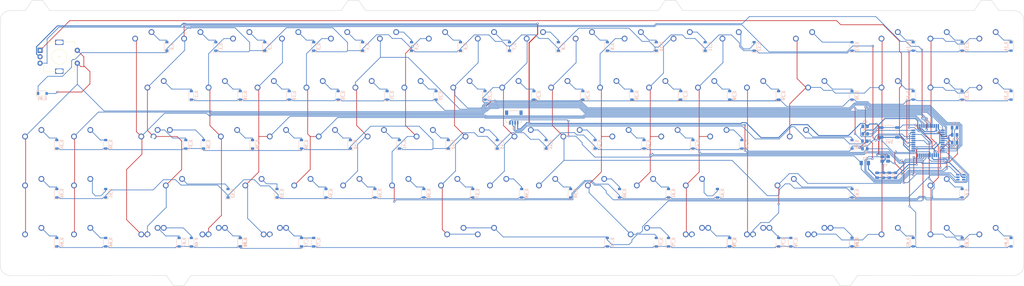
<source format=kicad_pcb>
(kicad_pcb (version 20221018) (generator pcbnew)
  (layers (0 "F.Cu" signal) (31 "B.Cu" signal) (34 "B.Paste" user) (35 "F.Paste" user) (36 "B.SilkS" user "B.Silkscreen") (37 "F.SilkS" user "F.Silkscreen") (38 "B.Mask" user) (39 "F.Mask" user) (44 "Edge.Cuts" user))
  (net 0 "")
  (net 1 "col0")
  (net 2 "col1")
  (net 3 "col2")
  (net 4 "col3")
  (net 5 "col4")
  (net 6 "col5")
  (net 7 "col6")
  (net 8 "col7")
  (net 9 "col8")
  (net 10 "col9")
  (net 11 "col10")
  (net 12 "col11")
  (net 13 "col12")
  (net 14 "col13")
  (net 15 "col14")
  (net 16 "col15")
  (net 17 "col16")
  (net 18 "row1")
  (net 19 "row2")
  (net 20 "row3")
  (net 21 "row4")
  (net 22 "Net-(U1-UCAP)")
  (net 23 "GND")
  (net 24 "+5V")
  (net 25 "XTAL2")
  (net 26 "XTAL1")
  (net 27 "Net-(D_0-A)")
  (net 28 "Net-(D_1-A)")
  (net 29 "Net-(D_2-A)")
  (net 30 "Net-(D_3-A)")
  (net 31 "Net-(D_4-A)")
  (net 32 "Net-(D_5-A)")
  (net 33 "Net-(D_6-A)")
  (net 34 "Net-(D_7-A)")
  (net 35 "Net-(D_8-A)")
  (net 36 "Net-(D_9-A)")
  (net 37 "Net-(D_10-A)")
  (net 38 "Net-(D_11-A)")
  (net 39 "Net-(D_12-A)")
  (net 40 "Net-(D_13-A)")
  (net 41 "Net-(D_14-K)")
  (net 42 "Net-(D_15-A)")
  (net 43 "Net-(D_16-K)")
  (net 44 "Net-(D_17-A)")
  (net 45 "Net-(D_18-A)")
  (net 46 "Net-(D_20-A)")
  (net 47 "Net-(D_21-A)")
  (net 48 "Net-(D_22-A)")
  (net 49 "Net-(D_23-A)")
  (net 50 "Net-(D_24-A)")
  (net 51 "Net-(D_26-A)")
  (net 52 "Net-(D_27-A)")
  (net 53 "Net-(D_28-A)")
  (net 54 "Net-(D_29-A)")
  (net 55 "Net-(D_30-A)")
  (net 56 "Net-(D_31-K)")
  (net 57 "Net-(D_32-A)")
  (net 58 "Net-(D_33-K)")
  (net 59 "Net-(D_34-A)")
  (net 60 "Net-(D_35-A)")
  (net 61 "Net-(D_36-A)")
  (net 62 "Net-(D_37-A)")
  (net 63 "Net-(D_38-A)")
  (net 64 "Net-(D_39-A)")
  (net 65 "Net-(D_40-A)")
  (net 66 "Net-(D_41-A)")
  (net 67 "Net-(D_42-A)")
  (net 68 "Net-(D_44-A)")
  (net 69 "Net-(D_45-A)")
  (net 70 "Net-(D_46-A)")
  (net 71 "Net-(D_47-A)")
  (net 72 "Net-(D_48-A)")
  (net 73 "Net-(D_49-A)")
  (net 74 "Net-(D_50-A)")
  (net 75 "Net-(D_51-A)")
  (net 76 "Net-(D_52-A)")
  (net 77 "Net-(D_53-A)")
  (net 78 "Net-(D_54-A)")
  (net 79 "Net-(D_55-A)")
  (net 80 "Net-(D_56-A)")
  (net 81 "Net-(D_57-A)")
  (net 82 "Net-(D_58-A)")
  (net 83 "Net-(D_59-A)")
  (net 84 "Net-(D_60-A)")
  (net 85 "Net-(D_61-A)")
  (net 86 "Net-(D_62-A)")
  (net 87 "Net-(D_63-A)")
  (net 88 "Net-(D_64-A)")
  (net 89 "Net-(D_65-A)")
  (net 90 "Net-(D_67-A)")
  (net 91 "Net-(D_68-A)")
  (net 92 "Net-(D_69-A)")
  (net 93 "Net-(D_71-A)")
  (net 94 "Net-(D_73-A)")
  (net 95 "Net-(D_76-A)")
  (net 96 "Net-(D_82-K)")
  (net 97 "Net-(D_83-A)")
  (net 98 "Net-(D_84-K)")
  (net 99 "VBUS")
  (net 100 "D-")
  (net 101 "D+")
  (net 102 "/MCU_D+")
  (net 103 "/MCU_D-")
  (net 104 "Net-(U1-~{HWB}{slash}PE2)")
  (net 105 "RST")
  (net 109 "Net-(D_80-A)")
  (net 110 "Net-(D_78-A)")
  (net 111 "Net-(D_75-A)")
  (net 112 "Net-(D_66-A)")
  (net 113 "Net-(D_43-A)")
  (net 114 "Net-(D_25-A)")
  (net 115 "Net-(D_19-A)")
  (net 116 "col17")
  (net 117 "link2")
  (net 118 "encA")
  (net 119 "Net-(D_85-A)")
  (net 120 "encB")
  (footprint "MX_Only:MXOnly-1U-NoLED" (layer "F.Cu") (at 28.575 66.675)
    (fp_text reference "K_51")
    (fp_text value "KEYSW")
  )
  (footprint "MX_Only:MXOnly-1U-NoLED" (layer "F.Cu") (at 381 85.725)
    (fp_text reference "K_84")
    (fp_text value "KEYSW")
  )
  (footprint "MX_Only:MXOnly-1U-NoLED" (layer "F.Cu") (at 123.825 47.625)
    (fp_text reference "K_40")
    (fp_text value "KEYSW")
  )
  (footprint "MX_Only:MXOnly-2.75U-NoLED" (layer "F.Cu") (at 302.4188 66.675)
    (fp_text reference "K_63")
    (fp_text value "KEYSW")
  )
  (footprint "MX_Only:MXOnly-1U-NoLED" (layer "F.Cu") (at 161.925 47.625)
    (fp_text reference "K_42")
    (fp_text value "KEYSW")
  )
  (footprint "MX_Only:MXOnly-1U-NoLED" (layer "F.Cu") (at 52.3875 9.525)
    (fp_text reference "K_0")
    (fp_text value "KEYSW")
  )
  (footprint "MX_Only:MXOnly-1U-NoLED" (layer "F.Cu") (at 114.3 66.675)
    (fp_text reference "K_54")
    (fp_text value "KEYSW")
  )
  (footprint "MX_Only:MXOnly-1U-NoLED" (layer "F.Cu") (at 180.975 47.625)
    (fp_text reference "K_43")
    (fp_text value "KEYSW")
  )
  (footprint "MX_Only:MXOnly-1U-NoLED" (layer "F.Cu") (at 266.7 66.675)
    (fp_text reference "K_62")
    (fp_text value "KEYSW")
  )
  (footprint "MX_Only:MXOnly-1U-NoLED" (layer "F.Cu") (at 100.0125 28.575)
    (fp_text reference "K_19")
    (fp_text value "KEYSW")
  )
  (footprint "MX_Only:MXOnly-1U-NoLED" (layer "F.Cu") (at 261.9375 9.525)
    (fp_text reference "K_11")
    (fp_text value "KEYSW")
  )
  (footprint "MX_Only:MXOnly-1U-NoLED" (layer "F.Cu") (at 342.9 85.725)
    (fp_text reference "K_82")
    (fp_text value "KEYSW")
  )
  (footprint "MX_Only:MXOnly-1U-NoLED" (layer "F.Cu") (at 247.65 66.675)
    (fp_text reference "K_61")
    (fp_text value "KEYSW")
  )
  (footprint "MX_Only:MXOnly-1U-NoLED" (layer "F.Cu") (at 361.95 9.525)
    (fp_text reference "K_15")
    (fp_text value "KEYSW")
  )
  (footprint "MX_Only:MXOnly-1U-NoLED" (layer "F.Cu") (at 142.875 47.625)
    (fp_text reference "K_41")
    (fp_text value "KEYSW")
  )
  (footprint "MX_Only:MXOnly-1U-NoLED" (layer "F.Cu") (at 342.9 28.575)
    (fp_text reference "K_31")
    (fp_text value "KEYSW")
  )
  (footprint "MX_Only:MXOnly-1U-NoLED" (layer "F.Cu") (at 102.3938 85.725)
    (fp_text reference "K_71")
    (fp_text value "KEYSW")
  )
  (footprint "MX_Only:MXOnly-1U-NoLED" (layer "F.Cu") (at 28.575 85.725)
    (fp_text reference "K_66")
    (fp_text value "KEYSW")
  )
  (footprint "MX_Only:MXOnly-1.75U-NoLED" (layer "F.Cu") (at 59.5313 47.625)
    (fp_text reference "K_36")
    (fp_text value "KEYSW")
  )
  (footprint "MX_Only:MXOnly-1U-NoLED" (layer "F.Cu") (at 314.325 85.725)
    (fp_text reference "K_80")
    (fp_text value "KEYSW")
  )
  (footprint "MX_Only:MXOnly-1U-NoLED" (layer "F.Cu") (at 90.4875 9.525)
    (fp_text reference "K_2")
    (fp_text value "KEYSW")
  )
  (footprint "MX_Only:MXOnly-1U-NoLED" (layer "F.Cu") (at 195.2625 28.575)
    (fp_text reference "K_24")
    (fp_text value "KEYSW")
  )
  (footprint "MX_Only:MXOnly-1U-NoLED" (layer "F.Cu") (at 119.0625 28.575)
    (fp_text reference "K_20")
    (fp_text value "KEYSW")
  )
  (footprint "MX_Only:MXOnly-1U-NoLED" (layer "F.Cu") (at 280.9875 9.525)
    (fp_text reference "K_12")
    (fp_text value "KEYSW")
  )
  (footprint "MX_Only:MXOnly-1U-NoLED" (layer "F.Cu") (at 252.4125 28.575)
    (fp_text reference "K_27")
    (fp_text value "KEYSW")
  )
  (footprint "MX_Only:MXOnly-1U-NoLED" (layer "F.Cu") (at 171.45 66.675)
    (fp_text reference "K_57")
    (fp_text value "KEYSW")
  )
  (footprint "MX_Only:MXOnly-1U-NoLED" (layer "F.Cu") (at 185.7375 9.525)
    (fp_text reference "K_7")
    (fp_text value "KEYSW")
  )
  (footprint "MX_Only:MXOnly-1U-NoLED" (layer "F.Cu") (at 219.075 47.625)
    (fp_text reference "K_45")
    (fp_text value "KEYSW")
  )
  (footprint "MX_Only:MXOnly-1U-NoLED" (layer "F.Cu") (at 9.525 66.675)
    (fp_text reference "K_50")
    (fp_text value "KEYSW")
  )
  (footprint "MX_Only:MXOnly-1U-NoLED" (layer "F.Cu") (at 269.0813 85.725)
    (fp_text reference "K_77")
    (fp_text value "KEYSW")
  )
  (footprint "MX_Only:MXOnly-2U-NoLED" (layer "F.Cu") (at 309.5625 9.525)
    (fp_text reference "K_13")
    (fp_text value "KEYSW")
  )
  (footprint "MX_Only:MXOnly-1U-NoLED" (layer "F.Cu") (at 138.1125 28.575)
    (fp_text reference "K_21")
    (fp_text value "KEYSW")
  )
  (footprint "MX_Only:MXOnly-1U-NoLED" (layer "F.Cu") (at 80.9625 28.575)
    (fp_text reference "K_18")
    (fp_text value "KEYSW")
  )
  (footprint "MX_Only:MXOnly-1U-NoLED" (layer "F.Cu") (at 204.7875 9.525)
    (fp_text reference "K_8")
    (fp_text value "KEYSW")
  )
  (footprint "MX_Only:MXOnly-1U-NoLED" (layer "F.Cu") (at 166.6875 9.525)
    (fp_text reference "K_6")
    (fp_text value "KEYSW")
  )
  (footprint "MX_Only:MXOnly-1U-NoLED" (layer "F.Cu") (at 276.225 47.625)
    (fp_text reference "K_48")
    (fp_text value "KEYSW")
  )
  (footprint "MX_Only:MXOnly-1U-NoLED" (layer "F.Cu") (at 290.5125 85.725)
    (fp_text reference "K_79")
    (fp_text value "KEYSW")
  )
  (footprint "MX_Only:MXOnly-1U-NoLED" (layer "F.Cu") (at 245.2688 85.725)
    (fp_text reference "K_75")
    (fp_text value "KEYSW")
  )
  (footprint "MX_Only:MXOnly-1.5U-NoLED" (layer "F.Cu") (at 57.15 28.575)
    (fp_text reference "K_17")
    (fp_text value "KEYSW")
  )
  (footprint "MX_Only:MXOnly-1U-NoLED" (layer "F.Cu") (at 71.4375 9.525)
    (fp_text reference "K_1")
    (fp_text value "KEYSW")
  )
  (footprint "MX_Only:MXOnly-1U-NoLED" (layer "F.Cu") (at 28.575 47.625)
    (fp_text reference "K_35")
    (fp_text value "KEYSW")
  )
  (footprint "MX_Only:MXOnly-1U-NoLED" (layer "F.Cu") (at 214.3125 28.575)
    (fp_text reference "K_25")
    (fp_text value "KEYSW")
  )
  (footprint "MX_Only:MXOnly-1.5U-NoLED" (layer "F.Cu") (at 314.325 28.575)
    (fp_text reference "K_30")
    (fp_text value "KEYSW")
  )
  (footprint "MX_Only:MXOnly-1U-NoLED" (layer "F.Cu") (at 147.6375 9.525)
    (fp_text reference "K_5")
    (fp_text value "KEYSW")
  )
  (footprint "MX_Only:MXOnly-1U-NoLED" (layer "F.Cu") (at 381 28.575)
    (fp_text reference "K_33")
    (fp_text value "KEYSW")
  )
  (footprint "MX_Only:MXOnly-1U-NoLED" (layer "F.Cu") (at 233.3625 28.575)
    (fp_text reference "K_26")
    (fp_text value "KEYSW")
  )
  (footprint "MX_Only:MXOnly-1U-NoLED" (layer "F.Cu") (at 238.125 47.625)
    (fp_text reference "K_46")
    (fp_text value "KEYSW")
  )
  (footprint "MX_Only:MXOnly-1U-NoLED" (layer "F.Cu") (at 242.8875 9.525)
    (fp_text reference "K_10")
    (fp_text value "KEYSW")
  )
  (footprint "MX_Only:MXOnly-1U-NoLED" (layer "F.Cu") (at 104.775 85.725)
    (fp_text reference "K_72")
    (fp_text value "KEYSW")
  )
  (footprint "MX_Only:MXOnly-1U-NoLED" (layer "F.Cu") (at 342.9 9.525)
    (fp_text reference "K_14")
    (fp_text value "KEYSW")
  )
  (footprint "MX_Only:MXOnly-1U-NoLED" (layer "F.Cu") (at 78.5813 85.725)
    (fp_text reference "K_69")
    (fp_text value "KEYSW")
  )
  (footprint "MX_Only:MXOnly-1U-NoLED" (layer "F.Cu") (at 176.2125 28.575)
    (fp_text reference "K_23")
    (fp_text value "KEYSW")
  )
  (footprint "MX_Only:MXOnly-1U-NoLED" (layer "F.Cu") (at 223.8375 9.525)
    (fp_text reference "K_9")
    (fp_text value "KEYSW")
  )
  (footprint "MX_Only:MXOnly-1U-NoLED" (layer "F.Cu") (at 133.35 66.675)
    (fp_text reference "K_55")
    (fp_text value "KEYSW")
  )
  (footprint "MX_Only:MXOnly-1U-NoLED" (layer "F.Cu") (at 290.5125 28.575)
    (fp_text reference "K_29")
    (fp_text value "KEYSW")
  )
  (footprint "Keebio-Parts:RotaryEncoder_EC11" (layer "F.Cu") (at 19.05 14.05)
    (fp_text reference "SW2")
    (fp_text value "RotaryEncoder_Switch")
  )
  (footprint "MX_Only:MXOnly-2.25U-NoLED" (layer "F.Cu") (at 307.1813 47.625)
    (fp_text reference "K_49")
    (fp_text value "KEYSW")
  )
  (footprint "MX_Only:MXOnly-1U-NoLED" (layer "F.Cu") (at 9.525 85.725)
    (fp_text reference "K_65")
    (fp_text value "KEYSW")
  )
  (footprint "MX_Only:MXOnly-1U-NoLED" (layer "F.Cu") (at 57.15 85.725)
    (fp_text reference "K_68")
    (fp_text value "KEYSW")
  )
  (footprint "MX_Only:MXOnly-1U-NoLED" (layer "F.Cu") (at 200.025 47.625)
    (fp_text reference "K_44")
    (fp_text value "KEYSW")
  )
  (footprint "MX_Only:MXOnly-1U-NoLED" (layer "F.Cu") (at 381 9.525)
    (fp_text reference "K_16")
    (fp_text value "KEYSW")
  )
  (footprint "MX_Only:MXOnly-1U-NoLED" (layer "F.Cu") (at 80.9625 85.725)
    (fp_text reference "K_70")
    (fp_text value "KEYSW")
  )
  (footprint "MX_Only:MXOnly-1.25U-NoLED" (layer "F.Cu") (at 54.7688 85.725)
    (fp_text reference "K_67")
    (fp_text value "KEYSW")
  )
  (footprint "MX_Only:MXOnly-1U-NoLED" (layer "F.Cu") (at 152.4 66.675)
    (fp_text reference "K_56")
    (fp_text value "KEYSW")
  )
  (footprint "MX_Only:MXOnly-1U-NoLED" (layer "F.Cu") (at 271.4625 28.575)
    (fp_text reference "K_28")
    (fp_text value "KEYSW")
  )
  (footprint "MX_Only:MXOnly-2.25U-NoLED" (layer "F.Cu") (at 64.2938 66.675)
    (fp_text reference "K_52")
    (fp_text value "KEYSW")
  )
  (footprint "MX_Only:MXOnly-1U-NoLED" (layer "F.Cu") (at 361.95 66.7062)
    (fp_text reference "K_64")
    (fp_text value "KEYSW")
  )
  (footprint "MX_Only:MXOnly-1U-NoLED" (layer "F.Cu") (at 257.175 47.625)
    (fp_text reference "K_47")
    (fp_text value "KEYSW")
  )
  (footprint "MX_Only:MXOnly-1U-NoLED" (layer "F.Cu") (at 157.1625 28.575)
    (fp_text reference "K_22")
    (fp_text value "KEYSW")
  )
  (footprint "MX_Only:MXOnly-1U-NoLED" (layer "F.Cu") (at 228.6 66.675)
    (fp_text reference "K_60")
    (fp_text value "KEYSW")
  )
  (footprint "MX_Only:MXOnly-1U-NoLED" (layer "F.Cu") (at 128.5875 9.525)
    (fp_text reference "K_4")
    (fp_text value "KEYSW")
  )
  (footprint "MX_Only:MXOnly-1U-NoLED" (layer "F.Cu") (at 9.525 47.625)
    (fp_text reference "K_34")
    (fp_text value "KEYSW")
  )
  (footprint "MX_Only:MXOnly-1U-NoLED" (layer "F.Cu") (at 85.725 47.625)
    (fp_text reference "K_38")
    (fp_text value "KEYSW")
  )
  (footprint "MX_Only:MXOnly-1U-NoLED" (layer "F.Cu") (at 292.8938 85.725)
    (fp_text reference "K_78")
    (fp_text value "KEYSW")
  )
  (footprint "MX_Only:MXOnly-1.25U-NoLED" (layer "F.Cu") (at 316.7063 85.725)
    (fp_text reference "K_81")
    (fp_text value "KEYSW")
  )
  (footprint "MX_Only:MXOnly-6.25U-NoLED" (layer "F.Cu") (at 173.8313 85.725)
    (fp_text reference "K_73")
    (fp_text value "KEYSW")
  )
  (footprint "MX_Only:MXOnly-1U-NoLED" (layer "F.Cu") (at 361.95 85.725)
    (fp_text reference "K_83")
    (fp_text value "KEYSW")
  )
  (footprint "MX_Only:MXOnly-1U-NoLED" (layer "F.Cu") (at 54.7688 47.625)
    (fp_text reference "K_37")
    (fp_text value "KEYSW")
  )
  (footprint "MX_Only:MXOnly-1U-NoLED" (layer "F.Cu") (at 190.5 66.675)
    (fp_text reference "K_58")
    (fp_text value "KEYSW")
  )
  (footprint "MX_Only:MXOnly-1U-NoLED" (layer "F.Cu") (at 109.5375 9.525)
    (fp_text reference "K_3")
    (fp_text value "KEYSW")
  )
  (footprint "MX_Only:MXOnly-1U-NoLED" (layer "F.Cu") (at 361.95 28.575)
    (fp_text reference "K_32")
    (fp_text value "KEYSW")
  )
  (footprint "MX_Only:MXOnly-1U-NoLED" (layer "F.Cu") (at 209.55 66.675)
    (fp_text reference "K_59")
    (fp_text value "KEYSW")
  )
  (footprint "MX_Only:MXOnly-7U-NoLED" (layer "F.Cu") (at 185.7375 85.725)
    (fp_text reference "K_74")
    (fp_text value "KEYSW")
  )
  (footprint "MX_Only:MXOnly-1U-NoLED" (layer "F.Cu") (at 95.25 66.675)
    (fp_text reference "K_53")
    (fp_text value "KEYSW")
  )
  (footprint "MX_Only:MXOnly-1U-NoLED" (layer "F.Cu") (at 266.7 85.725)
    (fp_text reference "K_76")
    (fp_text value "KEYSW")
  )
  (footprint "MX_Only:MXOnly-1U-NoLED" (layer "F.Cu") (at 104.775 47.625)
    (fp_text reference "K_39")
    (fp_text value "KEYSW")
  )
  (footprint "Diode_SMD:D_SOD-123" (layer "B.Cu") (at 275.225 67.175 90)
    (fp_text reference "D_62")
    (fp_text value "D")
  )
  (footprint "Diode_SMD:D_SOD-123" (layer "B.Cu") (at 256.175 86.225 90)
    (fp_text reference "D_75")
    (fp_text value "D")
  )
  (footprint "Diode_SMD:D_SOD-123" (layer "B.Cu") (at 232.3625 86.225 90)
    (fp_text reference "D_73")
    (fp_text value "D")
  )
  (footprint "Diode_SMD:D_SOD-123" (layer "B.Cu") (at 37.1 48.125 90)
    (fp_text reference "D_35")
    (fp_text value "D")
  )
  (footprint "Diode_SMD:D_SOD-123" (layer "B.Cu") (at 279.9875 86.225 90)
    (fp_text reference "D_76")
    (fp_text value "D")
  )
  (footprint "Capacitor_SMD:C_0805_2012Metric" (layer "B.Cu") (at 367.525 41.6262 180)
    (fp_text reference "C1")
    (fp_text value "1u")
  )
  (footprint "Capacitor_SMD:C_0805_2012Metric" (layer "B.Cu") (at 344.5063 60.1812 90)
    (fp_text reference "C7")
    (fp_text value "10u")
  )
  (footprint "Diode_SMD:D_SOD-123" (layer "B.Cu") (at 127.5875 29.075 90)
    (fp_text reference "D_20")
    (fp_text value "D")
  )
  (footprint "Diode_SMD:D_SOD-123" (layer "B.Cu") (at 241.8875 29.075 90)
    (fp_text reference "D_26")
    (fp_text value "D")
  )
  (footprint "Diode_SMD:D_SOD-123" (layer "B.Cu") (at 370.475 67.175 90)
    (fp_text reference "D_64")
    (fp_text value "D")
  )
  (footprint "Capacitor_SMD:C_0805_2012Metric" (layer "B.Cu") (at 367.525 47.4812)
    (fp_text reference "C5")
    (fp_text value "22p")
  )
  (footprint "Resistor_SMD:R_0805_2012Metric" (layer "B.Cu") (at 332.7188 44.0812 180)
    (fp_text reference "R4")
    (fp_text value "10k")
  )
  (footprint "Diode_SMD:D_SOD-123" (layer "B.Cu") (at 103.775 67.175 90)
    (fp_text reference "D_53")
    (fp_text value "D")
  )
  (footprint "Diode_SMD:D_SOD-123" (layer "B.Cu") (at 170.45 48.125 90)
    (fp_text reference "D_42")
    (fp_text value "D")
  )
  (footprint "Diode_SMD:D_SOD-123" (layer "B.Cu") (at 389.525 10.025 -90)
    (fp_text reference "D_16")
    (fp_text value "D")
  )
  (footprint "Diode_SMD:D_SOD-123" (layer "B.Cu") (at 122.825 67.175 90)
    (fp_text reference "D_54")
    (fp_text value "D")
  )
  (footprint "Diode_SMD:D_SOD-123" (layer "B.Cu") (at 279.9875 86.225 90)
    (fp_text reference "D_77")
    (fp_text value "D")
  )
  (footprint "Diode_SMD:D_SOD-123" (layer "B.Cu") (at 37.1 67.175 90)
    (fp_text reference "D_51")
    (fp_text value "D")
  )
  (footprint "Button_Switch_SMD:SW_SPST_TL3342" (layer "B.Cu") (at 342.125 43.5125)
    (fp_text reference "SW1")
    (fp_text value "Reset")
  )
  (footprint "Diode_SMD:D_SOD-123" (layer "B.Cu") (at 265.7 48.125 90)
    (fp_text reference "D_47")
    (fp_text value "D")
  )
  (footprint "Diode_SMD:D_SOD-123" (layer "B.Cu") (at 246.65 48.125 90)
    (fp_text reference "D_46")
    (fp_text value "D")
  )
  (footprint "Diode_SMD:D_SOD-123" (layer "B.Cu") (at 189.5 48.125 90)
    (fp_text reference "D_43")
    (fp_text value "D")
  )
  (footprint "Diode_SMD:D_SOD-123" (layer "B.Cu") (at 289.5125 10.025 90)
    (fp_text reference "D_12")
    (fp_text value "D")
  )
  (footprint "Diode_SMD:D_SOD-123" (layer "B.Cu") (at 208.55 48.125 90)
    (fp_text reference "D_44")
    (fp_text value "D")
  )
  (footprint "Diode_SMD:D_SOD-123" (layer "B.Cu") (at 232.3625 10.025 90)
    (fp_text reference "D_9")
    (fp_text value "D")
  )
  (footprint "Diode_SMD:D_SOD-123" (layer "B.Cu") (at 151.4 48.125 90)
    (fp_text reference "D_41")
    (fp_text value "D")
  )
  (footprint "Diode_SMD:D_SOD-123" (layer "B.Cu") (at 12.445 28.35)
    (fp_text reference "D_85")
    (fp_text value "D")
  )
  (footprint "Diode_SMD:D_SOD-123" (layer "B.Cu") (at 351.425 10.025 -90)
    (fp_text reference "D_14")
    (fp_text value "D")
  )
  (footprint "Diode_SMD:D_SOD-123" (layer "B.Cu") (at 327.6125 67.175 90)
    (fp_text reference "D_63")
    (fp_text value "D")
  )
  (footprint "Fuse:Fuse_1206_3216Metric" (layer "B.Cu") (at 332.6 55.4187 180)
    (fp_text reference "F1")
    (fp_text value "500mA")
  )
  (footprint "Diode_SMD:D_SOD-123" (layer "B.Cu") (at 70.4375 86.225 90)
    (fp_text reference "D_68")
    (fp_text value "D")
  )
  (footprint "Diode_SMD:D_SOD-123" (layer "B.Cu") (at 199.025 67.175 90)
    (fp_text reference "D_58")
    (fp_text value "D")
  )
  (footprint "Diode_SMD:D_SOD-123" (layer "B.Cu") (at 18.05 48.125 90)
    (fp_text reference "D_34")
    (fp_text value "D")
  )
  (footprint "Diode_SMD:D_SOD-123" (layer "B.Cu") (at 179.975 67.175 90)
    (fp_text reference "D_57")
    (fp_text value "D")
  )
  (footprint "Diode_SMD:D_SOD-123" (layer "B.Cu") (at 279.9875 29.075 90)
    (fp_text reference "D_28")
    (fp_text value "D")
  )
  (footprint "Package_TO_SOT_SMD:SOT-23-6" (layer "B.Cu") (at 369.9594 60.9344 180)
    (fp_text reference "U2")
    (fp_text value "SRV05-4")
  )
  (footprint "Diode_SMD:D_SOD-123" (layer "B.Cu") (at 251.4125 86.225 90)
    (fp_text reference "D_74")
    (fp_text value "D")
  )
  (footprint "Resistor_SMD:R_0805_2012Metric" (layer "B.Cu") (at 332.7188 41.1312 180)
    (fp_text reference "R3")
    (fp_text value "10k")
  )
  (footprint "Capacitor_SMD:C_0805_2012Metric" (layer "B.Cu") (at 337.3625 60.1812 90)
    (fp_text reference "C3")
    (fp_text value "0.1u")
  )
  (footprint "Diode_SMD:D_SOD-123" (layer "B.Cu") (at 141.875 67.175 90)
    (fp_text reference "D_55")
    (fp_text value "D")
  )
  (footprint "Diode_SMD:D_SOD-123" (layer "B.Cu") (at 108.5375 29.075 90)
    (fp_text reference "D_19")
    (fp_text value "D")
  )
  (footprint "Diode_SMD:D_SOD-123" (layer "B.Cu") (at 89.4875 29.075 90)
    (fp_text reference "D_18")
    (fp_text value "D")
  )
  (footprint "Diode_SMD:D_SOD-123" (layer "B.Cu") (at 227.6 48.125 90)
    (fp_text reference "D_45")
    (fp_text value "D")
  )
  (footprint "Diode_SMD:D_SOD-123" (layer "B.Cu") (at 260.9375 29.075 90)
    (fp_text reference "D_27")
    (fp_text value "D")
  )
  (footprint "Diode_SMD:D_SOD-123" (layer "B.Cu") (at 113.3 86.225 90)
    (fp_text reference "D_71")
    (fp_text value "D")
  )
  (footprint "Diode_SMD:D_SOD-123" (layer "B.Cu") (at 137.1125 10.025 90)
    (fp_text reference "D_4")
    (fp_text value "D")
  )
  (footprint "Connector_JST:JST_SH_SM04B-SRSS-TB_1x04-1MP_P1.00mm_Horizontal" (layer "B.Cu") (at 195.9688 37.7187)
    (fp_text reference "J1")
    (fp_text value "JST SH 4-pin")
  )
  (footprint "Diode_SMD:D_SOD-123" (layer "B.Cu") (at 89.4875 86.225 90)
    (fp_text reference "D_69")
    (fp_text value "D")
  )
  (footprint "Resistor_SMD:R_0805_2012Metric" (layer "B.Cu") (at 332.6 49.8625)
    (fp_text reference "R1")
    (fp_text value "22")
  )
  (footprint "Diode_SMD:D_SOD-123" (layer "B.Cu") (at 284.75 48.125 90)
    (fp_text reference "D_48")
    (fp_text value "D")
  )
  (footprint "Resistor_SMD:R_0805_2012Metric" (layer "B.Cu") (at 332.6 46.9125)
    (fp_text reference "R2")
    (fp_text value "22")
  )
  (footprint "Diode_SMD:D_SOD-123" (layer "B.Cu") (at 270.4625 10.025 90)
    (fp_text reference "D_11")
    (fp_text value "D")
  )
  (footprint "Diode_SMD:D_SOD-123" (layer "B.Cu") (at 213.3125 10.025 90)
    (fp_text reference "D_8")
    (fp_text value "D")
  )
  (footprint "Diode_SMD:D_SOD-123" (layer "B.Cu") (at 351.425 29.075 -90)
    (fp_text reference "D_31")
    (fp_text value "D")
  )
  (footprint "Diode_SMD:D_SOD-123" (layer "B.Cu") (at 84.725 67.175 90)
    (fp_text reference "D_52")
    (fp_text value "D")
  )
  (footprint "Diode_SMD:D_SOD-123" (layer "B.Cu") (at 218.075 67.175 90)
    (fp_text reference "D_59")
    (fp_text value "D")
  )
  (footprint "Diode_SMD:D_SOD-123" (layer "B.Cu") (at 79.9625 10.025 90)
    (fp_text reference "D_1")
    (fp_text value "D")
  )
  (footprint "Diode_SMD:D_SOD-123" (layer "B.Cu") (at 299.0375 86.225 90)
    (fp_text reference "D_79")
    (fp_text value "D")
  )
  (footprint "Diode_SMD:D_SOD-123" (layer "B.Cu") (at 256.175 67.175 90)
    (fp_text reference "D_61")
    (fp_text value "D")
  )
  (footprint "Diode_SMD:D_SOD-123" (layer "B.Cu") (at 251.4125 10.025 90)
    (fp_text reference "D_10")
    (fp_text value "D")
  )
  (footprint "Diode_SMD:D_SOD-123" (layer "B.Cu") (at 118.0625 10.025 90)
    (fp_text reference "D_3")
    (fp_text value "D")
  )
  (footprint "Diode_SMD:D_SOD-123" (layer "B.Cu") (at 65.675 86.225 90)
    (fp_text reference "D_67")
    (fp_text value "D")
  )
  (footprint "Diode_SMD:D_SOD-123" (layer "B.Cu") (at 94.25 48.125 90)
    (fp_text reference "D_38")
    (fp_text value "D")
  )
  (footprint "Diode_SMD:D_SOD-123" (layer "B.Cu") (at 327.6125 29.075 90)
    (fp_text reference "D_30")
    (fp_text value "D")
  )
  (footprint "Diode_SMD:D_SOD-123" (layer "B.Cu") (at 389.525 29.075 -90)
    (fp_text reference "D_33")
    (fp_text value "D")
  )
  (footprint "Diode_SMD:D_SOD-123" (layer "B.Cu") (at 99.0125 10.025 90)
    (fp_text reference "D_2")
    (fp_text value "D")
  )
  (footprint "Diode_SMD:D_SOD-123" (layer "B.Cu") (at 327.6125 48.125 90)
    (fp_text reference "D_49")
    (fp_text value "D")
  )
  (footprint "Diode_SMD:D_SOD-123" (layer "B.Cu") (at 327.6125 10.025 90)
    (fp_text reference "D_13")
    (fp_text value "D")
  )
  (footprint "Diode_SMD:D_SOD-123" (layer "B.Cu") (at 303.8 86.225 90)
    (fp_text reference "D_78")
    (fp_text value "D")
  )
  (footprint "Diode_SMD:D_SOD-123" (layer "B.Cu") (at 18.05 67.175 90)
    (fp_text reference "D_50")
    (fp_text value "D")
  )
  (footprint "Diode_SMD:D_SOD-123" (layer "B.Cu") (at 156.1625 10.025 90)
    (fp_text reference "D_5")
    (fp_text value "D")
  )
  (footprint "Diode_SMD:D_SOD-123" (layer "B.Cu") (at 351.425 86.225 -90)
    (fp_text reference "D_82")
    (fp_text value "D")
  )
  (footprint "Diode_SMD:D_SOD-123" (layer "B.Cu") (at 75.2 48.125 90)
    (fp_text reference "D_36")
    (fp_text value "D")
  )
  (footprint "Capacitor_SMD:C_0805_2012Metric" (layer "B.Cu") (at 339.7438 60.1812 90)
    (fp_text reference "C4")
    (fp_text value "0.1u")
  )
  (footprint "Diode_SMD:D_SOD-123" (layer "B.Cu") (at 113.3 48.125 90)
    (fp_text reference "D_39")
    (fp_text value "D")
  )
  (footprint "Diode_SMD:D_SOD-123" (layer "B.Cu") (at 389.525 86.225 -90)
    (fp_text reference "D_84")
    (fp_text value "D")
  )
  (footprint "Diode_SMD:D_SOD-123" (layer "B.Cu") (at 237.125 67.175 90)
    (fp_text reference "D_60")
    (fp_text value "D")
  )
  (footprint "Diode_SMD:D_SOD-123" (layer "B.Cu") (at 68.2625 48.125 90)
    (fp_text reference "D_37")
    (fp_text value "D")
  )
  (footprint "Diode_SMD:D_SOD-123" (layer "B.Cu") (at 70.4375 29.075 90)
    (fp_text reference "D_17")
    (fp_text value "D")
  )
  (footprint "Diode_SMD:D_SOD-123" (layer "B.Cu") (at 132.35 48.125 90)
    (fp_text reference "D_40")
    (fp_text value "D")
  )
  (footprint "Diode_SMD:D_SOD-123" (layer "B.Cu") (at 160.925 67.175 90)
    (fp_text reference "D_56")
    (fp_text value "D")
  )
  (footprint "Crystal:Crystal_SMD_3225-4Pin_3.2x2.5mm" (layer "B.Cu") (at 340.5375 53.8312)
    (fp_text reference "Y1")
    (fp_text value "16MHz")
  )
  (footprint "Diode_SMD:D_SOD-123" (layer "B.Cu") (at 370.475 86.225 90)
    (fp_text reference "D_83")
    (fp_text value "D")
  )
  (footprint "Diode_SMD:D_SOD-123" (layer "B.Cu") (at 60.9125 10.025 90)
    (fp_text reference "D_0")
    (fp_text value "D")
  )
  (footprint "Diode_SMD:D_SOD-123" (layer "B.Cu") (at 118.0625 86.225 90)
    (fp_text reference "D_72")
    (fp_text value "D")
  )
  (footprint "Diode_SMD:D_SOD-123" (layer "B.Cu") (at 327.6125 86.225 90)
    (fp_text reference "D_80")
    (fp_text value "D")
  )
  (footprint "Diode_SMD:D_SOD-123" (layer "B.Cu") (at 175.2125 10.025 90)
    (fp_text reference "D_6")
    (fp_text value "D")
  )
  (footprint "Diode_SMD:D_SOD-123" (layer "B.Cu") (at 370.475 10.025 90)
    (fp_text reference "D_15")
    (fp_text value "D")
  )
  (footprint "Diode_SMD:D_SOD-123" (layer "B.Cu") (at 299.0375 29.075 90)
    (fp_text reference "D_29")
    (fp_text value "D")
  )
  (footprint "Diode_SMD:D_SOD-123" (layer "B.Cu") (at 222.8375 29.075 90)
    (fp_text reference "D_25")
    (fp_text value "D")
  )
  (footprint "Diode_SMD:D_SOD-123" (layer "B.Cu") (at 327.6125 86.225 90)
    (fp_text reference "D_81")
    (fp_text value "D")
  )
  (footprint "Diode_SMD:D_SOD-123" (layer "B.Cu") (at 89.4875 86.225 90)
    (fp_text reference "D_70")
    (fp_text value "D")
  )
  (footprint "Diode_SMD:D_SOD-123" (layer "B.Cu") (at 370.475 29.075 90)
    (fp_text reference "D_32")
    (fp_text value "D")
  )
  (footprint "Diode_SMD:D_SOD-123" (layer "B.Cu") (at 194.2625 10.025 90)
    (fp_text reference "D_7")
    (fp_text value "D")
  )
  (footprint "Diode_SMD:D_SOD-123" (layer "B.Cu") (at 18.05 86.225 90)
    (fp_text reference "D_65")
    (fp_text value "D")
  )
  (footprint "Diode_SMD:D_SOD-123" (layer "B.Cu") (at 184.7375 29.075 90)
    (fp_text reference "D_23")
    (fp_text value "D")
  )
  (footprint "Diode_SMD:D_SOD-123" (layer "B.Cu") (at 37.1 86.225 90)
    (fp_text reference "D_66")
    (fp_text value "D")
  )
  (footprint "Diode_SMD:D_SOD-123" (layer "B.Cu") (at 146.6375 29.075 90)
    (fp_text reference "D_21")
    (fp_text value "D")
  )
  (footprint "Diode_SMD:D_SOD-123" (layer "B.Cu") (at 165.6875 29.075 90)
    (fp_text reference "D_22")
    (fp_text value "D")
  )
  (footprint "Diode_SMD:D_SOD-123" (layer "B.Cu") (at 203.7875 29.075 90)
    (fp_text reference "D_24")
    (fp_text value "D")
  )
  (footprint "Capacitor_SMD:C_0805_2012Metric" (layer "B.Cu") (at 342.125 60.1812 90)
    (fp_text reference "C2")
    (fp_text value "0.1u")
  )
  (footprint "Package_QFP:TQFP-44_10x10mm_P0.8mm" (layer "B.Cu") (at 357.2063 46.6875 180)
    (fp_text reference "U1")
    (fp_text value "ATmega32U4-AU")
  )
  (footprint "Capacitor_SMD:C_0805_2012Metric" (layer "B.Cu") (at 367.525 44.4712)
    (fp_text reference "C6")
    (fp_text value "22p")
  )
  (gr_line (start 15.28125 -3.96875) (end 12.53125 -7.96875) (stroke (width 0.15)) (layer "Edge.Cuts"))
  (gr_line (start 8.53125 -7.96875) (end 5.78125 -3.96875) (stroke (width 0.15)) (layer "Edge.Cuts"))
  (gr_line (start 320.23125 99.2) (end 70.28125 99.2) (stroke (width 0.15)) (layer "Edge.Cuts"))
  (gr_line (start 138.28125 -3.96875) (end 252.18125 -3.96875) (stroke (width 0.15)) (layer "Edge.Cuts"))
  (gr_line (start 15.28125 -3.96875) (end 128.78125 -3.96875) (stroke (width 0.15)) (layer "Edge.Cuts"))
  (gr_line (start 65.53125 103.2) (end 63.53125 103.2) (stroke (width 0.15)) (layer "Edge.Cuts"))
  (gr_line (start 0 -3.96875) (end 5.78125 -3.96875) (stroke (width 0.15)) (layer "Edge.Cuts"))
  (gr_line (start 320.23125 99.2) (end 322.98125 103.2) (stroke (width 0.15)) (layer "Edge.Cuts"))
  (gr_line (start 60.78125 99.2) (end 0 99.21875) (stroke (width 0.15)) (layer "Edge.Cuts"))
  (gr_line (start 384.68125 -3.96875) (end 381.93125 -7.96875) (stroke (width 0.15)) (layer "Edge.Cuts"))
  (gr_line (start 394.49375 0) (end 394.49375 95.25) (stroke (width 0.15)) (layer "Edge.Cuts"))
  (gr_line (start 329.73125 99.2) (end 326.98125 103.2) (stroke (width 0.15)) (layer "Edge.Cuts"))
  (gr_arc (start 390.525 -3.96875) (mid 393.33133 -2.80633) (end 394.49375 0) (stroke (width 0.15)) (layer "Edge.Cuts"))
  (gr_line (start 252.18125 -3.96875) (end 254.93125 -7.96875) (stroke (width 0.15)) (layer "Edge.Cuts"))
  (gr_line (start 65.53125 103.2) (end 67.53125 103.2) (stroke (width 0.15)) (layer "Edge.Cuts"))
  (gr_arc (start -3.96875 0) (mid -2.80633 -2.80633) (end 0 -3.96875) (stroke (width 0.15)) (layer "Edge.Cuts"))
  (gr_arc (start 0 99.21875) (mid -2.80633 98.05633) (end -3.96875 95.25) (stroke (width 0.15)) (layer "Edge.Cuts"))
  (gr_line (start 63.53125 103.2) (end 60.78125 99.2) (stroke (width 0.15)) (layer "Edge.Cuts"))
  (gr_line (start 135.53125 -7.96875) (end 138.28125 -3.96875) (stroke (width 0.15)) (layer "Edge.Cuts"))
  (gr_line (start 390.525 -3.96875) (end 384.68125 -3.96875) (stroke (width 0.15)) (layer "Edge.Cuts"))
  (gr_line (start 133.53125 -7.96875) (end 131.53125 -7.96875) (stroke (width 0.15)) (layer "Edge.Cuts"))
  (gr_line (start 67.53125 103.2) (end 70.28125 99.2) (stroke (width 0.15)) (layer "Edge.Cuts"))
  (gr_arc (start 394.49375 95.25) (mid 393.33133 98.05633) (end 390.525 99.21875) (stroke (width 0.15)) (layer "Edge.Cuts"))
  (gr_line (start -3.96875 0) (end -3.96875 95.25) (stroke (width 0.15)) (layer "Edge.Cuts"))
  (gr_line (start 10.53125 -7.96875) (end 8.53125 -7.96875) (stroke (width 0.15)) (layer "Edge.Cuts"))
  (gr_line (start 10.53125 -7.96875) (end 12.53125 -7.96875) (stroke (width 0.15)) (layer "Edge.Cuts"))
  (gr_line (start 390.525 99.21875) (end 329.73125 99.2) (stroke (width 0.15)) (layer "Edge.Cuts"))
  (gr_line (start 261.68125 -3.96875) (end 375.18125 -3.96875) (stroke (width 0.15)) (layer "Edge.Cuts"))
  (gr_line (start 375.18125 -3.96875) (end 377.93125 -7.96875) (stroke (width 0.15)) (layer "Edge.Cuts"))
  (gr_line (start 258.93125 -7.96875) (end 254.93125 -7.96875) (stroke (width 0.15)) (layer "Edge.Cuts"))
  (gr_line (start 326.98125 103.2) (end 322.98125 103.2) (stroke (width 0.15)) (layer "Edge.Cuts"))
  (gr_line (start 377.93125 -7.96875) (end 381.93125 -7.96875) (stroke (width 0.15)) (layer "Edge.Cuts"))
  (gr_line (start 261.68125 -3.96875) (end 258.93125 -7.96875) (stroke (width 0.15)) (layer "Edge.Cuts"))
  (gr_line (start 133.53125 -7.96875) (end 135.53125 -7.96875) (stroke (width 0.15)) (layer "Edge.Cuts"))
  (gr_line (start 128.78125 -3.96875) (end 131.53125 -7.96875) (stroke (width 0.15)) (layer "Edge.Cuts"))
  (segment (start 5.715 83.185) (end 5.8989 83.0011) (width 0.254) (layer "F.Cu") (net 1))
  (segment (start 5.8989 64.3189) (end 5.715 64.135) (width 0.254) (layer "F.Cu") (net 1))
  (segment (start 5.8989 83.0011) (end 5.8989 64.3189) (width 0.254) (layer "F.Cu") (net 1))
  (segment (start 5.9544 45.085) (end 5.9544 63.8956) (width 0.254) (layer "F.Cu") (net 1))
  (segment (start 5.9544 63.8956) (end 5.715 64.135) (width 0.254) (layer "F.Cu") (net 1))
  (segment (start 5.715 45.085) (end 5.9544 45.085) (width 0.254) (layer "F.Cu") (net 1))
  (segment (start 185.290534 34.2242) (end 184.904452 34.2242) (width 0.254) (layer "B.Cu") (net 1))
  (segment (start 362.9063 42.6875) (end 362.9063 41.1594) (width 0.254) (layer "B.Cu") (net 1))
  (segment (start 362.9063 41.1594) (end 357.004 35.2571) (width 0.254) (layer "B.Cu") (net 1))
  (segment (start 78.147886 35.1513) (end 36.4513 35.1513) (width 0.254) (layer "B.Cu") (net 1))
  (segment (start 221.896 33.019) (end 189.75769 33.019) (width 0.254) (layer "B.Cu") (net 1))
  (segment (start 189.75769 33.019) (end 189.48469 33.292) (width 0.254) (layer "B.Cu") (net 1))
  (segment (start 224.1341 35.2571) (end 221.896 33.019) (width 0.254) (layer "B.Cu") (net 1))
  (segment (start 26.05 16.55) (end 26.05 24.75) (width 0.254) (layer "B.Cu") (net 1))
  (segment (start 357.004 35.2571) (end 224.1341 35.2571) (width 0.254) (layer "B.Cu") (net 1))
  (segment (start 186.222734 33.292) (end 185.290534 34.2242) (width 0.254) (layer "B.Cu") (net 1))
  (segment (start 183.704352 35.4243) (end 78.420886 35.4243) (width 0.254) (layer "B.Cu") (net 1))
  (segment (start 5.715 45.085) (end 26.05 24.75) (width 0.254) (layer "B.Cu") (net 1))
  (segment (start 78.420886 35.4243) (end 78.147886 35.1513) (width 0.254) (layer "B.Cu") (net 1))
  (segment (start 184.904452 34.2242) (end 183.704352 35.4243) (width 0.254) (layer "B.Cu") (net 1))
  (segment (start 189.48469 33.292) (end 186.222734 33.292) (width 0.254) (layer "B.Cu") (net 1))
  (segment (start 36.4513 35.1513) (end 26.05 24.75) (width 0.254) (layer "B.Cu") (net 1))
  (segment (start 24.9489 64.3189) (end 24.765 64.135) (width 0.254) (layer "F.Cu") (net 2))
  (segment (start 25.0044 45.3244) (end 25.0044 63.8956) (width 0.254) (layer "F.Cu") (net 2))
  (segment (start 24.765 45.085) (end 25.0044 45.3244) (width 0.254) (layer "F.Cu") (net 2))
  (segment (start 25.0044 63.8956) (end 24.765 64.135) (width 0.254) (layer "F.Cu") (net 2))
  (segment (start 24.765 83.185) (end 24.9489 83.0011) (width 0.254) (layer "F.Cu") (net 2))
  (segment (start 24.9489 83.0011) (end 24.9489 64.3189) (width 0.254) (layer "F.Cu") (net 2))
  (segment (start 77.959834 35.6053) (end 34.2447 35.6053) (width 0.254) (layer "B.Cu") (net 2))
  (segment (start 189.672742 33.746) (end 186.410786 33.746) (width 0.254) (layer "B.Cu") (net 2))
  (segment (start 358.8063 37.701452) (end 356.815948 35.7111) (width 0.254) (layer "B.Cu") (net 2))
  (segment (start 358.8063 40.9875) (end 358.8063 37.701452) (width 0.254) (layer "B.Cu") (net 2))
  (segment (start 221.7053 33.473) (end 189.945742 33.473) (width 0.254) (layer "B.Cu") (net 2))
  (segment (start 186.410786 33.746) (end 185.478586 34.6782) (width 0.254) (layer "B.Cu") (net 2))
  (segment (start 223.9434 35.7111) (end 221.7053 33.473) (width 0.254) (layer "B.Cu") (net 2))
  (segment (start 183.892404 35.8783) (end 78.232833 35.8783) (width 0.254) (layer "B.Cu") (net 2))
  (segment (start 189.945742 33.473) (end 189.672742 33.746) (width 0.254) (layer "B.Cu") (net 2))
  (segment (start 356.815948 35.7111) (end 223.9434 35.7111) (width 0.254) (layer "B.Cu") (net 2))
  (segment (start 185.092504 34.6782) (end 183.892404 35.8783) (width 0.254) (layer "B.Cu") (net 2))
  (segment (start 78.232833 35.8783) (end 77.959834 35.6053) (width 0.254) (layer "B.Cu") (net 2))
  (segment (start 185.478586 34.6782) (end 185.092504 34.6782) (width 0.254) (layer "B.Cu") (net 2))
  (segment (start 34.2447 35.6053) (end 24.765 45.085) (width 0.254) (layer "B.Cu") (net 2))
  (segment (start 50.9588 45.085) (end 49.0564 43.1826) (width 0.254) (layer "F.Cu") (net 3))
  (segment (start 49.0564 7.4639) (end 48.5775 6.985) (width 0.254) (layer "F.Cu") (net 3))
  (segment (start 45.24375 77.46995) (end 45.24375 57.94375) (width 0.254) (layer "F.Cu") (net 3))
  (segment (start 51.1982 45.3244) (end 50.9588 45.085) (width 0.254) (layer "F.Cu") (net 3))
  (segment (start 45.24375 57.94375) (end 51.1982 51.9893) (width 0.254) (layer "F.Cu") (net 3))
  (segment (start 49.0564 43.1826) (end 49.0564 7.4639) (width 0.254) (layer "F.Cu") (net 3))
  (segment (start 50.9588 83.185) (end 45.24375 77.46995) (width 0.254) (layer "F.Cu") (net 3))
  (segment (start 51.1982 51.9893) (end 51.1982 45.3244) (width 0.254) (layer "F.Cu") (net 3))
  (segment (start 223.339547 36.621) (end 354.58 36.621) (width 0.254) (layer "B.Cu") (net 3))
  (segment (start 356.0098 38.0508) (end 356.0098 38.4669) (width 0.254) (layer "B.Cu") (net 3))
  (segment (start 222.889847 37.0707) (end 223.339547 36.621) (width 0.254) (layer "B.Cu") (net 3))
  (segment (start 76.357566 36.0593) (end 77.357566 37.0593) (width 0.254) (layer "B.Cu") (net 3))
  (segment (start 356.9917 38.894) (end 358.0063 39.9086) (width 0.254) (layer "B.Cu") (net 3))
  (segment (start 77.959834 37.0593) (end 78.232834 36.7863) (width 0.254) (layer "B.Cu") (net 3))
  (segment (start 184.983953 36.7863) (end 185.268353 37.0707) (width 0.254) (layer "B.Cu") (net 3))
  (segment (start 185.268353 37.0707) (end 222.889847 37.0707) (width 0.254) (layer "B.Cu") (net 3))
  (segment (start 50.9588 45.085) (end 59.9845 36.0593) (width 0.254) (layer "B.Cu") (net 3))
  (segment (start 77.357566 37.0593) (end 77.959834 37.0593) (width 0.254) (layer "B.Cu") (net 3))
  (segment (start 356.0098 38.4669) (end 356.4369 38.894) (width 0.254) (layer "B.Cu") (net 3))
  (segment (start 59.9845 36.0593) (end 76.357566 36.0593) (width 0.254) (layer "B.Cu") (net 3))
  (segment (start 354.58 36.621) (end 356.0098 38.0508) (width 0.254) (layer "B.Cu") (net 3))
  (segment (start 78.232834 36.7863) (end 184.983953 36.7863) (width 0.254) (layer "B.Cu") (net 3))
  (segment (start 358.0063 39.9086) (end 358.0063 40.9875) (width 0.254) (layer "B.Cu") (net 3))
  (segment (start 356.4369 38.894) (end 356.9917 38.894) (width 0.254) (layer "B.Cu") (net 3))
  (segment (start 67.6275 6.985) (end 67.6275 1.8186) (width 0.254) (layer "F.Cu") (net 4))
  (segment (start 53.34 26.035) (end 53.34 42.7037) (width 0.254) (layer "F.Cu") (net 4))
  (segment (start 53.34 42.7037) (end 55.7213 45.085) (width 0.254) (layer "F.Cu") (net 4))
  (segment (start 354.901 11.3865) (end 354.901 38.0028) (width 0.254) (layer "F.Cu") (net 4))
  (segment (start 55.7213 45.085) (end 64.92875 45.085) (width 0.254) (layer "F.Cu") (net 4))
  (segment (start 64.92875 45.085) (end 66.675 46.83125) (width 0.254) (layer "F.Cu") (net 4))
  (segment (start 66.675 46.83125) (end 66.675 57.9438) (width 0.254) (layer "F.Cu") (net 4))
  (segment (start 66.675 57.9438) (end 60.4838 64.135) (width 0.254) (layer "F.Cu") (net 4))
  (via (at 354.901 38.0028) (size 0.8) (drill 0.4) (layers "F.Cu" "B.Cu") (net 4))
  (via (at 67.6275 1.8186) (size 0.8) (drill 0.4) (layers "F.Cu" "B.Cu") (net 4))
  (via (at 354.901 11.3865) (size 0.8) (drill 0.4) (layers "F.Cu" "B.Cu") (net 4))
  (segment (start 67.8669 11.5081) (end 53.34 26.035) (width 0.254) (layer "B.Cu") (net 4))
  (segment (start 346.5261 8.0711) (end 348.5822 8.0711) (width 0.254) (layer "B.Cu") (net 4))
  (segment (start 53.34 80.0177) (end 53.34 83.185) (width 0.254) (layer "B.Cu") (net 4))
  (segment (start 284.927352 1.1335) (end 287.648352 -1.5875) (width 0.254) (layer "B.Cu") (net 4))
  (segment (start 60.4838 64.135) (end 60.6703 64.3215) (width 0.254) (layer "B.Cu") (net 4))
  (segment (start 287.648352 -1.5875) (end 336.8675 -1.5875) (width 0.254) (layer "B.Cu") (net 4))
  (segment (start 356.8068 39.9086) (end 357.2063 39.9086) (width 0.254) (layer "B.Cu") (net 4))
  (segment (start 67.6624 1.8535) (end 250.6207 1.8535) (width 0.254) (layer "B.Cu") (net 4))
  (segment (start 357.2063 40.9875) (end 357.2063 39.9086) (width 0.254) (layer "B.Cu") (net 4))
  (segment (start 250.6207 1.8535) (end 251.3407 1.1335) (width 0.254) (layer "B.Cu") (net 4))
  (segment (start 67.6275 6.985) (end 67.8669 7.2244) (width 0.254) (layer "B.Cu") (net 4))
  (segment (start 251.3407 1.1335) (end 284.927352 1.1335) (width 0.254) (layer "B.Cu") (net 4))
  (segment (start 350.4996 9.9885) (end 353.503 9.9885) (width 0.254) (layer "B.Cu") (net 4))
  (segment (start 67.6275 1.8186) (end 67.6624 1.8535) (width 0.254) (layer "B.Cu") (net 4))
  (segment (start 353.503 9.9885) (end 354.901 11.3865) (width 0.254) (layer "B.Cu") (net 4))
  (segment (start 348.5822 8.0711) (end 350.4996 9.9885) (width 0.254) (layer "B.Cu") (net 4))
  (segment (start 60.6703 64.3215) (end 60.6703 72.6874) (width 0.254) (layer "B.Cu") (net 4))
  (segment (start 67.8669 7.2244) (end 67.8669 11.5081) (width 0.254) (layer "B.Cu") (net 4))
  (segment (start 60.6703 72.6874) (end 53.34 80.0177) (width 0.254) (layer "B.Cu") (net 4))
  (segment (start 336.8675 -1.5875) (end 346.5261 8.0711) (width 0.254) (layer "B.Cu") (net 4))
  (segment (start 354.901 38.0028) (end 356.8068 39.9086) (width 0.254) (layer "B.Cu") (net 4))
  (segment (start 77.1525 80.80375) (end 82.1544 75.80185) (width 0.254) (layer "F.Cu") (net 5))
  (segment (start 77.6587 36.3323) (end 77.6587 26.5412) (width 0.254) (layer "F.Cu") (net 5))
  (segment (start 82.1544 75.80185) (end 82.1544 45.3244) (width 0.254) (layer "F.Cu") (net 5))
  (segment (start 77.6587 26.5412) (end 77.1525 26.035) (width 0.254) (layer "F.Cu") (net 5))
  (segment (start 77.6587 40.8287) (end 77.6587 36.3323) (width 0.254) (layer "F.Cu") (net 5))
  (segment (start 356.7387 42.3616) (end 356.7387 38.1651) (width 0.254) (layer "F.Cu") (net 5))
  (segment (start 81.915 45.085) (end 77.6587 40.8287) (width 0.254) (layer "F.Cu") (net 5))
  (segment (start 82.1544 45.3244) (end 81.915 45.085) (width 0.254) (layer "F.Cu") (net 5))
  (segment (start 77.1525 83.185) (end 77.1525 80.80375) (width 0.254) (layer "F.Cu") (net 5))
  (via (at 77.6587 36.3323) (size 0.8) (drill 0.4) (layers "F.Cu" "B.Cu") (net 5))
  (via (at 356.7387 38.1651) (size 0.8) (drill 0.4) (layers "F.Cu" "B.Cu") (net 5))
  (via (at 356.7387 42.3616) (size 0.8) (drill 0.4) (layers "F.Cu" "B.Cu") (net 5))
  (segment (start 190.133794 33.927) (end 189.860794 34.2) (width 0.254) (layer "B.Cu") (net 5))
  (segment (start 356.4435 42.0664) (end 356.7387 42.3616) (width 0.254) (layer "B.Cu") (net 5))
  (segment (start 184.080456 36.3323) (end 77.6587 36.3323) (width 0.254) (layer "B.Cu") (net 5))
  (segment (start 77.1525 12.9) (end 83.0675 6.985) (width 0.254) (layer "B.Cu") (net 5))
  (segment (start 356.7387 38.1651) (end 356.7387 38.137648) (width 0.254) (layer "B.Cu") (net 5))
  (segment (start 354.768052 36.167) (end 223.757248 36.167) (width 0.254) (layer "B.Cu") (net 5))
  (segment (start 356.4063 40.9875) (end 356.4063 42.0664) (width 0.254) (layer "B.Cu") (net 5))
  (segment (start 185.280556 35.1322) (end 184.080456 36.3323) (width 0.254) (layer "B.Cu") (net 5))
  (segment (start 356.4063 42.0664) (end 356.4435 42.0664) (width 0.254) (layer "B.Cu") (net 5))
  (segment (start 189.860794 34.2) (end 186.598838 34.2) (width 0.254) (layer "B.Cu") (net 5))
  (segment (start 186.598838 34.2) (end 185.666638 35.1322) (width 0.254) (layer "B.Cu") (net 5))
  (segment (start 77.1525 26.035) (end 77.1525 12.9) (width 0.254) (layer "B.Cu") (net 5))
  (segment (start 223.757248 36.167) (end 221.517248 33.927) (width 0.254) (layer "B.Cu") (net 5))
  (segment (start 83.0675 6.985) (end 86.6775 6.985) (width 0.254) (layer "B.Cu") (net 5))
  (segment (start 221.517248 33.927) (end 190.133794 33.927) (width 0.254) (layer "B.Cu") (net 5))
  (segment (start 77.1525 83.185) (end 74.7713 83.185) (width 0.254) (layer "B.Cu") (net 5))
  (segment (start 185.666638 35.1322) (end 185.280556 35.1322) (width 0.254) (layer "B.Cu") (net 5))
  (segment (start 356.7387 38.137648) (end 354.768052 36.167) (width 0.254) (layer "B.Cu") (net 5))
  (segment (start 100.965 45.085) (end 96.6814 45.085) (width 0.254) (layer "F.Cu") (net 6))
  (segment (start 96.6814 45.085) (end 96.6814 26.5139) (width 0.254) (layer "F.Cu") (net 6))
  (segment (start 96.6814 26.5139) (end 96.2025 26.035) (width 0.254) (layer "F.Cu") (net 6))
  (segment (start 96.6814 58.8936) (end 96.6814 45.085) (width 0.254) (layer "F.Cu") (net 6))
  (segment (start 91.44 64.135) (end 96.6814 58.8936) (width 0.254) (layer "F.Cu") (net 6))
  (segment (start 352.614752 37.075) (end 223.527598 37.075) (width 0.254) (layer "B.Cu") (net 6))
  (segment (start 91.44 64.135) (end 92.3469 65.0419) (width 0.254) (layer "B.Cu") (net 6))
  (segment (start 355.6063 40.066548) (end 352.614752 37.075) (width 0.254) (layer "B.Cu") (net 6))
  (segment (start 223.527598 37.075) (end 223.077899 37.5247) (width 0.254) (layer "B.Cu") (net 6))
  (segment (start 105.7275 6.985) (end 105.9141 7.1716) (width 0.254) (layer "B.Cu") (net 6))
  (segment (start 185.080301 37.5247) (end 184.795901 37.2403) (width 0.254) (layer "B.Cu") (net 6))
  (segment (start 184.795901 37.2403) (end 108.8097 37.2403) (width 0.254) (layer "B.Cu") (net 6))
  (segment (start 105.9141 7.1716) (end 105.9141 16.3234) (width 0.254) (layer "B.Cu") (net 6))
  (segment (start 92.3469 76.9481) (end 98.5838 83.185) (width 0.254) (layer "B.Cu") (net 6))
  (segment (start 105.9141 16.3234) (end 96.2025 26.035) (width 0.254) (layer "B.Cu") (net 6))
  (segment (start 223.077899 37.5247) (end 185.080301 37.5247) (width 0.254) (layer "B.Cu") (net 6))
  (segment (start 355.6063 40.9875) (end 355.6063 40.066548) (width 0.254) (layer "B.Cu") (net 6))
  (segment (start 100.965 83.185) (end 98.5838 83.185) (width 0.254) (layer "B.Cu") (net 6))
  (segment (start 92.3469 65.0419) (end 92.3469 76.9481) (width 0.254) (layer "B.Cu") (net 6))
  (segment (start 108.8097 37.2403) (end 100.965 45.085) (width 0.254) (layer "B.Cu") (net 6))
  (segment (start 116.7185 45.085) (end 120.015 45.085) (width 0.254) (layer "F.Cu") (net 7))
  (segment (start 116.7185 57.9065) (end 116.7185 45.085) (width 0.254) (layer "F.Cu") (net 7))
  (segment (start 110.49 64.135) (end 116.7185 57.9065) (width 0.254) (layer "F.Cu") (net 7))
  (segment (start 115.7314 44.0979) (end 115.7314 26.5139) (width 0.254) (layer "F.Cu") (net 7))
  (segment (start 115.7314 26.5139) (end 115.2525 26.035) (width 0.254) (layer "F.Cu") (net 7))
  (segment (start 116.7185 45.085) (end 115.7314 44.0979) (width 0.254) (layer "F.Cu") (net 7))
  (segment (start 223.265952 37.9787) (end 223.715651 37.529) (width 0.254) (layer "B.Cu") (net 7))
  (segment (start 127.4057 37.6943) (end 184.607849 37.6943) (width 0.254) (layer "B.Cu") (net 7))
  (segment (start 121.1746 6.985) (end 115.2525 12.9071) (width 0.254) (layer "B.Cu") (net 7))
  (segment (start 354.8063 39.9086) (end 354.8063 40.9875) (width 0.254) (layer "B.Cu") (net 7))
  (segment (start 120.015 45.085) (end 127.4057 37.6943) (width 0.254) (layer "B.Cu") (net 7))
  (segment (start 223.715651 37.529) (end 352.4267 37.529) (width 0.254) (layer "B.Cu") (net 7))
  (segment (start 352.4267 37.529) (end 354.8063 39.9086) (width 0.254) (layer "B.Cu") (net 7))
  (segment (start 115.2525 12.9071) (end 115.2525 26.035) (width 0.254) (layer "B.Cu") (net 7))
  (segment (start 124.7775 6.985) (end 121.1746 6.985) (width 0.254) (layer "B.Cu") (net 7))
  (segment (start 184.607849 37.6943) (end 184.892249 37.9787) (width 0.254) (layer "B.Cu") (net 7))
  (segment (start 184.892249 37.9787) (end 223.265952 37.9787) (width 0.254) (layer "B.Cu") (net 7))
  (segment (start 134.3025 26.035) (end 134.7814 26.5139) (width 0.254) (layer "F.Cu") (net 8))
  (segment (start 134.7814 40.8014) (end 139.065 45.085) (width 0.254) (layer "F.Cu") (net 8))
  (segment (start 134.7814 26.5139) (end 134.7814 40.8014) (width 0.254) (layer "F.Cu") (net 8))
  (segment (start 368.970928 40.5742) (end 364.308552 40.5742) (width 0.254) (layer "B.Cu") (net 8))
  (segment (start 129.54 64.135) (end 135.1689 58.5061) (width 0.254) (layer "B.Cu") (net 8))
  (segment (start 189.569638 32.565) (end 189.296638 32.838) (width 0.254) (layer "B.Cu") (net 8))
  (segment (start 174.9725 34.471) (end 154.773 14.2715) (width 0.254) (layer "B.Cu") (net 8))
  (segment (start 357.629452 33.8951) (end 333.740752 33.8951) (width 0.254) (layer "B.Cu") (net 8))
  (segment (start 184.688266 32.7702) (end 184.2624 33.196066) (width 0.254) (layer "B.Cu") (net 8))
  (segment (start 328.940466 32.8769) (end 327.014266 34.8031) (width 0.254) (layer "B.Cu") (net 8))
  (segment (start 369.4265 48.1201) (end 369.4265 41.029772) (width 0.254) (layer "B.Cu") (net 8))
  (segment (start 185.290534 32.7702) (end 184.688266 32.7702) (width 0.254) (layer "B.Cu") (net 8))
  (segment (start 154.773 14.2715) (end 144.0196 14.2715) (width 0.254) (layer "B.Cu") (net 8))
  (segment (start 184.2624 33.582148) (end 183.373548 34.471) (width 0.254) (layer "B.Cu") (net 8))
  (segment (start 144.0196 14.2715) (end 134.3025 23.9886) (width 0.254) (layer "B.Cu") (net 8))
  (segment (start 333.5345 33.302766) (end 333.108634 32.8769) (width 0.254) (layer "B.Cu") (net 8))
  (segment (start 333.5345 33.688848) (end 333.5345 33.302766) (width 0.254) (layer "B.Cu") (net 8))
  (segment (start 365.12 49.4853) (end 368.0613 49.4853) (width 0.254) (layer "B.Cu") (net 8))
  (segment (start 368.0613 49.4853) (end 369.4265 48.1201) (width 0.254) (layer "B.Cu") (net 8))
  (segment (start 138.2751 45.085) (end 139.065 45.085) (width 0.254) (layer "B.Cu") (net 8))
  (segment (start 362.9063 48.2875) (end 363.9222 48.2875) (width 0.254) (layer "B.Cu") (net 8))
  (segment (start 363.9222 48.2875) (end 365.12 49.4853) (width 0.254) (layer "B.Cu") (net 8))
  (segment (start 333.108634 32.8769) (end 328.940466 32.8769) (width 0.254) (layer "B.Cu") (net 8))
  (segment (start 184.2624 33.196066) (end 184.2624 33.582148) (width 0.254) (layer "B.Cu") (net 8))
  (segment (start 135.1689 58.5061) (end 135.1689 48.1912) (width 0.254) (layer "B.Cu") (net 8))
  (segment (start 143.8275 6.985) (end 144.0196 7.1771) (width 0.254) (layer "B.Cu") (net 8))
  (segment (start 224.322152 34.8031) (end 222.084052 32.565) (width 0.254) (layer "B.Cu") (net 8))
  (segment (start 134.3025 23.9886) (end 134.3025 26.035) (width 0.254) (layer "B.Cu") (net 8))
  (segment (start 135.1689 48.1912) (end 138.2751 45.085) (width 0.254) (layer "B.Cu") (net 8))
  (segment (start 189.296638 32.838) (end 185.358333 32.838) (width 0.254) (layer "B.Cu") (net 8))
  (segment (start 327.014266 34.8031) (end 224.322152 34.8031) (width 0.254) (layer "B.Cu") (net 8))
  (segment (start 364.308552 40.5742) (end 357.629452 33.8951) (width 0.254) (layer "B.Cu") (net 8))
  (segment (start 144.0196 7.1771) (end 144.0196 14.2715) (width 0.254) (layer "B.Cu") (net 8))
  (segment (start 222.084052 32.565) (end 189.569638 32.565) (width 0.254) (layer "B.Cu") (net 8))
  (segment (start 183.373548 34.471) (end 174.9725 34.471) (width 0.254) (layer "B.Cu") (net 8))
  (segment (start 369.4265 41.029772) (end 368.970928 40.5742) (width 0.254) (layer "B.Cu") (net 8))
  (segment (start 333.740752 33.8951) (end 333.5345 33.688848) (width 0.254) (layer "B.Cu") (net 8))
  (segment (start 185.358333 32.838) (end 185.290534 32.7702) (width 0.254) (layer "B.Cu") (net 8))
  (segment (start 153.8314 12.7196) (end 156.4601 10.0909) (width 0.254) (layer "F.Cu") (net 9))
  (segment (start 153.8314 26.5139) (end 153.8314 26.9319) (width 0.254) (layer "F.Cu") (net 9))
  (segment (start 153.8314 26.9319) (end 153.8314 40.8014) (width 0.254) (layer "F.Cu") (net 9))
  (segment (start 153.8314 40.8014) (end 158.115 45.085) (width 0.254) (layer "F.Cu") (net 9))
  (segment (start 149.4193 70.4539) (end 149.4193 64.9643) (width 0.254) (layer "F.Cu") (net 9))
  (segment (start 153.8314 26.9319) (end 153.8314 12.7196) (width 0.254) (layer "F.Cu") (net 9))
  (segment (start 153.3525 26.035) (end 153.8314 26.5139) (width 0.254) (layer "F.Cu") (net 9))
  (segment (start 149.4193 64.9643) (end 148.59 64.135) (width 0.254) (layer "F.Cu") (net 9))
  (via (at 156.4601 10.0909) (size 0.8) (drill 0.4) (layers "F.Cu" "B.Cu") (net 9))
  (via (at 149.4193 70.4539) (size 0.8) (drill 0.4) (layers "F.Cu" "B.Cu") (net 9))
  (segment (start 353.0277 69.7296) (end 353.9323 68.825) (width 0.254) (layer "B.Cu") (net 9))
  (segment (start 229.6981 64.0774) (end 231.9313 66.3106) (width 0.254) (layer "B.Cu") (net 9))
  (segment (start 218.8837 69.7203) (end 219.002 69.602) (width 0.254) (layer "B.Cu") (net 9))
  (segment (start 231.9313 67.0181) (end 234.6428 69.7296) (width 0.254) (layer "B.Cu") (net 9))
  (segment (start 373.0488 67.7814) (end 373.0488 59.900048) (width 0.254) (layer "B.Cu") (net 9))
  (segment (start 223.751652 62.6404) (end 225.97045 62.6404) (width 0.254) (layer "B.Cu") (net 9))
  (segment (start 148.59 51) (end 154.505 45.085) (width 0.254) (layer "B.Cu") (net 9))
  (segment (start 371.083 69.7472) (end 373.0488 67.7814) (width 0.254) (layer "B.Cu") (net 9))
  (segment (start 148.59 64.135) (end 148.59 51) (width 0.254) (layer "B.Cu") (net 9))
  (segment (start 218.9935 67.398552) (end 223.751652 62.6404) (width 0.254) (layer "B.Cu") (net 9))
  (segment (start 219.002 69.602) (end 219.002 68.048) (width 0.254) (layer "B.Cu") (net 9))
  (segment (start 373.0488 59.900048) (end 364.458852 51.3101) (width 0.254) (layer "B.Cu") (net 9))
  (segment (start 361.8274 49.0875) (end 362.9063 49.0875) (width 0.254) (layer "B.Cu") (net 9))
  (segment (start 162.8775 6.985) (end 159.566 6.985) (width 0.254) (layer "B.Cu") (net 9))
  (segment (start 219.002 68.048) (end 218.9935 68.0395) (width 0.254) (layer "B.Cu") (net 9))
  (segment (start 225.97045 62.6404) (end 227.40745 64.0774) (width 0.254) (layer "B.Cu") (net 9))
  (segment (start 361.8274 51.1349) (end 361.8274 49.0875) (width 0.254) (layer "B.Cu") (net 9))
  (segment (start 154.505 45.085) (end 158.115 45.085) (width 0.254) (layer "B.Cu") (net 9))
  (segment (start 149.4193 70.4539) (end 150.1217 69.7515) (width 0.254) (layer "B.Cu") (net 9))
  (segment (start 200.175947 69.7515) (end 200.207147 69.7203) (width 0.254) (layer "B.Cu") (net 9))
  (segment (start 234.6428 69.7296) (end 353.0277 69.7296) (width 0.254) (layer "B.Cu") (net 9))
  (segment (start 150.1217 69.7515) (end 200.175947 69.7515) (width 0.254) (layer "B.Cu") (net 9))
  (segment (start 353.9323 68.825) (end 355.6203 68.825) (width 0.254) (layer "B.Cu") (net 9))
  (segment (start 355.6203 68.825) (end 356.5425 69.7472) (width 0.254) (layer "B.Cu") (net 9))
  (segment (start 200.207147 69.7203) (end 218.8837 69.7203) (width 0.254) (layer "B.Cu") (net 9))
  (segment (start 227.40745 64.0774) (end 229.6981 64.0774) (width 0.254) (layer "B.Cu") (net 9))
  (segment (start 364.458852 51.3101) (end 362.0026 51.3101) (width 0.254) (layer "B.Cu") (net 9))
  (segment (start 218.9935 68.0395) (end 218.9935 67.398552) (width 0.254) (layer "B.Cu") (net 9))
  (segment (start 356.5425 69.7472) (end 371.083 69.7472) (width 0.254) (layer "B.Cu") (net 9))
  (segment (start 159.566 6.985) (end 156.4601 10.0909) (width 0.254) (layer "B.Cu") (net 9))
  (segment (start 231.9313 66.3106) (end 231.9313 67.0181) (width 0.254) (layer "B.Cu") (net 9))
  (segment (start 362.0026 51.3101) (end 361.8274 51.1349) (width 0.254) (layer "B.Cu") (net 9))
  (segment (start 168.1189 81.2826) (end 168.1189 64.6139) (width 0.254) (layer "F.Cu") (net 10))
  (segment (start 170.0213 83.185) (end 168.1189 81.2826) (width 0.254) (layer "F.Cu") (net 10))
  (segment (start 172.8814 26.5139) (end 172.8814 40.8014) (width 0.254) (layer "F.Cu") (net 10))
  (segment (start 172.4025 26.035) (end 172.8814 26.5139) (width 0.254) (layer "F.Cu") (net 10))
  (segment (start 172.8814 40.8014) (end 177.165 45.085) (width 0.254) (layer "F.Cu") (net 10))
  (segment (start 168.1189 64.6139) (end 167.64 64.135) (width 0.254) (layer "F.Cu") (net 10))
  (segment (start 184.500214 32.3162) (end 183.8084 33.008014) (width 0.254) (layer "B.Cu") (net 10))
  (segment (start 173.2689 48.1912) (end 176.3751 45.085) (width 0.254) (layer "B.Cu") (net 10))
  (segment (start 369.15898 40.1202) (end 364.496604 40.1202) (width 0.254) (layer "B.Cu") (net 10))
  (segment (start 369.8891 40.85032) (end 369.15898 40.1202) (width 0.254) (layer "B.Cu") (net 10))
  (segment (start 173.0375 29.0633) (end 173.0375 26.67) (width 0.254) (layer "B.Cu") (net 10))
  (segment (start 326.826214 34.3491) (end 224.510204 34.3491) (width 0.254) (layer "B.Cu") (net 10))
  (segment (start 182.1141 7.1716) (end 182.1141 16.3234) (width 0.254) (layer "B.Cu") (net 10))
  (segment (start 183.8084 33.008014) (end 183.8084 33.394096) (width 0.254) (layer "B.Cu") (net 10))
  (segment (start 176.3751 45.085) (end 177.165 45.085) (width 0.254) (layer "B.Cu") (net 10))
  (segment (start 181.9275 83.185) (end 181.8583 83.1158) (width 0.254) (layer "B.Cu") (net 10))
  (segment (start 185.478586 32.3162) (end 184.500214 32.3162) (width 0.254) (layer "B.Cu") (net 10))
  (segment (start 185.546386 32.384) (end 185.478586 32.3162) (width 0.254) (layer "B.Cu") (net 10))
  (segment (start 182.1141 16.3234) (end 172.4025 26.035) (width 0.254) (layer "B.Cu") (net 10))
  (segment (start 177.9912 34.017) (end 173.0375 29.0633) (width 0.254) (layer "B.Cu") (net 10))
  (segment (start 334.314886 33.4411) (end 333.296686 32.4229) (width 0.254) (layer "B.Cu") (net 10))
  (segment (start 170.0905 83.1158) (end 170.0213 83.185) (width 0.254) (layer "B.Cu") (net 10))
  (segment (start 369.8891 48.3164) (end 369.8891 40.85032) (width 0.254) (layer "B.Cu") (net 10))
  (segment (start 167.64 64.135) (end 173.2689 58.5061) (width 0.254) (layer "B.Cu") (net 10))
  (segment (start 222.272104 32.111) (end 189.381586 32.111) (width 0.254) (layer "B.Cu") (net 10))
  (segment (start 357.817504 33.4411) (end 334.314886 33.4411) (width 0.254) (layer "B.Cu") (net 10))
  (segment (start 173.0375 26.67) (end 172.4025 26.035) (width 0.254) (layer "B.Cu") (net 10))
  (segment (start 173.2689 58.5061) (end 173.2689 48.1912) (width 0.254) (layer "B.Cu") (net 10))
  (segment (start 183.8084 33.394096) (end 183.185496 34.017) (width 0.254) (layer "B.Cu") (net 10))
  (segment (start 362.9063 49.8875) (end 363.9852 49.8875) (width 0.254) (layer "B.Cu") (net 10))
  (segment (start 183.185496 34.017) (end 177.9912 34.017) (width 0.254) (layer "B.Cu") (net 10))
  (segment (start 364.0389 49.9412) (end 368.2643 49.9412) (width 0.254) (layer "B.Cu") (net 10))
  (segment (start 189.381586 32.111) (end 189.108586 32.384) (width 0.254) (layer "B.Cu") (net 10))
  (segment (start 364.496604 40.1202) (end 357.817504 33.4411) (width 0.254) (layer "B.Cu") (net 10))
  (segment (start 224.510204 34.3491) (end 222.272104 32.111) (width 0.254) (layer "B.Cu") (net 10))
  (segment (start 181.8583 83.1158) (end 170.0905 83.1158) (width 0.254) (layer "B.Cu") (net 10))
  (segment (start 368.2643 49.9412) (end 369.8891 48.3164) (width 0.254) (layer "B.Cu") (net 10))
  (segment (start 181.9275 6.985) (end 182.1141 7.1716) (width 0.254) (layer "B.Cu") (net 10))
  (segment (start 328.752414 32.4229) (end 326.826214 34.3491) (width 0.254) (layer "B.Cu") (net 10))
  (segment (start 363.9852 49.8875) (end 364.0389 49.9412) (width 0.254) (layer "B.Cu") (net 10))
  (segment (start 333.296686 32.4229) (end 328.752414 32.4229) (width 0.254) (layer "B.Cu") (net 10))
  (segment (start 189.108586 32.384) (end 185.546386 32.384) (width 0.254) (layer "B.Cu") (net 10))
  (segment (start 196.215 45.085) (end 191.9314 40.8014) (width 0.254) (layer "F.Cu") (net 11))
  (segment (start 191.9314 40.8014) (end 191.9314 26.5139) (width 0.254) (layer "F.Cu") (net 11))
  (segment (start 191.9314 26.5139) (end 191.4525 26.035) (width 0.254) (layer "F.Cu") (net 11))
  (segment (start 334.502938 32.9871) (end 333.484738 31.9689) (width 0.254) (layer "B.Cu") (net 11))
  (segment (start 328.564362 31.9689) (end 326.638162 33.8951) (width 0.254) (layer "B.Cu") (net 11))
  (segment (start 183.7854 30.1225) (end 187.8729 26.035) (width 0.254) (layer "B.Cu") (net 11))
  (segment (start 222.460156 31.657) (end 189.193534 31.657) (width 0.254) (layer "B.Cu") (net 11))
  (segment (start 362.9063 50.6875) (end 368.1627 50.6875) (width 0.254) (layer "B.Cu") (net 11))
  (segment (start 200.9775 6.985) (end 201.1641 7.1716) (width 0.254) (layer "B.Cu") (net 11))
  (segment (start 187.8729 26.035) (end 191.4525 26.035) (width 0.254) (layer "B.Cu") (net 11))
  (segment (start 189.193534 31.657) (end 188.920534 31.93) (width 0.254) (layer "B.Cu") (net 11))
  (segment (start 185.6689 31.8565) (end 184.3502 31.8565) (width 0.254) (layer "B.Cu") (net 11))
  (segment (start 326.638162 33.8951) (end 224.698256 33.8951) (width 0.254) (layer "B.Cu") (net 11))
  (segment (start 370.3981 40.717268) (end 369.347032 39.6662) (width 0.254) (layer "B.Cu") (net 11))
  (segment (start 184.3502 31.8565) (end 183.7854 31.2917) (width 0.254) (layer "B.Cu") (net 11))
  (segment (start 192.3189 58.5061) (end 192.3189 48.1912) (width 0.254) (layer "B.Cu") (net 11))
  (segment (start 185.7424 31.93) (end 185.6689 31.8565) (width 0.254) (layer "B.Cu") (net 11))
  (segment (start 188.920534 31.93) (end 185.7424 31.93) (width 0.254) (layer "B.Cu") (net 11))
  (segment (start 183.7854 31.2917) (end 183.7854 30.1225) (width 0.254) (layer "B.Cu") (net 11))
  (segment (start 369.347032 39.6662) (end 364.684656 39.6662) (width 0.254) (layer "B.Cu") (net 11))
  (segment (start 195.4251 45.085) (end 196.215 45.085) (width 0.254) (layer "B.Cu") (net 11))
  (segment (start 358.005556 32.9871) (end 334.502938 32.9871) (width 0.254) (layer "B.Cu") (net 11))
  (segment (start 201.1641 16.3234) (end 191.4525 26.035) (width 0.254) (layer "B.Cu") (net 11))
  (segment (start 364.684656 39.6662) (end 358.005556 32.9871) (width 0.254) (layer "B.Cu") (net 11))
  (segment (start 224.698256 33.8951) (end 222.460156 31.657) (width 0.254) (layer "B.Cu") (net 11))
  (segment (start 186.69 64.135) (end 192.3189 58.5061) (width 0.254) (layer "B.Cu") (net 11))
  (segment (start 192.3189 48.1912) (end 195.4251 45.085) (width 0.254) (layer "B.Cu") (net 11))
  (segment (start 370.3981 48.4521) (end 370.3981 40.717268) (width 0.254) (layer "B.Cu") (net 11))
  (segment (start 201.1641 7.1716) (end 201.1641 16.3234) (width 0.254) (layer "B.Cu") (net 11))
  (segment (start 333.484738 31.9689) (end 328.564362 31.9689) (width 0.254) (layer "B.Cu") (net 11))
  (segment (start 368.1627 50.6875) (end 370.3981 48.4521) (width 0.254) (layer "B.Cu") (net 11))
  (segment (start 210.9814 26.5139) (end 210.9814 40.8014) (width 0.254) (layer "F.Cu") (net 12))
  (segment (start 210.5025 26.035) (end 210.9814 26.5139) (width 0.254) (layer "F.Cu") (net 12))
  (segment (start 210.9814 40.8014) (end 215.265 45.085) (width 0.254) (layer "F.Cu") (net 12))
  (segment (start 215.5044 45.3244) (end 215.265 45.085) (width 0.254) (layer "B.Cu") (net 12))
  (segment (start 362.9162 53.4664) (end 363.0138 53.3688) (width 0.254) (layer "B.Cu") (net 12))
  (segment (start 220.224 16.3135) (end 210.5025 26.035) (width 0.254) (layer "B.Cu") (net 12))
  (segment (start 361.2063 53.4664) (end 362.9162 53.4664) (width 0.254) (layer "B.Cu") (net 12))
  (segment (start 349.5048 68.8216) (end 329.180053 68.8216) (width 0.254) (layer "B.Cu") (net 12))
  (segment (start 367.0413 62.0892) (end 365.1225 60.1704) (width 0.254) (layer "B.Cu") (net 12))
  (segment (start 298.654675 68.1334) (end 294.6755 68.1334) (width 0.254) (layer "B.Cu") (net 12))
  (segment (start 365.1225 60.1704) (end 358.156 60.1704) (width 0.254) (layer "B.Cu") (net 12))
  (segment (start 367.8863 63.0072) (end 367.0413 62.1622) (width 0.254) (layer "B.Cu") (net 12))
  (segment (start 305.146475 65.2022) (end 303.444275 63.5) (width 0.254) (layer "B.Cu") (net 12))
  (segment (start 325.560653 65.2022) (end 305.146475 65.2022) (width 0.254) (layer "B.Cu") (net 12))
  (segment (start 367.0413 62.1622) (end 367.0413 62.0892) (width 0.254) (layer "B.Cu") (net 12))
  (segment (start 299.24375 65.88125) (end 299.24375 67.544325) (width 0.254) (layer "B.Cu") (net 12))
  (segment (start 215.5044 54.3706) (end 215.5044 45.3244) (width 0.254) (layer "B.Cu") (net 12))
  (segment (start 220.224 7.1815) (end 220.224 16.3135) (width 0.254) (layer "B.Cu") (net 12))
  (segment (start 303.444275 63.5) (end 301.625 63.5) (width 0.254) (layer "B.Cu") (net 12))
  (segment (start 361.2063 52.3875) (end 361.2063 53.4664) (width 0.254) (layer "B.Cu") (net 12))
  (segment (start 365.8755 53.3688) (end 372.5564 60.0497) (width 0.254) (layer "B.Cu") (net 12))
  (segment (start 372.5564 62.4854) (end 372.0346 63.0072) (width 0.254) (layer "B.Cu") (net 12))
  (segment (start 358.156 60.1704) (end 349.5048 68.8216) (width 0.254) (layer "B.Cu") (net 12))
  (segment (start 294.6755 68.1334) (end 280.9127 54.3706) (width 0.254) (layer "B.Cu") (net 12))
  (segment (start 280.9127 54.3706) (end 215.5044 54.3706) (width 0.254) (layer "B.Cu") (net 12))
  (segment (start 220.0275 6.985) (end 220.224 7.1815) (width 0.254) (layer "B.Cu") (net 12))
  (segment (start 372.5564 60.0497) (end 372.5564 62.4854) (width 0.254) (layer "B.Cu") (net 12))
  (segment (start 363.0138 53.3688) (end 365.8755 53.3688) (width 0.254) (layer "B.Cu") (net 12))
  (segment (start 205.74 64.135) (end 215.5044 54.3706) (width 0.254) (layer "B.Cu") (net 12))
  (segment (start 329.180053 68.8216) (end 325.560653 65.2022) (width 0.254) (layer "B.Cu") (net 12))
  (segment (start 301.625 63.5) (end 299.24375 65.88125) (width 0.254) (layer "B.Cu") (net 12))
  (segment (start 299.24375 67.544325) (end 298.654675 68.1334) (width 0.254) (layer "B.Cu") (net 12))
  (segment (start 372.0346 63.0072) (end 367.8863 63.0072) (width 0.254) (layer "B.Cu") (net 12))
  (segment (start 230.0314 26.5139) (end 229.5525 26.035) (width 0.254) (layer "F.Cu") (net 13))
  (segment (start 224.79 64.135) (end 230.0314 58.8936) (width 0.254) (layer "F.Cu") (net 13))
  (segment (start 230.0314 45.085) (end 230.0314 26.5139) (width 0.254) (layer "F.Cu") (net 13))
  (segment (start 230.0314 58.8936) (end 230.0314 45.085) (width 0.254) (layer "F.Cu") (net 13))
  (segment (start 234.315 45.085) (end 230.0314 45.085) (width 0.254) (layer "F.Cu") (net 13))
  (segment (start 355.2338 54.7273) (end 355.2338 69.5656) (width 0.254) (layer "F.Cu") (net 13))
  (via (at 355.2338 69.5656) (size 0.8) (drill 0.4) (layers "F.Cu" "B.Cu") (net 13))
  (via (at 355.2338 54.7273) (size 0.8) (drill 0.4) (layers "F.Cu" "B.Cu") (net 13))
  (segment (start 229.5525 12.9071) (end 229.5525 26.035) (width 0.254) (layer "B.Cu") (net 13))
  (segment (start 246.0625 80.16875) (end 256.04765 70.1836) (width 0.254) (layer "B.Cu") (net 13))
  (segment (start 354.6158 70.1836) (end 355.2338 69.5656) (width 0.254) (layer "B.Cu") (net 13))
  (segment (start 241.4588 83.185) (end 243.459648 83.185) (width 0.254) (layer "B.Cu") (net 13))
  (segment (start 256.04765 70.1836) (end 354.6158 70.1836) (width 0.254) (layer "B.Cu") (net 13))
  (segment (start 224.79 64.135) (end 225.2688 64.6138) (width 0.254) (layer "B.Cu") (net 13))
  (segment (start 356.4063 53.5548) (end 355.2338 54.7273) (width 0.254) (layer "B.Cu") (net 13))
  (segment (start 243.459648 83.185) (end 243.956748 82.6879) (width 0.254) (layer "B.Cu") (net 13))
  (segment (start 225.2688 66.995) (end 241.4588 83.185) (width 0.254) (layer "B.Cu") (net 13))
  (segment (start 239.0775 6.985) (end 235.4746 6.985) (width 0.254) (layer "B.Cu") (net 13))
  (segment (start 356.4063 52.3875) (end 356.4063 53.5548) (width 0.254) (layer "B.Cu") (net 13))
  (segment (start 243.956748 82.6879) (end 245.13085 82.6879) (width 0.254) (layer "B.Cu") (net 13))
  (segment (start 246.0625 81.75625) (end 246.0625 80.16875) (width 0.254) (layer "B.Cu") (net 13))
  (segment (start 225.2688 64.6138) (end 225.2688 66.995) (width 0.254) (layer "B.Cu") (net 13))
  (segment (start 245.13085 82.6879) (end 246.0625 81.75625) (width 0.254) (layer "B.Cu") (net 13))
  (segment (start 235.4746 6.985) (end 229.5525 12.9071) (width 0.254) (layer "B.Cu") (net 13))
  (segment (start 248.6025 26.035) (end 249.0814 26.5139) (width 0.254) (layer "F.Cu") (net 14))
  (segment (start 249.0814 52.3874) (end 249.0814 58.8936) (width 0.254) (layer "F.Cu") (net 14))
  (segment (start 253.365 45.085) (end 249.0814 45.085) (width 0.254) (layer "F.Cu") (net 14))
  (segment (start 249.0814 58.8936) (end 243.84 64.135) (width 0.254) (layer "F.Cu") (net 14))
  (segment (start 249.0814 26.5139) (end 249.0814 45.085) (width 0.254) (layer "F.Cu") (net 14))
  (segment (start 249.0814 45.085) (end 249.0814 52.3874) (width 0.254) (layer "F.Cu") (net 14))
  (via (at 249.0814 52.3874) (size 0.8) (drill 0.4) (layers "F.Cu" "B.Cu") (net 14))
  (segment (start 257.3376 6.985) (end 258.1275 6.985) (width 0.254) (layer "B.Cu") (net 14))
  (segment (start 354.4389 54.4916) (end 354.4389 54.4915) (width 0.254) (layer "B.Cu") (net 14))
  (segment (start 250.4433 52.162) (end 332.4039 52.162) (width 0.254) (layer "B.Cu") (net 14))
  (segment (start 341.9282 51.4502) (end 346.0594 55.5814) (width 0.254) (layer "B.Cu") (net 14))
  (segment (start 254.2314 10.0912) (end 257.3376 6.985) (width 0.254) (layer "B.Cu") (net 14))
  (segment (start 248.6025 26.035) (end 254.2314 20.4061) (width 0.254) (layer "B.Cu") (net 14))
  (segment (start 332.4039 52.162) (end 333.1157 51.4502) (width 0.254) (layer "B.Cu") (net 14))
  (segment (start 249.0814 52.3874) (end 249.87505 51.59375) (width 0.254) (layer "B.Cu") (net 14))
  (segment (start 348.5578 54.4916) (end 354.4389 54.4916) (width 0.254) (layer "B.Cu") (net 14))
  (segment (start 249.87505 51.59375) (end 250.4433 52.162) (width 0.254) (layer "B.Cu") (net 14))
  (segment (start 354.4389 54.4915) (end 355.464 53.4664) (width 0.254) (layer "B.Cu") (net 14))
  (segment (start 355.6063 53.4664) (end 355.6063 52.3875) (width 0.254) (layer "B.Cu") (net 14))
  (segment (start 333.1157 51.4502) (end 341.9282 51.4502) (width 0.254) (layer "B.Cu") (net 14))
  (segment (start 347.468 55.5814) (end 348.5578 54.4916) (width 0.254) (layer "B.Cu") (net 14))
  (segment (start 346.0594 55.5814) (end 347.468 55.5814) (width 0.254) (layer "B.Cu") (net 14))
  (segment (start 355.464 53.4664) (end 355.6063 53.4664) (width 0.254) (layer "B.Cu") (net 14))
  (segment (start 254.2314 20.4061) (end 254.2314 10.0912) (width 0.254) (layer "B.Cu") (net 14))
  (segment (start 262.89 83.185) (end 263.1294 82.9456) (width 0.254) (layer "F.Cu") (net 15))
  (segment (start 268.1314 45.085) (end 272.415 45.085) (width 0.254) (layer "F.Cu") (net 15))
  (segment (start 268.1314 50.9752) (end 268.1314 58.8936) (width 0.254) (layer "F.Cu") (net 15))
  (segment (start 268.1314 45.085) (end 268.1314 50.9752) (width 0.254) (layer "F.Cu") (net 15))
  (segment (start 268.1314 58.8936) (end 262.89 64.135) (width 0.254) (layer "F.Cu") (net 15))
  (segment (start 268.1314 26.5139) (end 268.1314 45.085) (width 0.254) (layer "F.Cu") (net 15))
  (segment (start 263.1294 64.3744) (end 262.89 64.135) (width 0.254) (layer "F.Cu") (net 15))
  (segment (start 267.6525 26.035) (end 268.1314 26.5139) (width 0.254) (layer "F.Cu") (net 15))
  (segment (start 263.1294 82.9456) (end 263.1294 64.3744) (width 0.254) (layer "F.Cu") (net 15))
  (via (at 268.1314 50.9752) (size 0.8) (drill 0.4) (layers "F.Cu" "B.Cu") (net 15))
  (segment (start 354.1951 53.9223) (end 354.6509 53.4665) (width 0.254) (layer "B.Cu") (net 15))
  (segment (start 347.2792 55.1255) (end 348.4824 53.9223) (width 0.254) (layer "B.Cu") (net 15))
  (segment (start 342.0979 50.9752) (end 346.2482 55.1255) (width 0.254) (layer "B.Cu") (net 15))
  (segment (start 277.374 16.3135) (end 267.6525 26.035) (width 0.254) (layer "B.Cu") (net 15))
  (segment (start 346.2482 55.1255) (end 347.2792 55.1255) (width 0.254) (layer "B.Cu") (net 15))
  (segment (start 262.89 83.185) (end 265.2713 83.185) (width 0.254) (layer "B.Cu") (net 15))
  (segment (start 332.2132 51.708) (end 332.946 50.9752) (width 0.254) (layer "B.Cu") (net 15))
  (segment (start 277.374 7.1815) (end 277.374 16.3135) (width 0.254) (layer "B.Cu") (net 15))
  (segment (start 348.4824 53.9223) (end 354.1951 53.9223) (width 0.254) (layer "B.Cu") (net 15))
  (segment (start 268.1314 50.9752) (end 268.8642 51.708) (width 0.254) (layer "B.Cu") (net 15))
  (segment (start 332.946 50.9752) (end 342.0979 50.9752) (width 0.254) (layer "B.Cu") (net 15))
  (segment (start 354.8063 53.4664) (end 354.8063 52.3875) (width 0.254) (layer "B.Cu") (net 15))
  (segment (start 354.6509 53.4664) (end 354.8063 53.4664) (width 0.254) (layer "B.Cu") (net 15))
  (segment (start 277.1775 6.985) (end 277.374 7.1815) (width 0.254) (layer "B.Cu") (net 15))
  (segment (start 268.8642 51.708) (end 332.2132 51.708) (width 0.254) (layer "B.Cu") (net 15))
  (segment (start 354.6509 53.4665) (end 354.6509 53.4664) (width 0.254) (layer "B.Cu") (net 15))
  (segment (start 299.0876 71.3739) (end 299.0876 64.6138) (width 0.254) (layer "F.Cu") (net 16))
  (segment (start 351.6483 59.6981) (end 351.3921 59.9543) (width 0.254) (layer "F.Cu") (net 16))
  (segment (start 286.9418 82.9457) (end 286.7025 83.185) (width 0.254) (layer "F.Cu") (net 16))
  (segment (start 286.7025 26.035) (end 286.9418 26.2743) (width 0.254) (layer "F.Cu") (net 16))
  (segment (start 351.6483 53.1551) (end 351.6483 59.6981) (width 0.254) (layer "F.Cu") (net 16))
  (segment (start 286.9418 26.2743) (end 286.9418 82.9457) (width 0.254) (layer "F.Cu") (net 16))
  (segment (start 299.0876 64.6138) (end 298.6088 64.135) (width 0.254) (layer "F.Cu") (net 16))
  (via (at 351.6483 53.1551) (size 0.8) (drill 0.4) (layers "F.Cu" "B.Cu") (net 16))
  (via (at 299.0876 71.3739) (size 0.8) (drill 0.4) (layers "F.Cu" "B.Cu") (net 16))
  (via (at 351.3921 59.9543) (size 0.8) (drill 0.4) (layers "F.Cu" "B.Cu") (net 16))
  (segment (start 303.21255 59.53125) (end 306.54245 59.53125) (width 0.254) (layer "B.Cu") (net 16))
  (segment (start 298.6088 64.135) (end 303.21255 59.53125) (width 0.254) (layer "B.Cu") (net 16))
  (segment (start 354.0063 52.3875) (end 354.0063 53.4664) (width 0.254) (layer "B.Cu") (net 16))
  (segment (start 310.3625 63.3513) (end 346.4562 63.3513) (width 0.254) (layer "B.Cu") (net 16))
  (segment (start 292.09656 78.58125) (end 289.0838 81.59401) (width 0.254) (layer "B.Cu") (net 16))
  (segment (start 351.9596 53.4664) (end 351.6483 53.1551) (width 0.254) (layer "B.Cu") (net 16))
  (segment (start 295.275 78.58125) (end 292.09656 78.58125) (width 0.254) (layer "B.Cu") (net 16))
  (segment (start 349.8532 59.9543) (end 351.3921 59.9543) (width 0.254) (layer "B.Cu") (net 16))
  (segment (start 306.54245 59.53125) (end 310.3625 63.3513) (width 0.254) (layer "B.Cu") (net 16))
  (segment (start 295.275 78.58125) (end 299.0876 74.76865) (width 0.254) (layer "B.Cu") (net 16))
  (segment (start 299.0876 74.76865) (end 299.0876 71.3739) (width 0.254) (layer "B.Cu") (net 16))
  (segment (start 346.4562 63.3513) (end 349.8532 59.9543) (width 0.254) (layer "B.Cu") (net 16))
  (segment (start 354.0063 53.4664) (end 351.9596 53.4664) (width 0.254) (layer "B.Cu") (net 16))
  (segment (start 289.0838 83.185) (end 286.7025 83.185) (width 0.254) (layer "B.Cu") (net 16))
  (segment (start 289.0838 81.59401) (end 289.0838 83.185) (width 0.254) (layer "B.Cu") (net 16))
  (segment (start 339.2739 83.0011) (end 339.2739 46.7684) (width 0.254) (layer "F.Cu") (net 17))
  (segment (start 303.3713 45.085) (end 303.3713 32.388) (width 0.254) (layer "F.Cu") (net 17))
  (segment (start 303.3713 32.388) (end 309.7243 26.035) (width 0.254) (layer "F.Cu") (net 17))
  (segment (start 339.3294 25.7956) (end 339.09 26.035) (width 0.254) (layer "F.Cu") (net 17))
  (segment (start 339.09 6.985) (end 339.3294 7.2244) (width 0.254) (layer "F.Cu") (net 17))
  (segment (start 306.2314 7.4639) (end 305.7525 6.985) (width 0.254) (layer "F.Cu") (net 17))
  (segment (start 309.7243 26.035) (end 306.2314 22.5421) (width 0.254) (layer "F.Cu") (net 17))
  (segment (start 339.2739 26.2189) (end 339.09 26.035) (width 0.254) (layer "F.Cu") (net 17))
  (segment (start 339.3294 7.2244) (end 339.3294 25.7956) (width 0.254) (layer "F.Cu") (net 17))
  (segment (start 339.09 83.185) (end 339.2739 83.0011) (width 0.254) (layer "F.Cu") (net 17))
  (segment (start 309.7243 26.035) (end 310.515 26.035) (width 0.254) (layer "F.Cu") (net 17))
  (segment (start 306.2314 22.5421) (end 306.2314 7.4639) (width 0.254) (layer "F.Cu") (net 17))
  (segment (start 339.2739 46.7684) (end 339.2739 26.2189) (width 0.254) (layer "F.Cu") (net 17))
  (via (at 339.2739 46.7684) (size 0.8) (drill 0.4) (layers "F.Cu" "B.Cu") (net 17))
  (segment (start 339.09 26.035) (end 334.6328 26.035) (width 0.254) (layer "B.Cu") (net 17))
  (segment (start 310.5842 25.9658) (end 310.515 26.035) (width 0.254) (layer "B.Cu") (net 17))
  (segment (start 332.4639 28.2039) (end 321.09 28.2039) (width 0.254) (layer "B.Cu") (net 17))
  (segment (start 331.7313 85.3539) (end 333.9002 83.185) (width 0.254) (layer "B.Cu") (net 17))
  (segment (start 320.0072 27.1211) (end 316.5301 27.1211) (width 0.254) (layer "B.Cu") (net 17))
  (segment (start 333.9002 83.185) (end 339.09 83.185) (width 0.254) (layer "B.Cu") (net 17))
  (segment (start 321.09 28.2039) (end 320.0072 27.1211) (width 0.254) (layer "B.Cu") (net 17))
  (segment (start 312.9863 83.095) (end 321.3751 83.095) (width 0.254) (layer "B.Cu") (net 17))
  (segment (start 312.8963 83.185) (end 310.515 83.185) (width 0.254) (layer "B.Cu") (net 17))
  (segment (start 315.3748 25.9658) (end 310.5842 25.9658) (width 0.254) (layer "B.Cu") (net 17))
  (segment (start 316.5301 27.1211) (end 315.3748 25.9658) (width 0.254) (layer "B.Cu") (net 17))
  (segment (start 323.634 85.3539) (end 331.7313 85.3539) (width 0.254) (layer "B.Cu") (net 17))
  (segment (start 344.27 51.7645) (end 352.9392 51.7645) (width 0.254) (layer "B.Cu") (net 17))
  (segment (start 312.8963 83.185) (end 312.9863 83.095) (width 0.254) (layer "B.Cu") (net 17))
  (segment (start 339.2739 46.7684) (end 344.27 51.7645) (width 0.254) (layer "B.Cu") (net 17))
  (segment (start 321.3751 83.095) (end 323.634 85.3539) (width 0.254) (layer "B.Cu") (net 17))
  (segment (start 334.6328 26.035) (end 332.4639 28.2039) (width 0.254) (layer "B.Cu") (net 17))
  (segment (start 188.6194 31.2031) (end 187.2835 31.2031) (width 0.254) (layer "F.Cu") (net 18))
  (segment (start 348.9647 31.1581) (end 348.9647 45.8605) (width 0.254) (layer "F.Cu") (net 18))
  (segment (start 188.6194 31.203) (end 188.6194 31.2031) (width 0.254) (layer "F.Cu") (net 18))
  (segment (start 187.2835 31.2031) (end 184.9894 33.4972) (width 0.254) (layer "F.Cu") (net 18))
  (via (at 188.6194 31.203) (size 0.8) (drill 0.4) (layers "F.Cu" "B.Cu") (net 18))
  (via (at 184.9894 33.4972) (size 0.8) (drill 0.4) (layers "F.Cu" "B.Cu") (net 18))
  (via (at 348.9647 31.1581) (size 0.8) (drill 0.4) (layers "F.Cu" "B.Cu") (net 18))
  (via (at 348.9647 45.8605) (size 0.8) (drill 0.4) (layers "F.Cu" "B.Cu") (net 18))
  (segment (start 89.4875 30.725) (end 90.4164 30.725) (width 0.254) (layer "B.Cu") (net 18))
  (segment (start 351.425 30.725) (end 352.3539 30.725) (width 0.254) (layer "B.Cu") (net 18))
  (segment (start 299.0375 30.725) (end 298.1086 30.725) (width 0.254) (layer "B.Cu") (net 18))
  (segment (start 347.5897 32.5331) (end 334.69099 32.5331) (width 0.254) (layer "B.Cu") (net 18))
  (segment (start 299.0375 30.725) (end 299.9664 30.725) (width 0.254) (layer "B.Cu") (net 18))
  (segment (start 371.8742 31.1953) (end 388.1258 31.1953) (width 0.254) (layer "B.Cu") (net 18))
  (segment (start 350.063 31.1581) (end 348.9647 31.1581) (width 0.254) (layer "B.Cu") (net 18))
  (segment (start 165.2231 30.725) (end 165.6875 30.725) (width 0.254) (layer "B.Cu") (net 18))
  (segment (start 221.4557 31.1779) (end 205.1693 31.1779) (width 0.254) (layer "B.Cu") (net 18))
  (segment (start 329.3313 31.5149) (end 328.5414 30.725) (width 0.254) (layer "B.Cu") (net 18))
  (segment (start 183.5616 34.925) (end 184.9894 33.4972) (width 0.254) (layer "B.Cu") (net 18))
  (segment (start 298.1086 30.725) (end 297.6557 31.1779) (width 0.254) (layer "B.Cu") (net 18))
  (segment (start 333.67279 31.5149) (end 329.3313 31.5149) (width 0.254) (layer "B.Cu") (net 18))
  (segment (start 165.6875 30.725) (end 165.6875 31.5039) (width 0.254) (layer "B.Cu") (net 18))
  (segment (start 348.9647 31.1581) (end 347.5897 32.5331) (width 0.254) (layer "B.Cu") (net 18))
  (segment (start 188.6194 31.203) (end 186.1444 31.203) (width 0.254) (layer "B.Cu") (net 18))
  (segment (start 147.9953 31.1539) (end 147.5664 30.725) (width 0.254) (layer "B.Cu") (net 18))
  (segment (start 242.8164 31.203) (end 242.8164 30.725) (width 0.254) (layer "B.Cu") (net 18))
  (segment (start 169.1086 34.925) (end 183.5616 34.925) (width 0.254) (layer "B.Cu") (net 18))
  (segment (start 205.1693 31.1779) (end 204.7164 30.725) (width 0.254) (layer "B.Cu") (net 18))
  (segment (start 146.6375 30.725) (end 145.7086 30.725) (width 0.254) (layer "B.Cu") (net 18))
  (segment (start 388.1258 31.1953) (end 388.5961 30.725) (width 0.254) (layer "B.Cu") (net 18))
  (segment (start 299.9664 31.203) (end 299.9664 30.725) (width 0.254) (layer "B.Cu") (net 18))
  (segment (start 186.1444 31.203) (end 185.6664 30.725) (width 0.254) (layer "B.Cu") (net 18))
  (segment (start 369.1209 31.1502) (end 352.7791 31.1502) (width 0.254) (layer "B.Cu") (net 18))
  (segment (start 71.7996 31.1582) (end 88.1254 31.1582) (width 0.254) (layer "B.Cu") (net 18))
  (segment (start 88.1254 31.1582) (end 88.5586 30.725) (width 0.254) (layer "B.Cu") (net 18))
  (segment (start 328.5414 30.725) (end 327.6125 30.725) (width 0.254) (layer "B.Cu") (net 18))
  (segment (start 128.9974 31.206) (end 128.5164 30.725) (width 0.254) (layer "B.Cu") (net 18))
  (segment (start 324.0711 33.3375) (end 302.1009 33.3375) (width 0.254) (layer "B.Cu") (net 18))
  (segment (start 165.2231 30.725) (end 164.7586 30.725) (width 0.254) (layer "B.Cu") (net 18))
  (segment (start 109.8996 31.1582) (end 126.2254 31.1582) (width 0.254) (layer "B.Cu") (net 18))
  (segment (start 109.4664 30.725) (end 109.8996 31.1582) (width 0.254) (layer "B.Cu") (net 18))
  (segment (start 202.8586 31.203) (end 188.6194 31.203) (width 0.254) (layer "B.Cu") (net 18))
  (segment (start 222.8375 30.725) (end 221.9086 30.725) (width 0.254) (layer "B.Cu") (net 18))
  (segment (start 370.475 30.725) (end 371.4039 30.725) (width 0.254) (layer "B.Cu") (net 18))
  (segment (start 145.2276 31.206) (end 128.9974 31.206) (width 0.254) (layer "B.Cu") (net 18))
  (segment (start 90.4164 30.725) (end 90.8496 31.1582) (width 0.254) (layer "B.Cu") (net 18))
  (segment (start 327.6125 30.725) (end 326.6836 30.725) (width 0.254) (layer "B.Cu") (net 18))
  (segment (start 89.0231 30.725) (end 88.5586 30.725) (width 0.254) (layer "B.Cu") (net 18))
  (segment (start 369.5461 30.725) (end 369.1209 31.1502) (width 0.254) (layer "B.Cu") (net 18))
  (segment (start 71.3664 30.725) (end 71.7996 31.1582) (width 0.254) (layer "B.Cu") (net 18))
  (segment (start 185.202 30.725) (end 185.6664 30.725) (width 0.254) (layer "B.Cu") (net 18))
  (segment (start 221.9086 30.725) (end 221.4557 31.1779) (width 0.254) (layer "B.Cu") (net 18))
  (segment (start 370.0106 30.725) (end 370.475 30.725) (width 0.254) (layer "B.Cu") (net 18))
  (segment (start 164.7586 30.725) (end 164.3297 31.1539) (width 0.254) (layer "B.Cu") (net 18))
  (segment (start 202.8586 30.725) (end 202.8586 31.203) (width 0.254) (layer "B.Cu") (net 18))
  (segment (start 281.3693 31.1779) (end 280.9164 30.725) (width 0.254) (layer "B.Cu") (net 18))
  (segment (start 145.7086 30.725) (end 145.2276 31.206) (width 0.254) (layer "B.Cu") (net 18))
  (segment (start 108.0731 30.725) (end 107.6086 30.725) (width 0.254) (layer "B.Cu") (net 18))
  (segment (start 242.8164 31.203) (end 202.8586 31.203) (width 0.254) (layer "B.Cu") (net 18))
  (segment (start 70.4375 30.725) (end 71.3664 30.725) (width 0.254) (layer "B.Cu") (net 18))
  (segment (start 326.6836 30.725) (end 324.0711 33.3375) (width 0.254) (layer "B.Cu") (net 18))
  (segment (start 164.3297 31.1539) (end 147.9953 31.1539) (width 0.254) (layer "B.Cu") (net 18))
  (segment (start 203.7875 30.725) (end 202.8586 30.725) (width 0.254) (layer "B.Cu") (net 18))
  (segment (start 389.525 30.725) (end 388.5961 30.725) (width 0.254) (layer "B.Cu") (net 18))
  (segment (start 126.2254 31.1582) (end 126.6586 30.725) (width 0.254) (layer "B.Cu") (net 18))
  (segment (start 108.0731 30.725) (end 108.5375 30.725) (width 0.254) (layer "B.Cu") (net 18))
  (segment (start 302.1009 33.3375) (end 299.9664 31.203) (width 0.254) (layer "B.Cu") (net 18))
  (segment (start 165.6875 31.5039) (end 169.1086 34.925) (width 0.254) (layer "B.Cu") (net 18))
  (segment (start 348.9917 45.8875) (end 348.9647 45.8605) (width 0.254) (layer "B.Cu") (net 18))
  (segment (start 203.7875 30.725) (end 204.7164 30.725) (width 0.254) (layer "B.Cu") (net 18))
  (segment (start 260.9375 30.725) (end 260.0086 30.725) (width 0.254) (layer "B.Cu") (net 18))
  (segment (start 297.6557 31.1779) (end 281.3693 31.1779) (width 0.254) (layer "B.Cu") (net 18))
  (segment (start 351.5063 45.8875) (end 348.9917 45.8875) (width 0.254) (layer "B.Cu") (net 18))
  (segment (start 371.4039 30.725) (end 371.8742 31.1953) (width 0.254) (layer "B.Cu") (net 18))
  (segment (start 351.425 30.725) (end 350.4961 30.725) (width 0.254) (layer "B.Cu") (net 18))
  (segment (start 280.452 30.725) (end 279.9875 30.725) (width 0.254) (layer "B.Cu") (net 18))
  (segment (start 90.8496 31.1582) (end 107.1754 31.1582) (width 0.254) (layer "B.Cu") (net 18))
  (segment (start 260.0086 30.725) (end 260.0086 31.203) (width 0.254) (layer "B.Cu") (net 18))
  (segment (start 127.5875 30.725) (end 128.5164 30.725) (width 0.254) (layer "B.Cu") (net 18))
  (segment (start 89.0231 30.725) (end 89.4875 30.725) (width 0.254) (layer "B.Cu") (net 18))
  (segment (start 127.5875 30.725) (end 126.6586 30.725) (width 0.254) (layer "B.Cu") (net 18))
  (segment (start 242.352 30.725) (end 242.8164 30.725) (width 0.254) (layer "B.Cu") (net 18))
  (segment (start 242.352 30.725) (end 241.8875 30.725) (width 0.254) (layer "B.Cu") (net 18))
  (segment (start 370.0106 30.725) (end 369.5461 30.725) (width 0.254) (layer "B.Cu") (net 18))
  (segment (start 352.7791 31.1502) (end 352.3539 30.725) (width 0.254) (layer "B.Cu") (net 18))
  (segment (start 280.452 30.725) (end 280.9164 30.725) (width 0.254) (layer "B.Cu") (net 18))
  (segment (start 299.9664 31.203) (end 260.0086 31.203) (width 0.254) (layer "B.Cu") (net 18))
  (segment (start 108.5375 30.725) (end 109.4664 30.725) (width 0.254) (layer "B.Cu") (net 18))
  (segment (start 350.4961 30.725) (end 350.063 31.1581) (width 0.254) (layer "B.Cu") (net 18))
  (segment (start 334.69099 32.5331) (end 333.67279 31.5149) (width 0.254) (layer "B.Cu") (net 18))
  (segment (start 185.202 30.725) (end 184.7375 30.725) (width 0.254) (layer "B.Cu") (net 18))
  (segment (start 146.6375 30.725) (end 147.5664 30.725) (width 0.254) (layer "B.Cu") (net 18))
  (segment (start 107.1754 31.1582) (end 107.6086 30.725) (width 0.254) (layer "B.Cu") (net 18))
  (segment (start 260.0086 31.203) (end 242.8164 31.203) (width 0.254) (layer "B.Cu") (net 18))
  (segment (start 326.5875 50.8) (end 287.3375 50.8) (width 0.254) (layer "B.Cu") (net 19))
  (segment (start 264.3294 50.2167) (end 264.7711 49.775) (width 0.254) (layer "B.Cu") (net 19))
  (segment (start 284.2856 49.775) (end 284.75 49.775) (width 0.254) (layer "B.Cu") (net 19))
  (segment (start 333.5884 48.816) (end 336.5356 45.8688) (width 0.254) (layer "B.Cu") (net 19))
  (segment (start 35.7215 50.2246) (end 36.1711 49.775) (width 0.254) (layer "B.Cu") (net 19))
  (segment (start 348.0372 45.0875) (end 351.5063 45.0875) (width 0.254) (layer "B.Cu") (net 19))
  (segment (start 180.6029 43.6164) (end 182.0154 45.0289) (width 0.254) (layer "B.Cu") (net 19))
  (segment (start 151.4 49.775) (end 152.3289 49.775) (width 0.254) (layer "B.Cu") (net 19))
  (segment (start 169.9856 49.775) (end 169.5211 49.775) (width 0.254) (layer "B.Cu") (net 19))
  (segment (start 182.0154 45.0289) (end 185.5601 45.0289) (width 0.254) (layer "B.Cu") (net 19))
  (segment (start 75.2 49.775) (end 75.2 50.5539) (width 0.254) (layer "B.Cu") (net 19))
  (segment (start 347.0738 44.1241) (end 348.0372 45.0875) (width 0.254) (layer "B.Cu") (net 19))
  (segment (start 208.55 49.775) (end 208.55 49.3855) (width 0.254) (layer "B.Cu") (net 19))
  (segment (start 113.3 49.775) (end 113.3 50.5539) (width 0.254) (layer "B.Cu") (net 19))
  (segment (start 327.7925 48.8161) (end 333.5884 48.8161) (width 0.254) (layer "B.Cu") (net 19))
  (segment (start 164.4986 49.775) (end 169.5211 49.775) (width 0.254) (layer "B.Cu") (net 19))
  (segment (start 336.5357 45.8688) (end 336.5357 45.3906) (width 0.254) (layer "B.Cu") (net 19))
  (segment (start 247.5789 49.775) (end 248.0206 50.2167) (width 0.254) (layer "B.Cu") (net 19))
  (segment (start 36.6356 49.775) (end 37.1 49.775) (width 0.254) (layer "B.Cu") (net 19))
  (segment (start 227.6 49.775) (end 227.6 48.9868) (width 0.254) (layer "B.Cu") (net 19))
  (segment (start 265.7 49.775) (end 264.7711 49.775) (width 0.254) (layer "B.Cu") (net 19))
  (segment (start 202.4293 46.1711) (end 205.725 46.1711) (width 0.254) (layer "B.Cu") (net 19))
  (segment (start 19.4285 50.2246) (end 35.7215 50.2246) (width 0.254) (layer "B.Cu") (net 19))
  (segment (start 336.5356 45.8688) (end 336.5357 45.8688) (width 0.254) (layer "B.Cu") (net 19))
  (segment (start 283.3734 50.2227) (end 267.0766 50.2227) (width 0.254) (layer "B.Cu") (net 19))
  (segment (start 114.6682 50.2143) (end 131.5212 50.2143) (width 0.254) (layer "B.Cu") (net 19))
  (segment (start 68.2625 49.775) (end 67.3336 49.775) (width 0.254) (layer "B.Cu") (net 19))
  (segment (start 164.4986 46.4778) (end 164.4986 49.775) (width 0.254) (layer "B.Cu") (net 19))
  (segment (start 176.1442 43.6164) (end 180.6029 43.6164) (width 0.254) (layer "B.Cu") (net 19))
  (segment (start 189.5 48.9688) (end 194.8606 43.6082) (width 0.254) (layer "B.Cu") (net 19))
  (segment (start 248.0206 50.2167) (end 264.3294 50.2167) (width 0.254) (layer "B.Cu") (net 19))
  (segment (start 219.6067 43.5863) (end 214.3492 43.5863) (width 0.254) (layer "B.Cu") (net 19))
  (segment (start 113.3 49.775) (end 114.2289 49.775) (width 0.254) (layer "B.Cu") (net 19))
  (segment (start 246.65 49.775) (end 247.5789 49.775) (width 0.254) (layer "B.Cu") (net 19))
  (segment (start 194.8606 43.6082) (end 199.8664 43.6082) (width 0.254) (layer "B.Cu") (net 19))
  (segment (start 208.55 49.3855) (end 208.55 48.9961) (width 0.254) (layer "B.Cu") (net 19))
  (segment (start 185.5601 45.0289) (end 189.5 48.9688) (width 0.254) (layer "B.Cu") (net 19))
  (segment (start 132.35 48.9961) (end 140.256 41.0901) (width 0.254) (layer "B.Cu") (net 19))
  (segment (start 265.7 49.775) (end 266.6289 49.775) (width 0.254) (layer "B.Cu") (net 19))
  (segment (start 189.5 48.9688) (end 189.5 49.775) (width 0.254) (layer "B.Cu") (net 19))
  (segment (start 140.256 41.0901) (end 159.1109 41.0901) (width 0.254) (layer "B.Cu") (net 19))
  (segment (start 284.2856 49.775) (end 283.8211 49.775) (width 0.254) (layer "B.Cu") (net 19))
  (segment (start 152.7565 50.2026) (end 152.3289 49.775) (width 0.254) (layer "B.Cu") (net 19))
  (segment (start 75.2 50.5539) (end 94.25 50.5539) (width 0.254) (layer "B.Cu") (net 19))
  (segment (start 36.6356 49.775) (end 36.1711 49.775) (width 0.254) (layer "B.Cu") (net 19))
  (segment (start 164.4986 49.775) (end 164.071 50.2026) (width 0.254) (layer "B.Cu") (net 19))
  (segment (start 114.2289 49.775) (end 114.6682 50.2143) (width 0.254) (layer "B.Cu") (net 19))
  (segment (start 246.1856 49.775) (end 245.7211 49.775) (width 0.254) (layer "B.Cu") (net 19))
  (segment (start 327.6125 49.775) (end 327.6125 48.9961) (width 0.254) (layer "B.Cu") (net 19))
  (segment (start 94.25 50.5539) (end 113.3 50.5539) (width 0.254) (layer "B.Cu") (net 19))
  (segment (start 66.8943 50.2143) (end 67.3336 49.775) (width 0.254) (layer "B.Cu") (net 19))
  (segment (start 287.3375 50.8) (end 286.3125 49.775) (width 0.254) (layer "B.Cu") (net 19))
  (segment (start 327.6125 49.775) (end 326.5875 50.8) (width 0.254) (layer "B.Cu") (net 19))
  (segment (start 38.0289 49.775) (end 38.4682 50.2143) (width 0.254) (layer "B.Cu") (net 19))
  (segment (start 37.1 49.775) (end 38.0289 49.775) (width 0.254) (layer "B.Cu") (net 19))
  (segment (start 159.1109 41.0901) (end 164.4986 46.4778) (width 0.254) (layer "B.Cu") (net 19))
  (segment (start 38.4682 50.2143) (end 66.8943 50.2143) (width 0.254) (layer "B.Cu") (net 19))
  (segment (start 18.05 49.775) (end 18.9789 49.775) (width 0.254) (layer "B.Cu") (net 19))
  (segment (start 132.35 49.775) (end 132.35 49.3855) (width 0.254) (layer "B.Cu") (net 19))
  (segment (start 214.3492 43.5863) (end 208.55 49.3855) (width 0.254) (layer "B.Cu") (net 19))
  (segment (start 246.1856 49.775) (end 246.65 49.775) (width 0.254) (layer "B.Cu") (net 19))
  (segment (start 164.071 50.2026) (end 152.7565 50.2026) (width 0.254) (layer "B.Cu") (net 19))
  (segment (start 333.5884 48.8161) (end 333.5884 48.816) (width 0.254) (layer "B.Cu") (net 19))
  (segment (start 327.6125 48.9961) (end 327.7925 48.8161) (width 0.254) (layer "B.Cu") (net 19))
  (segment (start 245.7211 49.775) (end 245.2891 50.207) (width 0.254) (layer "B.Cu") (net 19))
  (segment (start 170.45 49.775) (end 169.9856 49.775) (width 0.254) (layer "B.Cu") (net 19))
  (segment (start 199.8664 43.6082) (end 202.4293 46.1711) (width 0.254) (layer "B.Cu") (net 19))
  (segment (start 220.5362 44.5158) (end 219.6067 43.5863) (width 0.254) (layer "B.Cu") (net 19))
  (segment (start 286.3125 49.775) (end 284.75 49.775) (width 0.254) (layer "B.Cu") (net 19))
  (segment (start 228.9609 50.207) (end 228.5289 49.775) (width 0.254) (layer "B.Cu") (net 19))
  (segment (start 227.6 48.9868) (end 223.129 44.5158) (width 0.254) (layer "B.Cu") (net 19))
  (segment (start 283.8211 49.775) (end 283.3734 50.2227) (width 0.254) (layer "B.Cu") (net 19))
  (segment (start 68.2625 49.775) (end 75.2 49.775) (width 0.254) (layer "B.Cu") (net 19))
  (segment (start 205.725 46.1711) (end 208.55 48.9961) (width 0.254) (layer "B.Cu") (net 19))
  (segment (start 245.2891 50.207) (end 228.9609 50.207) (width 0.254) (layer "B.Cu") (net 19))
  (segment (start 227.6 49.775) (end 228.5289 49.775) (width 0.254) (layer "B.Cu") (net 19))
  (segment (start 169.9856 49.775) (end 176.1442 43.6164) (width 0.254) (layer "B.Cu") (net 19))
  (segment (start 223.129 44.5158) (end 220.5362 44.5158) (width 0.254) (layer "B.Cu") (net 19))
  (segment (start 94.25 49.775) (end 94.25 50.5539) (width 0.254) (layer "B.Cu") (net 19))
  (segment (start 267.0766 50.2227) (end 266.6289 49.775) (width 0.254) (layer "B.Cu") (net 19))
  (segment (start 337.8022 44.1241) (end 347.0738 44.1241) (width 0.254) (layer "B.Cu") (net 19))
  (segment (start 336.5357 45.3906) (end 337.8022 44.1241) (width 0.254) (layer "B.Cu") (net 19))
  (segment (start 131.5212 50.2143) (end 132.35 49.3855) (width 0.254) (layer "B.Cu") (net 19))
  (segment (start 132.35 49.3855) (end 132.35 48.9961) (width 0.254) (layer "B.Cu") (net 19))
  (segment (start 18.9789 49.775) (end 19.4285 50.2246) (width 0.254) (layer "B.Cu") (net 19))
  (segment (start 357.6713 47.3326) (end 357.6713 61.4888) (width 0.254) (layer "F.Cu") (net 20))
  (segment (start 357.6713 61.4888) (end 357.7701 61.5876) (width 0.254) (layer "F.Cu") (net 20))
  (via (at 357.7701 61.5876) (size 0.8) (drill 0.4) (layers "F.Cu" "B.Cu") (net 20))
  (via (at 357.6713 47.3326) (size 0.8) (drill 0.4) (layers "F.Cu" "B.Cu") (net 20))
  (segment (start 179.975 68.825) (end 179.5106 68.825) (width 0.254) (layer "B.Cu") (net 20))
  (segment (start 358.9149 68.3691) (end 358.9149 65.8735) (width 0.254) (layer "B.Cu") (net 20))
  (segment (start 159.9961 68.825) (end 159.5236 69.2975) (width 0.254) (layer "B.Cu") (net 20))
  (segment (start 80.7034 64.0245) (end 84.725 68.0461) (width 0.254) (layer "B.Cu") (net 20))
  (segment (start 370.475 68.825) (end 369.5461 68.825) (width 0.254) (layer "B.Cu") (net 20))
  (segment (start 122.825 68.825) (end 123.2895 68.825) (width 0.254) (layer "B.Cu") (net 20))
  (segment (start 275.225 68.825) (end 276.1539 68.825) (width 0.254) (layer "B.Cu") (net 20))
  (segment (start 276.1539 68.825) (end 276.602 69.2731) (width 0.254) (layer "B.Cu") (net 20))
  (segment (start 179.5106 68.825) (end 179.0461 68.825) (width 0.254) (layer "B.Cu") (net 20))
  (segment (start 353.744247 68.371) (end 352.839647 69.2756) (width 0.254) (layer "B.Cu") (net 20))
  (segment (start 218.5395 67.2105) (end 218.5395 68.825) (width 0.254) (layer "B.Cu") (net 20))
  (segment (start 123.2895 68.825) (end 122.8475 69.267) (width 0.254) (layer "B.Cu") (net 20))
  (segment (start 18.9789 68.825) (end 19.4222 69.2683) (width 0.254) (layer "B.Cu") (net 20))
  (segment (start 141.875 68.825) (end 140.9461 68.825) (width 0.254) (layer "B.Cu") (net 20))
  (segment (start 104.2395 67.727) (end 100.80625 64.29375) (width 0.254) (layer "B.Cu") (net 20))
  (segment (start 18.05 68.825) (end 18.9789 68.825) (width 0.254) (layer "B.Cu") (net 20))
  (segment (start 103.775 68.825) (end 104.2395 68.825) (width 0.254) (layer "B.Cu") (net 20))
  (segment (start 200.3952 69.2663) (end 199.9539 68.825) (width 0.254) (layer "B.Cu") (net 20))
  (segment (start 35.7278 69.2683) (end 36.1711 68.825) (width 0.254) (layer "B.Cu") (net 20))
  (segment (start 39.26485 65.88125) (end 55.5625 65.88125) (width 0.254) (layer "B.Cu") (net 20))
  (segment (start 140.9461 68.825) (end 140.4983 69.2728) (width 0.254) (layer "B.Cu") (net 20))
  (segment (start 257.5526 69.2737) (end 257.1039 68.825) (width 0.254) (layer "B.Cu") (net 20))
  (segment (start 122.8475 69.267) (end 105.1459 69.267) (width 0.254) (layer "B.Cu") (net 20))
  (segment (start 97.37175 64.29375) (end 94.9905 61.9125) (width 0.254) (layer "B.Cu") (net 20))
  (segment (start 359.619 65.1694) (end 359.619 63.4365) (width 0.254) (layer "B.Cu") (net 20))
  (segment (start 100.80625 64.29375) (end 97.37175 64.29375) (width 0.254) (layer "B.Cu") (net 20))
  (segment (start 255.2461 68.825) (end 254.8034 69.2677) (width 0.254) (layer "B.Cu") (net 20))
  (segment (start 36.6356 68.825) (end 37.1 68.825) (width 0.254) (layer "B.Cu") (net 20))
  (segment (start 94.9905 61.9125) (end 90.8586 61.9125) (width 0.254) (layer "B.Cu") (net 20))
  (segment (start 199.025 68.825) (end 199.9539 68.825) (width 0.254) (layer "B.Cu") (net 20))
  (segment (start 161.3895 68.825) (end 161.8539 68.825) (width 0.254) (layer "B.Cu") (net 20))
  (segment (start 218.075 68.825) (end 218.5395 68.825) (width 0.254) (layer "B.Cu") (net 20))
  (segment (start 198.0961 68.825) (end 197.6693 69.2518) (width 0.254) (layer "B.Cu") (net 20))
  (segment (start 327.1481 68.825) (end 327.6125 68.825) (width 0.254) (layer "B.Cu") (net 20))
  (segment (start 369.0905 69.2806) (end 358.9149 69.2806) (width 0.254) (layer "B.Cu") (net 20))
  (segment (start 238.4966 69.2677) (end 238.0539 68.825) (width 0.254) (layer "B.Cu") (net 20))
  (segment (start 359.619 63.4365) (end 357.7701 61.5876) (width 0.254) (layer "B.Cu") (net 20))
  (segment (start 232.7277 63.6215) (end 227.6411 63.6215) (width 0.254) (layer "B.Cu") (net 20))
  (segment (start 358.9149 69.05625) (end 356.493602 69.05625) (width 0.254) (layer "B.Cu") (net 20))
  (segment (start 358.9149 68.3691) (end 358.9149 69.05625) (width 0.254) (layer "B.Cu") (net 20))
  (segment (start 327.1481 68.825) (end 326.6836 68.825) (width 0.254) (layer "B.Cu") (net 20))
  (segment (start 328.992 69.2756) (end 328.5414 68.825) (width 0.254) (layer "B.Cu") (net 20))
  (segment (start 223.5655 62.1845) (end 218.5395 67.2105) (width 0.254) (layer "B.Cu") (net 20))
  (segment (start 37.1 68.0461) (end 39.26485 65.88125) (width 0.254) (layer "B.Cu") (net 20))
  (segment (start 274.2961 68.825) (end 273.8474 69.2737) (width 0.254) (layer "B.Cu") (net 20))
  (segment (start 55.5625 65.88125) (end 59.53125 61.9125) (width 0.254) (layer "B.Cu") (net 20))
  (segment (start 160.925 68.825) (end 159.9961 68.825) (width 0.254) (layer "B.Cu") (net 20))
  (segment (start 358.9149 65.8735) (end 359.619 65.1694) (width 0.254) (layer "B.Cu") (net 20))
  (segment (start 161.3895 68.825) (end 160.925 68.825) (width 0.254) (layer "B.Cu") (net 20))
  (segment (start 36.6356 68.825) (end 36.1711 68.825) (width 0.254) (layer "B.Cu") (net 20))
  (segment (start 275.225 68.825) (end 274.2961 68.825) (width 0.254) (layer "B.Cu") (net 20))
  (segment (start 197.6693 69.2518) (end 179.9374 69.2518) (width 0.254) (layer "B.Cu") (net 20))
  (segment (start 218.0982 69.2663) (end 200.3952 69.2663) (width 0.254) (layer "B.Cu") (net 20))
  (segment (start 37.1 68.825) (end 37.1 68.0461) (width 0.254) (layer "B.Cu") (net 20))
  (segment (start 179.9374 69.2518) (end 179.5106 68.825) (width 0.254) (layer "B.Cu") (net 20))
  (segment (start 141.875 68.825) (end 142.8039 68.825) (width 0.254) (layer "B.Cu") (net 20))
  (segment (start 256.175 68.825) (end 257.1039 68.825) (width 0.254) (layer "B.Cu") (net 20))
  (segment (start 256.175 68.825) (end 255.2461 68.825) (width 0.254) (layer "B.Cu") (net 20))
  (segment (start 254.8034 69.2677) (end 238.4966 69.2677) (width 0.254) (layer "B.Cu") (net 20))
  (segment (start 162.3041 69.2752) (end 178.5959 69.2752) (width 0.254) (layer "B.Cu") (net 20))
  (segment (start 84.725 68.825) (end 84.725 68.0461) (width 0.254) (layer "B.Cu") (net 20))
  (segment (start 326.2355 69.2731) (end 326.6836 68.825) (width 0.254) (layer "B.Cu") (net 20))
  (segment (start 273.8474 69.2737) (end 257.5526 69.2737) (width 0.254) (layer "B.Cu") (net 20))
  (segment (start 104.2395 68.825) (end 104.2395 67.727) (width 0.254) (layer "B.Cu") (net 20))
  (segment (start 90.8586 61.9125) (end 84.725 68.0461) (width 0.254) (layer "B.Cu") (net 20))
  (segment (start 351.5063 44.2875) (end 354.6262 44.2875) (width 0.254) (layer "B.Cu") (net 20))
  (segment (start 59.53125 61.9125) (end 64.29375 61.9125) (width 0.254) (layer "B.Cu") (net 20))
  (segment (start 64.29375 61.9125) (end 66.40575 64.0245) (width 0.254) (layer "B.Cu") (net 20))
  (segment (start 369.5461 68.825) (end 369.0905 69.2806) (width 0.254) (layer "B.Cu") (net 20))
  (segment (start 227.6411 63.6215) (end 226.2041 62.1845) (width 0.254) (layer "B.Cu") (net 20))
  (segment (start 104.2395 68.825) (end 104.7039 68.825) (width 0.254) (layer "B.Cu") (net 20))
  (segment (start 199.025 68.825) (end 198.0961 68.825) (width 0.254) (layer "B.Cu") (net 20))
  (segment (start 237.125 68.825) (end 237.125 68.0188) (width 0.254) (layer "B.Cu") (net 20))
  (segment (start 66.40575 64.0245) (end 80.7034 64.0245) (width 0.254) (layer "B.Cu") (net 20))
  (segment (start 159.5236 69.2975) (end 143.2764 69.2975) (width 0.254) (layer "B.Cu") (net 20))
  (segment (start 218.5395 68.825) (end 218.0982 69.2663) (width 0.254) (layer "B.Cu") (net 20))
  (segment (start 19.4222 69.2683) (end 35.7278 69.2683) (width 0.254) (layer "B.Cu") (net 20))
  (segment (start 105.1459 69.267) (end 104.7039 68.825) (width 0.254) (layer "B.Cu") (net 20))
  (segment (start 237.125 68.0188) (end 232.7277 63.6215) (width 0.254) (layer "B.Cu") (net 20))
  (segment (start 356.493602 69.05625) (end 355.808352 68.371) (width 0.254) (layer "B.Cu") (net 20))
  (segment (start 328.5414 68.825) (end 327.6125 68.825) (width 0.254) (layer "B.Cu") (net 20))
  (segment (start 276.602 69.2731) (end 326.2355 69.2731) (width 0.254) (layer "B.Cu") (net 20))
  (segment (start 123.2895 68.825) (end 123.7539 68.825) (width 0.254) (layer "B.Cu") (net 20))
  (segment (start 355.808352 68.371) (end 353.744247 68.371) (width 0.254) (layer "B.Cu") (net 20))
  (segment (start 237.125 68.825) (end 238.0539 68.825) (width 0.254) (layer "B.Cu") (net 20))
  (segment (start 161.8539 68.825) (end 162.3041 69.2752) (width 0.254) (layer "B.Cu") (net 20))
  (segment (start 140.4983 69.2728) (end 124.2017 69.2728) (width 0.254) (layer "B.Cu") (net 20))
  (segment (start 143.2764 69.2975) (end 142.8039 68.825) (width 0.254) (layer "B.Cu") (net 20))
  (segment (start 352.839647 69.2756) (end 328.992 69.2756) (width 0.254) (layer "B.Cu") (net 20))
  (segment (start 354.6262 44.2875) (end 357.6713 47.3326) (width 0.254) (layer "B.Cu") (net 20))
  (segment (start 226.2041 62.1845) (end 223.5655 62.1845) (width 0.254) (layer "B.Cu") (net 20))
  (segment (start 358.9149 69.2806) (end 358.9149 68.3691) (width 0.254) (layer "B.Cu") (net 20))
  (segment (start 124.2017 69.2728) (end 123.7539 68.825) (width 0.254) (layer "B.Cu") (net 20))
  (segment (start 178.5959 69.2752) (end 179.0461 68.825) (width 0.254) (layer "B.Cu") (net 20))
  (segment (start 350.0029 72.2229) (end 350.0029 44.2137) (width 0.254) (layer "F.Cu") (net 21))
  (via (at 350.0029 72.2229) (size 0.8) (drill 0.4) (layers "F.Cu" "B.Cu") (net 21))
  (via (at 350.0029 44.2137) (size 0.8) (drill 0.4) (layers "F.Cu" "B.Cu") (net 21))
  (segment (start 65.2106 87.875) (end 64.7461 87.875) (width 0.254) (layer "B.Cu") (net 21))
  (segment (start 280.452 87.875) (end 279.9875 87.875) (width 0.254) (layer "B.Cu") (net 21))
  (segment (start 88.5586 87.875) (end 88.1175 88.3161) (width 0.254) (layer "B.Cu") (net 21))
  (segment (start 19.4087 88.3048) (end 18.9789 87.875) (width 0.254) (layer "B.Cu") (net 21))
  (segment (start 37.1 87.875) (end 38.0289 87.875) (width 0.254) (layer "B.Cu") (net 21))
  (segment (start 118.0625 87.875) (end 118.9914 87.875) (width 0.254) (layer "B.Cu") (net 21))
  (segment (start 278.5865 88.3471) (end 257.576 88.3471) (width 0.254) (layer "B.Cu") (net 21))
  (segment (start 38.0289 87.875) (end 38.5086 88.3547) (width 0.254) (layer "B.Cu") (net 21))
  (segment (start 370.475 87.875) (end 369.5461 87.875) (width 0.254) (layer "B.Cu") (net 21))
  (segment (start 280.452 87.875) (end 280.9164 87.875) (width 0.254) (layer "B.Cu") (net 21))
  (segment (start 352.4175 74.6375) (end 350.0029 72.2229) (width 0.254) (layer "B.Cu") (net 21))
  (segment (start 389.525 87.875) (end 388.5961 87.875) (width 0.254) (layer "B.Cu") (net 21))
  (segment (start 231.8981 87.875) (end 232.3625 87.875) (width 0.254) (layer "B.Cu") (net 21))
  (segment (start 328.5399 87.875) (end 328.5414 87.875) (width 0.254) (layer "B.Cu") (net 21))
  (segment (start 38.5086 88.3547) (end 64.2664 88.3547) (width 0.254) (layer "B.Cu") (net 21))
  (segment (start 88.1175 88.3161) (end 71.8075 88.3161) (width 0.254) (layer "B.Cu") (net 21))
  (segment (start 118.9914 87.875) (end 119.4331 88.3167) (width 0.254) (layer "B.Cu") (net 21))
  (segment (start 232.3625 87.875) (end 233.2914 87.875) (width 0.254) (layer "B.Cu") (net 21))
  (segment (start 352.3524 87.875) (end 352.3539 87.875) (width 0.254) (layer "B.Cu") (net 21))
  (segment (start 71.8075 88.3161) (end 71.3664 87.875) (width 0.254) (layer "B.Cu") (net 21))
  (segment (start 304.2645 87.875) (end 304.7289 87.875) (width 0.254) (layer "B.Cu") (net 21))
  (segment (start 369.5461 87.875) (end 369.1163 88.3048) (width 0.254) (layer "B.Cu") (net 21))
  (segment (start 251.4125 87.875) (end 256.175 87.875) (width 0.254) (layer "B.Cu") (net 21))
  (segment (start 299.0375 87.875) (end 298.1086 87.875) (width 0.254) (layer "B.Cu") (net 21))
  (segment (start 328.077 87.875) (end 327.6125 87.875) (width 0.254) (layer "B.Cu") (net 21))
  (segment (start 64.2664 88.3547) (end 64.7461 87.875) (width 0.254) (layer "B.Cu") (net 21))
  (segment (start 328.5414 87.875) (end 328.9713 88.3049) (width 0.254) (layer "B.Cu") (net 21))
  (segment (start 65.675 87.875) (end 70.4375 87.875) (width 0.254) (layer "B.Cu") (net 21))
  (segment (start 279.9875 87.875) (end 279.0586 87.875) (width 0.254) (layer "B.Cu") (net 21))
  (segment (start 328.077 87.875) (end 328.427 87.875) (width 0.254) (layer "B.Cu") (net 21))
  (segment (start 351.425 87.875) (end 352.2395 87.875) (width 0.254) (layer "B.Cu") (net 21))
  (segment (start 257.576 88.3471) (end 257.1039 87.875) (width 0.254) (layer "B.Cu") (net 21))
  (segment (start 298.1086 87.875) (end 297.6289 88.3547) (width 0.254) (layer "B.Cu") (net 21))
  (segment (start 351.5063 43.4875) (end 350.4274 43.4875) (width 0.254) (layer "B.Cu") (net 21))
  (segment (start 326.6836 87.875) (end 326.2039 88.3547) (width 0.254) (layer "B.Cu") (net 21))
  (segment (start 328.427 87.875) (end 328.5399 87.875) (width 0.254) (layer "B.Cu") (net 21))
  (segment (start 18.05 87.875) (end 18.9789 87.875) (width 0.254) (layer "B.Cu") (net 21))
  (segment (start 256.175 87.875) (end 257.1039 87.875) (width 0.254) (layer "B.Cu") (net 21))
  (segment (start 230.9919 88.3167) (end 231.4336 87.875) (width 0.254) (layer "B.Cu") (net 21))
  (segment (start 352.2395 87.875) (end 352.3524 87.875) (width 0.254) (layer "B.Cu") (net 21))
  (segment (start 369.1163 88.3048) (end 352.7837 88.3048) (width 0.254) (layer "B.Cu") (net 21))
  (segment (start 352.7837 88.3048) (end 352.3539 87.875) (width 0.254) (layer "B.Cu") (net 21))
  (segment (start 89.4875 87.875) (end 89.4875 88.6539) (width 0.254) (layer "B.Cu") (net 21))
  (segment (start 388.1663 88.3048) (end 371.8337 88.3048) (width 0.254) (layer "B.Cu") (net 21))
  (segment (start 303.8 87.875) (end 299.0375 87.875) (width 0.254) (layer "B.Cu") (net 21))
  (segment (start 370.475 87.875) (end 371.4039 87.875) (width 0.254) (layer "B.Cu") (net 21))
  (segment (start 350.4274 43.7892) (end 350.0029 44.2137) (width 0.254) (layer "B.Cu") (net 21))
  (segment (start 36.6356 87.875) (end 37.1 87.875) (width 0.254) (layer "B.Cu") (net 21))
  (segment (start 113.3 87.875) (end 113.3 88.6539) (width 0.254) (layer "B.Cu") (net 21))
  (segment (start 113.3 87.875) (end 118.0625 87.875) (width 0.254) (layer "B.Cu") (net 21))
  (segment (start 89.4875 87.875) (end 88.5586 87.875) (width 0.254) (layer "B.Cu") (net 21))
  (segment (start 113.3 88.6539) (end 89.4875 88.6539) (width 0.254) (layer "B.Cu") (net 21))
  (segment (start 231.8981 87.875) (end 231.4336 87.875) (width 0.254) (layer "B.Cu") (net 21))
  (segment (start 36.6356 87.875) (end 36.1711 87.875) (width 0.254) (layer "B.Cu") (net 21))
  (segment (start 305.2086 88.3547) (end 304.7289 87.875) (width 0.254) (layer "B.Cu") (net 21))
  (segment (start 388.5961 87.875) (end 388.1663 88.3048) (width 0.254) (layer "B.Cu") (net 21))
  (segment (start 371.8337 88.3048) (end 371.4039 87.875) (width 0.254) (layer "B.Cu") (net 21))
  (segment (start 350.4274 43.4875) (end 350.4274 43.7892) (width 0.254) (layer "B.Cu") (net 21))
  (segment (start 352.4175 87.8099) (end 352.4175 74.6375) (width 0.254) (layer "B.Cu") (net 21))
  (segment (start 281.3961 88.3547) (end 280.9164 87.875) (width 0.254) (layer "B.Cu") (net 21))
  (segment (start 279.0586 87.875) (end 278.5865 88.3471) (width 0.254) (layer "B.Cu") (net 21))
  (segment (start 70.4375 87.875) (end 71.3664 87.875) (width 0.254) (layer "B.Cu") (net 21))
  (segment (start 233.7168 88.3004) (end 250.0582 88.3004) (width 0.254) (layer "B.Cu") (net 21))
  (segment (start 327.6125 87.875) (end 326.6836 87.875) (width 0.254) (layer "B.Cu") (net 21))
  (segment (start 119.4331 88.3167) (end 230.9919 88.3167) (width 0.254) (layer "B.Cu") (net 21))
  (segment (start 251.4125 87.875) (end 250.4836 87.875) (width 0.254) (layer "B.Cu") (net 21))
  (segment (start 326.2039 88.3547) (end 305.2086 88.3547) (width 0.254) (layer "B.Cu") (net 21))
  (segment (start 352.3524 87.875) (end 352.4175 87.8099) (width 0.254) (layer "B.Cu") (net 21))
  (segment (start 250.0582 88.3004) (end 250.4836 87.875) (width 0.254) (layer "B.Cu") (net 21))
  (segment (start 233.2914 87.875) (end 233.7168 88.3004) (width 0.254) (layer "B.Cu") (net 21))
  (segment (start 297.6289 88.3547) (end 281.3961 88.3547) (width 0.254) (layer "B.Cu") (net 21))
  (segment (start 304.2645 87.875) (end 303.8 87.875) (width 0.254) (layer "B.Cu") (net 21))
  (segment (start 36.1711 87.875) (end 35.7413 88.3048) (width 0.254) (layer "B.Cu") (net 21))
  (segment (start 35.7413 88.3048) (end 19.4087 88.3048) (width 0.254) (layer "B.Cu") (net 21))
  (segment (start 350.0662 88.3049) (end 350.4961 87.875) (width 0.254) (layer "B.Cu") (net 21))
  (segment (start 65.2106 87.875) (end 65.675 87.875) (width 0.254) (layer "B.Cu") (net 21))
  (segment (start 328.9713 88.3049) (end 350.0662 88.3049) (width 0.254) (layer "B.Cu") (net 21))
  (segment (start 351.425 87.875) (end 350.4961 87.875) (width 0.254) (layer "B.Cu") (net 21))
  (segment (start 367.525 48.0957) (end 367.0579 48.5628) (width 0.254) (layer "B.Cu") (net 22))
  (segment (start 365.3146 47.6184) (end 364.3837 46.6875) (width 0.254) (layer "B.Cu") (net 22))
  (segment (start 367.0579 48.5628) (end 366.0514 48.5628) (width 0.254) (layer "B.Cu") (net 22))
  (segment (start 365.3146 47.826) (end 365.3146 47.6184) (width 0.254) (layer "B.Cu") (net 22))
  (segment (start 364.3837 46.6875) (end 362.9063 46.6875) (width 0.254) (layer "B.Cu") (net 22))
  (segment (start 366.0514 48.5628) (end 365.3146 47.826) (width 0.254) (layer "B.Cu") (net 22))
  (segment (start 368.475 41.6262) (end 367.525 42.5762) (width 0.254) (layer "B.Cu") (net 22))
  (segment (start 367.525 42.5762) (end 367.525 48.0957) (width 0.254) (layer "B.Cu") (net 22))
  (segment (start 201.9342 8.574) (end 201.9342 39.7693) (width 0.381) (layer "F.Cu") (net 23))
  (segment (start 365.3781 45.617) (end 365.3781 54.1275) (width 0.381) (layer "F.Cu") (net 23))
  (segment (start 337.3523 52.2275) (end 338.0125 51.5673) (width 0.381) (layer "F.Cu") (net 23))
  (segment (start 338.0125 46.5797) (end 338.0125 41.0348) (width 0.381) (layer "F.Cu") (net 23))
  (segment (start 362.8904 45.1041) (end 360.9399 43.1536) (width 0.381) (layer "F.Cu") (net 23))
  (segment (start 364.8652 45.1041) (end 365.3781 45.617) (width 0.381) (layer "F.Cu") (net 23))
  (segment (start 205.2331 1.1172) (end 205.2331 5.2751) (width 0.381) (layer "F.Cu") (net 23))
  (segment (start 338.0125 51.5673) (end 338.0125 46.5797) (width 0.381) (layer "F.Cu") (net 23))
  (segment (start 364.8652 45.1041) (end 362.8904 45.1041) (width 0.381) (layer "F.Cu") (net 23))
  (segment (start 205.2331 5.2751) (end 201.9342 8.574) (width 0.381) (layer "F.Cu") (net 23))
  (segment (start 338.0125 41.0348) (end 337.1893 40.2116) (width 0.381) (layer "F.Cu") (net 23))
  (via (at 365.3781 54.1275) (size 0.8) (drill 0.4) (layers "F.Cu" "B.Cu") (net 23))
  (via (at 205.2331 1.1172) (size 0.8) (drill 0.4) (layers "F.Cu" "B.Cu") (net 23))
  (via (at 360.9399 43.1536) (size 0.8) (drill 0.4) (layers "F.Cu" "B.Cu") (net 23))
  (via (at 337.1893 40.2116) (size 0.8) (drill 0.4) (layers "F.Cu" "B.Cu") (net 23))
  (via (at 201.9342 39.7693) (size 0.8) (drill 0.4) (layers "F.Cu" "B.Cu") (net 23))
  (via (at 337.3523 52.2275) (size 0.8) (drill 0.4) (layers "F.Cu" "B.Cu") (net 23))
  (via (at 364.8652 45.1041) (size 0.8) (drill 0.4) (layers "F.Cu" "B.Cu") (net 23))
  (via (at 338.0125 46.5797) (size 0.8) (drill 0.4) (layers "F.Cu" "B.Cu") (net 23))
  (segment (start 200.950542 39.7693) (end 198.537142 42.1827) (width 0.381) (layer "B.Cu") (net 23))
  (segment (start 340.5299 52.2154) (end 340.7565 51.9888) (width 0.381) (layer "B.Cu") (net 23))
  (segment (start 360.4063 42.1299) (end 360.4063 42.62) (width 0.381) (layer "B.Cu") (net 23))
  (segment (start 340.5299 52.2154) (end 340.3033 51.9888) (width 0.381) (layer "B.Cu") (net 23))
  (segment (start 344.5063 59.2312) (end 344.5527 59.2312) (width 0.381) (layer "B.Cu") (net 23))
  (segment (start 349.93125 50.6875) (end 351.5063 50.6875) (width 0.381) (layer "B.Cu") (net 23))
  (segment (start 326.23025 44.72625) (end 314.60125 44.72625) (width 0.381) (layer "B.Cu") (net 23))
  (segment (start 364.5967 54.2341) (end 365.2715 54.2341) (width 0.381) (layer "B.Cu") (net 23))
  (segment (start 340.3033 51.9888) (end 337.591 51.9888) (width 0.381) (layer "B.Cu") (net 23))
  (segment (start 365.1587 46.0649) (end 365.1587 45.8875) (width 0.381) (layer "B.Cu") (net 23))
  (segment (start 364.2523 53.8897) (end 364.5967 54.2341) (width 0.381) (layer "B.Cu") (net 23))
  (segment (start 339.7438 59.2312) (end 337.3625 59.2312) (width 0.381) (layer "B.Cu") (net 23))
  (segment (start 365.1587 45.1041) (end 365.7916 44.4712) (width 0.381) (layer "B.Cu") (net 23))
  (segment (start 339.7438 59.2312) (end 342.125 59.2312) (width 0.381) (layer "B.Cu") (net 23))
  (segment (start 10.1595 12.9405) (end 11.269 14.05) (width 0.381) (layer "B.Cu") (net 23))
  (segment (start 339.7438 55.9799) (end 339.4375 55.6736) (width 0.381) (layer "B.Cu") (net 23))
  (segment (start 339.4375 55.1774) (end 339.4375 55.6736) (width 0.381) (layer "B.Cu") (net 23))
  (segment (start 67.300064 1.0281) (end 66.298164 2.03) (width 0.381) (layer "B.Cu") (net 23))
  (segment (start 363.2274 53.8897) (end 364.2523 53.8897) (width 0.381) (layer "B.Cu") (net 23))
  (segment (start 370.5703 60.9344) (end 369.9958 60.3599) (width 0.381) (layer "B.Cu") (net 23))
  (segment (start 371.0969 60.9344) (end 370.5703 60.9344) (width 0.381) (layer "B.Cu") (net 23))
  (segment (start 342.125 59.2312) (end 344.5063 59.2312) (width 0.381) (layer "B.Cu") (net 23))
  (segment (start 359.3375 54.0611) (end 363.056 54.0611) (width 0.381) (layer "B.Cu") (net 23))
  (segment (start 330.9447 40.0118) (end 326.23025 44.72625) (width 0.381) (layer "B.Cu") (net 23))
  (segment (start 339.4375 54.6812) (end 339.4375 55.1774) (width 0.381) (layer "B.Cu") (net 23))
  (segment (start 354.9057 55.5197) (end 364.2041 55.5197) (width 0.381) (layer "B.Cu") (net 23))
  (segment (start 202.1769 40.012) (end 201.9342 39.7693) (width 0.381) (layer "B.Cu") (net 23))
  (segment (start 18.289 2.03) (end 10.1595 10.1595) (width 0.381) (layer "B.Cu") (net 23))
  (segment (start 365.4079 55.1271) (end 364.5967 55.1271) (width 0.381) (layer "B.Cu") (net 23))
  (segment (start 365.7916 44.4712) (end 366.575 44.4712) (width 0.381) (layer "B.Cu") (net 23))
  (segment (start 338.975 45.4125) (end 338.975 45.6172) (width 0.381) (layer "B.Cu") (net 23))
  (segment (start 334.5509 40.2116) (end 333.6313 41.1312) (width 0.381) (layer "B.Cu") (net 23))
  (segment (start 337.1893 40.2116) (end 334.5509 40.2116) (width 0.381) (layer "B.Cu") (net 23))
  (segment (start 355.8778 43.1891) (end 354.8186 42.1299) (width 0.381) (layer "B.Cu") (net 23))
  (segment (start 11.269 14.05) (end 11.55 14.05) (width 0.381) (layer "B.Cu") (net 23))
  (segment (start 205.2331 1.1172) (end 205.0143 1.336) (width 0.381) (layer "B.Cu") (net 23))
  (segment (start 358.8063 53.5299) (end 359.3375 54.0611) (width 0.381) (layer "B.Cu") (net 23))
  (segment (start 363.056 54.0611) (end 363.2274 53.8897) (width 0.381) (layer "B.Cu") (net 23))
  (segment (start 354.0063 41.7674) (end 354.0063 40.9875) (width 0.381) (layer "B.Cu") (net 23))
  (segment (start 339.4375 55.1774) (end 340.5299 54.085) (width 0.381) (layer "B.Cu") (net 23))
  (segment (start 365.1587 45.8875) (end 362.9063 45.8875) (width 0.381) (layer "B.Cu") (net 23))
  (segment (start 354.3688 42.1299) (end 354.0063 41.7674) (width 0.381) (layer "B.Cu") (net 23))
  (segment (start 340.7565 51.9888) (end 341.6375 51.9888) (width 0.381) (layer "B.Cu") (net 23))
  (segment (start 360.4063 42.62) (end 359.8372 43.1891) (width 0.381) (layer "B.Cu") (net 23))
  (segment (start 292.173325 45.52) (end 286.340825 39.6875) (width 0.381) (layer "B.Cu") (net 23))
  (segment (start 67.954936 1.0281) (end 67.300064 1.0281) (width 0.381) (layer "B.Cu") (net 23))
  (segment (start 358.8063 52.3875) (end 358.8063 53.5299) (width 0.381) (layer "B.Cu") (net 23))
  (segment (start 310.35625 40.48125) (end 304.068144 40.48125) (width 0.381) (layer "B.Cu") (net 23))
  (segment (start 340.5299 54.085) (end 340.5299 52.2154) (width 0.381) (layer "B.Cu") (net 23))
  (segment (start 365.1587 45.8875) (end 365.1587 45.1041) (width 0.381) (layer "B.Cu") (net 23))
  (segment (start 344.5527 59.2312) (end 348.6568 55.1271) (width 0.381) (layer "B.Cu") (net 23))
  (segment (start 354.5131 55.1271) (end 354.9057 55.5197) (width 0.381) (layer "B.Cu") (net 23))
  (segment (start 364.2041 55.5197) (end 364.5967 55.1271) (width 0.381) (layer "B.Cu") (net 23))
  (segment (start 347.6625 48.41875) (end 349.93125 50.6875) (width 0.381) (layer "B.Cu") (net 23))
  (segment (start 198.537142 42.1827) (end 197.4688 42.1827) (width 0.381) (layer "B.Cu") (net 23))
  (segment (start 284.4502 40.012) (end 202.1769 40.012) (width 0.381) (layer "B.Cu") (net 23))
  (segment (start 337.591 51.9888) (end 337.3523 52.2275) (width 0.381) (layer "B.Cu") (net 23))
  (segment (start 339.7438 59.2312) (end 339.7438 55.9799) (width 0.381) (layer "B.Cu") (net 23))
  (segment (start 347.6625 46.5576) (end 347.6625 48.41875) (width 0.381) (layer "B.Cu") (net 23))
  (segment (start 338.975 45.6172) (end 338.0125 46.5797) (width 0.381) (layer "B.Cu") (net 23))
  (segment (start 354.8186 42.1299) (end 354.3688 42.1299) (width 0.381) (layer "B.Cu") (net 23))
  (segment (start 360.4063 41.4125) (end 360.4063 42.1299) (width 0.381) (layer "B.Cu") (net 23))
  (segment (start 286.340825 39.6875) (end 284.7747 39.6875) (width 0.381) (layer "B.Cu") (net 23))
  (segment (start 284.7747 39.6875) (end 284.4502 40.012) (width 0.381) (layer "B.Cu") (net 23))
  (segment (start 365.1587 45.1041) (end 364.8652 45.1041) (width 0.381) (layer "B.Cu") (net 23))
  (segment (start 365.2715 54.2341) (end 365.3781 54.1275) (width 0.381) (layer "B.Cu") (net 23))
  (segment (start 345.275 45.4125) (end 346.5174 45.4125) (width 0.381) (layer "B.Cu") (net 23))
  (segment (start 348.6568 55.1271) (end 354.5131 55.1271) (width 0.381) (layer "B.Cu") (net 23))
  (segment (start 346.5174 45.4125) (end 347.6625 46.5576) (width 0.381) (layer "B.Cu") (net 23))
  (segment (start 205.0143 1.336) (end 68.262836 1.336) (width 0.381) (layer "B.Cu") (net 23))
  (segment (start 359.8372 43.1891) (end 355.8778 43.1891) (width 0.381) (layer "B.Cu") (net 23))
  (segment (start 366.575 47.4812) (end 365.1587 46.0649) (width 0.381) (layer "B.Cu") (net 23))
  (segment (start 299.029394 45.52) (end 292.173325 45.52) (width 0.381) (layer "B.Cu") (net 23))
  (segment (start 304.068144 40.48125) (end 299.029394 45.52) (width 0.381) (layer "B.Cu") (net 23))
  (segment (start 314.60125 44.72625) (end 310.35625 40.48125) (width 0.381) (layer "B.Cu") (net 23))
  (segment (start 341.6375 52.9812) (end 341.6375 51.9888) (width 0.381) (layer "B.Cu") (net 23))
  (segment (start 345.275 45.4125) (end 338.975 45.4125) (width 0.381) (layer "B.Cu") (net 23))
  (segment (start 197.4688 42.1827) (end 197.4688 39.7187) (width 0.381) (layer "B.Cu") (net 23))
  (segment (start 364.5967 55.1271) (end 364.5967 54.2341) (width 0.381) (layer "B.Cu") (net 23))
  (segment (start 366.575 41.6262) (end 366.575 44.4712) (width 0.381) (layer "B.Cu") (net 23))
  (segment (start 360.4063 42.62) (end 360.9399 43.1536) (width 0.381) (layer "B.Cu") (net 23))
  (segment (start 360.4063 41.4125) (end 360.4063 40.9875) (width 0.381) (layer "B.Cu") (net 23))
  (segment (start 369.9958 59.715) (end 365.4079 55.1271) (width 0.381) (layer "B.Cu") (net 23))
  (segment (start 369.9958 60.3599) (end 369.9958 59.715) (width 0.381) (layer "B.Cu") (net 23))
  (segment (start 66.298164 2.03) (end 18.289 2.03) (width 0.381) (layer "B.Cu") (net 23))
  (segment (start 201.9342 39.7693) (end 200.950542 39.7693) (width 0.381) (layer "B.Cu") (net 23))
  (segment (start 333.6313 41.1312) (end 332.5119 40.0118) (width 0.381) (layer "B.Cu") (net 23))
  (segment (start 68.262836 1.336) (end 67.954936 1.0281) (width 0.381) (layer "B.Cu") (net 23))
  (segment (start 10.1595 10.1595) (end 10.1595 12.9405) (width 0.381) (layer "B.Cu") (net 23))
  (segment (start 332.5119 40.0118) (end 330.9447 40.0118) (width 0.381) (layer "B.Cu") (net 23))
  (segment (start 352.8717 49.8247) (end 352.7394 49.957) (width 0.381) (layer "F.Cu") (net 24))
  (segment (start 352.7394 49.957) (end 352.7394 56.0074) (width 0.381) (layer "F.Cu") (net 24))
  (via (at 352.8717 49.8247) (size 0.8) (drill 0.4) (layers "F.Cu" "B.Cu") (net 24))
  (via (at 352.7394 56.0074) (size 0.8) (drill 0.4) (layers "F.Cu" "B.Cu") (net 24))
  (segment (start 361.2063 40.9875) (end 361.2063 42.1299) (width 0.381) (layer "B.Cu") (net 24))
  (segment (start 349.6301 56.0074) (end 344.5063 61.1312) (width 0.381) (layer "B.Cu") (net 24))
  (segment (start 352.6487 49.8875) (end 352.7115 49.8247) (width 0.381) (layer "B.Cu") (net 24))
  (segment (start 362.9063 47.4875) (end 361.7639 47.4875) (width 0.381) (layer "B.Cu") (net 24))
  (segment (start 352.7115 49.8247) (end 352.8717 49.8247) (width 0.381) (layer "B.Cu") (net 24))
  (segment (start 351.5063 49.8875) (end 352.6487 49.8875) (width 0.381) (layer "B.Cu") (net 24))
  (segment (start 353.7892 42.7128) (end 354.5772 42.7128) (width 0.381) (layer "B.Cu") (net 24))
  (segment (start 359.6063 52.3875) (end 359.6063 49.8247) (width 0.381) (layer "B.Cu") (net 24))
  (segment (start 353.2063 42.1299) (end 353.7892 42.7128) (width 0.381) (layer "B.Cu") (net 24))
  (segment (start 361.7639 43.9747) (end 361.7639 47.4875) (width 0.381) (layer "B.Cu") (net 24))
  (segment (start 333.2813 42.6062) (end 335.9153 42.6062) (width 0.381) (layer "B.Cu") (net 24))
  (segment (start 353.2063 40.9875) (end 353.2063 42.1299) (width 0.381) (layer "B.Cu") (net 24))
  (segment (start 331.8063 44.0812) (end 333.2813 42.6062) (width 0.381) (layer "B.Cu") (net 24))
  (segment (start 342.125 61.1312) (end 339.7438 61.1312) (width 0.381) (layer "B.Cu") (net 24))
  (segment (start 352.8717 49.8247) (end 359.6063 49.8247) (width 0.381) (layer "B.Cu") (net 24))
  (segment (start 359.6063 49.8247) (end 361.7639 47.6671) (width 0.381) (layer "B.Cu") (net 24))
  (segment (start 352.265844 38.1) (end 353.2063 39.040456) (width 0.381) (layer "B.Cu") (net 24))
  (segment (start 361.7639 43.4875) (end 361.7639 42.6875) (width 0.381) (layer "B.Cu") (net 24))
  (segment (start 361.7639 47.6671) (end 361.7639 47.4875) (width 0.381) (layer "B.Cu") (net 24))
  (segment (start 340.4215 38.1) (end 352.265844 38.1) (width 0.381) (layer "B.Cu") (net 24))
  (segment (start 361.7639 43.4875) (end 361.7639 43.9747) (width 0.381) (layer "B.Cu") (net 24))
  (segment (start 355.8391 43.9747) (end 361.7639 43.9747) (width 0.381) (layer "B.Cu") (net 24))
  (segment (start 335.9153 42.6062) (end 340.4215 38.1) (width 0.381) (layer "B.Cu") (net 24))
  (segment (start 352.7394 56.0074) (end 349.6301 56.0074) (width 0.381) (layer "B.Cu") (net 24))
  (segment (start 362.9063 43.4875) (end 361.7639 43.4875) (width 0.381) (layer "B.Cu") (net 24))
  (segment (start 354.5772 42.7128) (end 355.8391 43.9747) (width 0.381) (layer "B.Cu") (net 24))
  (segment (start 342.125 61.1312) (end 344.5063 61.1312) (width 0.381) (layer "B.Cu") (net 24))
  (segment (start 339.7438 61.1312) (end 337.3625 61.1312) (width 0.381) (layer "B.Cu") (net 24))
  (segment (start 361.7639 42.6875) (end 361.2063 42.1299) (width 0.381) (layer "B.Cu") (net 24))
  (segment (start 353.2063 39.040456) (end 353.2063 40.9875) (width 0.381) (layer "B.Cu") (net 24))
  (segment (start 334 57.7687) (end 334 55.4187) (width 0.381) (layer "B.Cu") (net 24))
  (segment (start 337.3625 61.1312) (end 334 57.7687) (width 0.381) (layer "B.Cu") (net 24))
  (segment (start 344.2635 55.4916) (end 347.0341 58.2622) (width 0.254) (layer "F.Cu") (net 25))
  (segment (start 362.0157 57.2759) (end 362.0157 50.4903) (width 0.254) (layer "F.Cu") (net 25))
  (segment (start 362.0157 50.4903) (end 364.5857 47.9203) (width 0.254) (layer "F.Cu") (net 25))
  (segment (start 344.2635 55.4916) (end 344.2635 51.3887) (width 0.254) (layer "F.Cu") (net 25))
  (segment (start 344.2635 51.3887) (end 344.6242 51.028) (width 0.254) (layer "F.Cu") (net 25))
  (segment (start 347.0341 58.2622) (end 347.0341 59.7424) (width 0.254) (layer "F.Cu") (net 25))
  (via (at 347.0341 59.7424) (size 0.8) (drill 0.4) (layers "F.Cu" "B.Cu") (net 25))
  (via (at 362.0157 57.2759) (size 0.8) (drill 0.4) (layers "F.Cu" "B.Cu") (net 25))
  (via (at 344.2635 55.4916) (size 0.8) (drill 0.4) (layers "F.Cu" "B.Cu") (net 25))
  (via (at 364.5857 47.9203) (size 0.8) (drill 0.4) (layers "F.Cu" "B.Cu") (net 25))
  (via (at 344.6242 51.028) (size 0.8) (drill 0.4) (layers "F.Cu" "B.Cu") (net 25))
  (segment (start 365.6948 49.0294) (end 367.3007 49.0294) (width 0.254) (layer "B.Cu") (net 25))
  (segment (start 364.5857 47.9203) (end 365.6948 49.0294) (width 0.254) (layer "B.Cu") (net 25))
  (segment (start 358.0063 52.3875) (end 358.0063 51.3086) (width 0.254) (layer "B.Cu") (net 25))
  (segment (start 352.5617 51.3086) (end 344.9048 51.3086) (width 0.254) (layer "B.Cu") (net 25))
  (segment (start 362.0157 57.2759) (end 349.5006 57.2759) (width 0.254) (layer "B.Cu") (net 25))
  (segment (start 358.0063 51.3086) (end 357.7275 51.0298) (width 0.254) (layer "B.Cu") (net 25))
  (segment (start 343.4768 55.4916) (end 342.6664 54.6812) (width 0.254) (layer "B.Cu") (net 25))
  (segment (start 357.7275 51.0298) (end 352.8405 51.0298) (width 0.254) (layer "B.Cu") (net 25))
  (segment (start 368.475 47.8551) (end 368.475 47.4812) (width 0.254) (layer "B.Cu") (net 25))
  (segment (start 344.2635 55.4916) (end 343.4768 55.4916) (width 0.254) (layer "B.Cu") (net 25))
  (segment (start 367.3007 49.0294) (end 368.475 47.8551) (width 0.254) (layer "B.Cu") (net 25))
  (segment (start 344.9048 51.3086) (end 344.6242 51.028) (width 0.254) (layer "B.Cu") (net 25))
  (segment (start 352.8405 51.0298) (end 352.5617 51.3086) (width 0.254) (layer "B.Cu") (net 25))
  (segment (start 341.6375 54.6812) (end 342.6664 54.6812) (width 0.254) (layer "B.Cu") (net 25))
  (segment (start 349.5006 57.2759) (end 347.0341 59.7424) (width 0.254) (layer "B.Cu") (net 25))
  (segment (start 365.545 54.9914) (end 368.6654 51.871) (width 0.254) (layer "F.Cu") (net 26))
  (segment (start 364.5795 54.9914) (end 365.545 54.9914) (width 0.254) (layer "F.Cu") (net 26))
  (segment (start 363.5928 54.7164) (end 363.8678 54.9914) (width 0.254) (layer "F.Cu") (net 26))
  (segment (start 368.6654 51.871) (end 368.6654 45.9762) (width 0.254) (layer "F.Cu") (net 26))
  (segment (start 364.5795 57.5204) (end 364.5795 54.9914) (width 0.254) (layer "F.Cu") (net 26))
  (segment (start 363.8678 54.9914) (end 364.5795 54.9914) (width 0.254) (layer "F.Cu") (net 26))
  (via (at 363.5928 54.7164) (size 0.8) (drill 0.4) (layers "F.Cu" "B.Cu") (net 26))
  (via (at 364.5795 57.5204) (size 0.8) (drill 0.4) (layers "F.Cu" "B.Cu") (net 26))
  (via (at 368.6654 45.9762) (size 0.8) (drill 0.4) (layers "F.Cu" "B.Cu") (net 26))
  (segment (start 358.4563 54.7164) (end 363.5928 54.7164) (width 0.254) (layer "B.Cu") (net 26))
  (segment (start 357.2063 52.3875) (end 357.2063 53.4664) (width 0.254) (layer "B.Cu") (net 26))
  (segment (start 333.9581 52.9812) (end 332.5828 54.3565) (width 0.254) (layer "B.Cu") (net 26))
  (segment (start 357.2063 53.4664) (end 358.4563 54.7164) (width 0.254) (layer "B.Cu") (net 26))
  (segment (start 336.4215 62.4395) (end 346.0786 62.4395) (width 0.254) (layer "B.Cu") (net 26))
  (segment (start 332.5828 58.6008) (end 336.4215 62.4395) (width 0.254) (layer "B.Cu") (net 26))
  (segment (start 368.6654 45.9762) (end 368.475 45.7858) (width 0.254) (layer "B.Cu") (net 26))
  (segment (start 332.5828 54.3565) (end 332.5828 58.6008) (width 0.254) (layer "B.Cu") (net 26))
  (segment (start 339.4375 52.9812) (end 333.9581 52.9812) (width 0.254) (layer "B.Cu") (net 26))
  (segment (start 346.0786 62.4395) (end 349.8291 58.689) (width 0.254) (layer "B.Cu") (net 26))
  (segment (start 349.8291 58.689) (end 363.4109 58.689) (width 0.254) (layer "B.Cu") (net 26))
  (segment (start 368.475 45.7858) (end 368.475 44.4712) (width 0.254) (layer "B.Cu") (net 26))
  (segment (start 363.4109 58.689) (end 364.5795 57.5204) (width 0.254) (layer "B.Cu") (net 26))
  (segment (start 60.9125 7.5961) (end 58.0786 7.5961) (width 0.254) (layer "B.Cu") (net 27))
  (segment (start 58.0786 7.5961) (end 54.9275 4.445) (width 0.254) (layer "B.Cu") (net 27))
  (segment (start 60.9125 8.375) (end 60.9125 7.5961) (width 0.254) (layer "B.Cu") (net 27))
  (segment (start 79.9625 7.5961) (end 77.1286 7.5961) (width 0.254) (layer "B.Cu") (net 28))
  (segment (start 77.1286 7.5961) (end 73.9775 4.445) (width 0.254) (layer "B.Cu") (net 28))
  (segment (start 79.9625 8.375) (end 79.9625 7.5961) (width 0.254) (layer "B.Cu") (net 28))
  (segment (start 99.0125 8.375) (end 99.0125 7.5961) (width 0.254) (layer "B.Cu") (net 29))
  (segment (start 99.0125 7.5961) (end 96.1786 7.5961) (width 0.254) (layer "B.Cu") (net 29))
  (segment (start 96.1786 7.5961) (end 93.0275 4.445) (width 0.254) (layer "B.Cu") (net 29))
  (segment (start 115.2286 7.5961) (end 112.0775 4.445) (width 0.254) (layer "B.Cu") (net 30))
  (segment (start 118.0625 8.375) (end 118.0625 7.5961) (width 0.254) (layer "B.Cu") (net 30))
  (segment (start 118.0625 7.5961) (end 115.2286 7.5961) (width 0.254) (layer "B.Cu") (net 30))
  (segment (start 134.2786 7.5961) (end 131.1275 4.445) (width 0.254) (layer "B.Cu") (net 31))
  (segment (start 137.1125 7.5961) (end 134.2786 7.5961) (width 0.254) (layer "B.Cu") (net 31))
  (segment (start 137.1125 8.375) (end 137.1125 7.5961) (width 0.254) (layer "B.Cu") (net 31))
  (segment (start 156.1625 8.375) (end 156.1625 7.5961) (width 0.254) (layer "B.Cu") (net 32))
  (segment (start 153.0114 4.445) (end 150.1775 4.445) (width 0.254) (layer "B.Cu") (net 32))
  (segment (start 156.1625 7.5961) (end 153.0114 4.445) (width 0.254) (layer "B.Cu") (net 32))
  (segment (start 172.3786 7.5961) (end 169.2275 4.445) (width 0.254) (layer "B.Cu") (net 33))
  (segment (start 175.2125 7.5961) (end 172.3786 7.5961) (width 0.254) (layer "B.Cu") (net 33))
  (segment (start 175.2125 8.375) (end 175.2125 7.5961) (width 0.254) (layer "B.Cu") (net 33))
  (segment (start 191.4286 7.5961) (end 188.2775 4.445) (width 0.254) (layer "B.Cu") (net 34))
  (segment (start 194.2625 8.375) (end 194.2625 7.5961) (width 0.254) (layer "B.Cu") (net 34))
  (segment (start 194.2625 7.5961) (end 191.4286 7.5961) (width 0.254) (layer "B.Cu") (net 34))
  (segment (start 213.3125 7.5961) (end 210.1614 4.445) (width 0.254) (layer "B.Cu") (net 35))
  (segment (start 210.1614 4.445) (end 207.3275 4.445) (width 0.254) (layer "B.Cu") (net 35))
  (segment (start 213.3125 8.375) (end 213.3125 7.5961) (width 0.254) (layer "B.Cu") (net 35))
  (segment (start 232.3625 8.375) (end 232.3625 7.5961) (width 0.254) (layer "B.Cu") (net 36))
  (segment (start 229.5286 7.5961) (end 226.3775 4.445) (width 0.254) (layer "B.Cu") (net 36))
  (segment (start 232.3625 7.5961) (end 229.5286 7.5961) (width 0.254) (layer "B.Cu") (net 36))
  (segment (start 251.4125 8.375) (end 251.4125 7.5961) (width 0.254) (layer "B.Cu") (net 37))
  (segment (start 251.4125 7.5961) (end 248.5786 7.5961) (width 0.254) (layer "B.Cu") (net 37))
  (segment (start 248.5786 7.5961) (end 245.4275 4.445) (width 0.254) (layer "B.Cu") (net 37))
  (segment (start 270.4625 8.375) (end 270.4625 7.5961) (width 0.254) (layer "B.Cu") (net 38))
  (segment (start 267.3114 4.445) (end 264.4775 4.445) (width 0.254) (layer "B.Cu") (net 38))
  (segment (start 270.4625 7.5961) (end 267.3114 4.445) (width 0.254) (layer "B.Cu") (net 38))
  (segment (start 284.3189 9.8622) (end 284.3189 5.2364) (width 0.254) (layer "B.Cu") (net 39))
  (segment (start 289.5125 9.1539) (end 287.6651 11.0013) (width 0.254) (layer "B.Cu") (net 39))
  (segment (start 285.458 11.0013) (end 284.3189 9.8622) (width 0.254) (layer "B.Cu") (net 39))
  (segment (start 289.5125 8.375) (end 289.5125 9.1539) (width 0.254) (layer "B.Cu") (net 39))
  (segment (start 284.3189 5.2364) (end 283.5275 4.445) (width 0.254) (layer "B.Cu") (net 39))
  (segment (start 287.6651 11.0013) (end 285.458 11.0013) (width 0.254) (layer "B.Cu") (net 39))
  (segment (start 327.6125 8.375) (end 316.0325 8.375) (width 0.254) (layer "B.Cu") (net 40))
  (segment (start 316.0325 8.375) (end 312.1025 4.445) (width 0.254) (layer "B.Cu") (net 40))
  (segment (start 351.425 7.5961) (end 348.5911 7.5961) (width 0.254) (layer "B.Cu") (net 41))
  (segment (start 348.5911 7.5961) (end 345.44 4.445) (width 0.254) (layer "B.Cu") (net 41))
  (segment (start 351.425 8.375) (end 351.425 7.5961) (width 0.254) (layer "B.Cu") (net 41))
  (segment (start 370.475 7.5961) (end 367.6411 7.5961) (width 0.254) (layer "B.Cu") (net 42))
  (segment (start 367.6411 7.5961) (end 364.49 4.445) (width 0.254) (layer "B.Cu") (net 42))
  (segment (start 370.475 8.375) (end 370.475 7.5961) (width 0.254) (layer "B.Cu") (net 42))
  (segment (start 389.525 7.5961) (end 386.6911 7.5961) (width 0.254) (layer "B.Cu") (net 43))
  (segment (start 386.6911 7.5961) (end 383.54 4.445) (width 0.254) (layer "B.Cu") (net 43))
  (segment (start 389.525 8.375) (end 389.525 7.5961) (width 0.254) (layer "B.Cu") (net 43))
  (segment (start 70.4375 27.425) (end 70.4375 26.6461) (width 0.254) (layer "B.Cu") (net 44))
  (segment (start 62.8411 26.6461) (end 59.69 23.495) (width 0.254) (layer "B.Cu") (net 44))
  (segment (start 70.4375 26.6461) (end 62.8411 26.6461) (width 0.254) (layer "B.Cu") (net 44))
  (segment (start 86.6536 26.6461) (end 83.5025 23.495) (width 0.254) (layer "B.Cu") (net 45))
  (segment (start 89.4875 27.425) (end 89.4875 26.6461) (width 0.254) (layer "B.Cu") (net 45))
  (segment (start 89.4875 26.6461) (end 86.6536 26.6461) (width 0.254) (layer "B.Cu") (net 45))
  (segment (start 124.7536 26.6461) (end 121.6025 23.495) (width 0.254) (layer "B.Cu") (net 46))
  (segment (start 127.5875 27.425) (end 127.5875 26.6461) (width 0.254) (layer "B.Cu") (net 46))
  (segment (start 127.5875 26.6461) (end 124.7536 26.6461) (width 0.254) (layer "B.Cu") (net 46))
  (segment (start 146.6375 27.425) (end 146.6375 26.6461) (width 0.254) (layer "B.Cu") (net 47))
  (segment (start 146.6375 26.6461) (end 143.8036 26.6461) (width 0.254) (layer "B.Cu") (net 47))
  (segment (start 143.8036 26.6461) (end 140.6525 23.495) (width 0.254) (layer "B.Cu") (net 47))
  (segment (start 165.6875 26.6461) (end 162.8536 26.6461) (width 0.254) (layer "B.Cu") (net 48))
  (segment (start 162.8536 26.6461) (end 159.7025 23.495) (width 0.254) (layer "B.Cu") (net 48))
  (segment (start 165.6875 27.425) (end 165.6875 26.6461) (width 0.254) (layer "B.Cu") (net 48))
  (segment (start 181.9036 26.6461) (end 178.7525 23.495) (width 0.254) (layer "B.Cu") (net 49))
  (segment (start 184.7375 26.6461) (end 181.9036 26.6461) (width 0.254) (layer "B.Cu") (net 49))
  (segment (start 184.7375 27.425) (end 184.7375 26.6461) (width 0.254) (layer "B.Cu") (net 49))
  (segment (start 203.7875 26.6461) (end 200.9536 26.6461) (width 0.254) (layer "B.Cu") (net 50))
  (segment (start 203.7875 27.425) (end 203.7875 26.6461) (width 0.254) (layer "B.Cu") (net 50))
  (segment (start 200.9536 26.6461) (end 197.8025 23.495) (width 0.254) (layer "B.Cu") (net 50))
  (segment (start 241.8875 26.6461) (end 239.0536 26.6461) (width 0.254) (layer "B.Cu") (net 51))
  (segment (start 241.8875 27.425) (end 241.8875 26.6461) (width 0.254) (layer "B.Cu") (net 51))
  (segment (start 239.0536 26.6461) (end 235.9025 23.495) (width 0.254) (layer "B.Cu") (net 51))
  (segment (start 258.1036 26.6461) (end 254.9525 23.495) (width 0.254) (layer "B.Cu") (net 52))
  (segment (start 260.9375 26.6461) (end 258.1036 26.6461) (width 0.254) (layer "B.Cu") (net 52))
  (segment (start 260.9375 27.425) (end 260.9375 26.6461) (width 0.254) (layer "B.Cu") (net 52))
  (segment (start 279.9875 26.6461) (end 277.1536 26.6461) (width 0.254) (layer "B.Cu") (net 53))
  (segment (start 279.9875 27.425) (end 279.9875 26.6461) (width 0.254) (layer "B.Cu") (net 53))
  (segment (start 277.1536 26.6461) (end 274.0025 23.495) (width 0.254) (layer "B.Cu") (net 53))
  (segment (start 296.2036 26.6461) (end 293.0525 23.495) (width 0.254) (layer "B.Cu") (net 54))
  (segment (start 299.0375 27.425) (end 299.0375 26.6461) (width 0.254) (layer "B.Cu") (net 54))
  (segment (start 299.0375 26.6461) (end 296.2036 26.6461) (width 0.254) (layer "B.Cu") (net 54))
  (segment (start 327.6125 26.6461) (end 320.0161 26.6461) (width 0.254) (layer "B.Cu") (net 55))
  (segment (start 327.6125 27.425) (end 327.6125 26.6461) (width 0.254) (layer "B.Cu") (net 55))
  (segment (start 320.0161 26.6461) (end 316.865 23.495) (width 0.254) (layer "B.Cu") (net 55))
  (segment (start 351.425 26.6461) (end 348.5911 26.6461) (width 0.254) (layer "B.Cu") (net 56))
  (segment (start 351.425 27.425) (end 351.425 26.6461) (width 0.254) (layer "B.Cu") (net 56))
  (segment (start 348.5911 26.6461) (end 345.44 23.495) (width 0.254) (layer "B.Cu") (net 56))
  (segment (start 370.475 26.6461) (end 367.6411 26.6461) (width 0.254) (layer "B.Cu") (net 57))
  (segment (start 370.475 27.425) (end 370.475 26.6461) (width 0.254) (layer "B.Cu") (net 57))
  (segment (start 367.6411 26.6461) (end 364.49 23.495) (width 0.254) (layer "B.Cu") (net 57))
  (segment (start 389.525 26.6461) (end 386.6911 26.6461) (width 0.254) (layer "B.Cu") (net 58))
  (segment (start 389.525 27.425) (end 389.525 26.6461) (width 0.254) (layer "B.Cu") (net 58))
  (segment (start 386.6911 26.6461) (end 383.54 23.495) (width 0.254) (layer "B.Cu") (net 58))
  (segment (start 15.2161 45.6961) (end 12.065 42.545) (width 0.254) (layer "B.Cu") (net 59))
  (segment (start 18.05 46.475) (end 18.05 45.6961) (width 0.254) (layer "B.Cu") (net 59))
  (segment (start 18.05 45.6961) (end 15.2161 45.6961) (width 0.254) (layer "B.Cu") (net 59))
  (segment (start 35.045 46.475) (end 31.115 42.545) (width 0.254) (layer "B.Cu") (net 60))
  (segment (start 37.1 46.475) (end 35.045 46.475) (width 0.254) (layer "B.Cu") (net 60))
  (segment (start 75.2 46.475) (end 75.2 45.6961) (width 0.254) (layer "B.Cu") (net 61))
  (segment (start 75.2 45.6961) (end 72.0489 42.545) (width 0.254) (layer "B.Cu") (net 61))
  (segment (start 72.0489 42.545) (end 62.0713 42.545) (width 0.254) (layer "B.Cu") (net 61))
  (segment (start 63.1528 45.6961) (end 60.0017 42.545) (width 0.254) (layer "B.Cu") (net 62))
  (segment (start 68.2625 45.6961) (end 63.1528 45.6961) (width 0.254) (layer "B.Cu") (net 62))
  (segment (start 68.2625 46.475) (end 68.2625 45.6961) (width 0.254) (layer "B.Cu") (net 62))
  (segment (start 60.0017 42.545) (end 57.3088 42.545) (width 0.254) (layer "B.Cu") (net 62))
  (segment (start 91.4161 45.6961) (end 88.265 42.545) (width 0.254) (layer "B.Cu") (net 63))
  (segment (start 94.25 46.475) (end 94.25 45.6961) (width 0.254) (layer "B.Cu") (net 63))
  (segment (start 94.25 45.6961) (end 91.4161 45.6961) (width 0.254) (layer "B.Cu") (net 63))
  (segment (start 110.4661 45.6961) (end 107.315 42.545) (width 0.254) (layer "B.Cu") (net 64))
  (segment (start 113.3 45.6961) (end 110.4661 45.6961) (width 0.254) (layer "B.Cu") (net 64))
  (segment (start 113.3 46.475) (end 113.3 45.6961) (width 0.254) (layer "B.Cu") (net 64))
  (segment (start 132.35 45.6961) (end 129.5161 45.6961) (width 0.254) (layer "B.Cu") (net 65))
  (segment (start 132.35 46.475) (end 132.35 45.6961) (width 0.254) (layer "B.Cu") (net 65))
  (segment (start 129.5161 45.6961) (end 126.365 42.545) (width 0.254) (layer "B.Cu") (net 65))
  (segment (start 151.4 46.475) (end 151.4 45.6961) (width 0.254) (layer "B.Cu") (net 66))
  (segment (start 151.4 45.6961) (end 148.5661 45.6961) (width 0.254) (layer "B.Cu") (net 66))
  (segment (start 148.5661 45.6961) (end 145.415 42.545) (width 0.254) (layer "B.Cu") (net 66))
  (segment (start 170.45 45.6961) (end 167.6161 45.6961) (width 0.254) (layer "B.Cu") (net 67))
  (segment (start 167.6161 45.6961) (end 164.465 42.545) (width 0.254) (layer "B.Cu") (net 67))
  (segment (start 170.45 46.475) (end 170.45 45.6961) (width 0.254) (layer "B.Cu") (net 67))
  (segment (start 208.55 46.475) (end 208.55 45.6961) (width 0.254) (layer "B.Cu") (net 68))
  (segment (start 208.55 45.6961) (end 205.3989 42.545) (width 0.254) (layer "B.Cu") (net 68))
  (segment (start 205.3989 42.545) (end 202.565 42.545) (width 0.254) (layer "B.Cu") (net 68))
  (segment (start 224.4489 42.545) (end 221.615 42.545) (width 0.254) (layer "B.Cu") (net 69))
  (segment (start 227.6 45.6961) (end 224.4489 42.545) (width 0.254) (layer "B.Cu") (net 69))
  (segment (start 227.6 46.475) (end 227.6 45.6961) (width 0.254) (layer "B.Cu") (net 69))
  (segment (start 243.8161 45.6961) (end 240.665 42.545) (width 0.254) (layer "B.Cu") (net 70))
  (segment (start 246.65 45.6961) (end 243.8161 45.6961) (width 0.254) (layer "B.Cu") (net 70))
  (segment (start 246.65 46.475) (end 246.65 45.6961) (width 0.254) (layer "B.Cu") (net 70))
  (segment (start 265.7 45.6961) (end 262.8661 45.6961) (width 0.254) (layer "B.Cu") (net 71))
  (segment (start 265.7 46.475) (end 265.7 45.6961) (width 0.254) (layer "B.Cu") (net 71))
  (segment (start 262.8661 45.6961) (end 259.715 42.545) (width 0.254) (layer "B.Cu") (net 71))
  (segment (start 281.5989 42.545) (end 284.75 45.6961) (width 0.254) (layer "B.Cu") (net 72))
  (segment (start 284.75 46.475) (end 284.75 45.6961) (width 0.254) (layer "B.Cu") (net 72))
  (segment (start 278.765 42.545) (end 281.5989 42.545) (width 0.254) (layer "B.Cu") (net 72))
  (segment (start 312.42005 45.24375) (end 309.7213 42.545) (width 0.254) (layer "B.Cu") (net 73))
  (segment (start 327.16015 45.24375) (end 312.42005 45.24375) (width 0.254) (layer "B.Cu") (net 73))
  (segment (start 327.6125 45.6961) (end 327.16015 45.24375) (width 0.254) (layer "B.Cu") (net 73))
  (segment (start 327.6125 46.475) (end 327.6125 45.6961) (width 0.254) (layer "B.Cu") (net 73))
  (segment (start 15.2161 64.7461) (end 12.065 61.595) (width 0.254) (layer "B.Cu") (net 74))
  (segment (start 18.05 64.7461) (end 15.2161 64.7461) (width 0.254) (layer "B.Cu") (net 74))
  (segment (start 18.05 65.525) (end 18.05 64.7461) (width 0.254) (layer "B.Cu") (net 74))
  (segment (start 35.2246 68.1793) (end 33.1015 68.1793) (width 0.254) (layer "B.Cu") (net 75))
  (segment (start 37.1 66.3039) (end 35.2246 68.1793) (width 0.254) (layer "B.Cu") (net 75))
  (segment (start 37.1 65.525) (end 37.1 66.3039) (width 0.254) (layer "B.Cu") (net 75))
  (segment (start 31.9063 62.3863) (end 31.115 61.595) (width 0.254) (layer "B.Cu") (net 75))
  (segment (start 31.9063 66.9841) (end 31.9063 62.3863) (width 0.254) (layer "B.Cu") (net 75))
  (segment (start 33.1015 68.1793) (end 31.9063 66.9841) (width 0.254) (layer "B.Cu") (net 75))
  (segment (start 68.8093 63.5705) (end 66.8338 61.595) (width 0.254) (layer "B.Cu") (net 76))
  (segment (start 84.725 64.7461) (end 83.5494 63.5705) (width 0.254) (layer "B.Cu") (net 76))
  (segment (start 83.5494 63.5705) (end 68.8093 63.5705) (width 0.254) (layer "B.Cu") (net 76))
  (segment (start 84.725 65.525) (end 84.725 64.7461) (width 0.254) (layer "B.Cu") (net 76))
  (segment (start 103.775 65.525) (end 103.775 63.5) (width 0.254) (layer "B.Cu") (net 77))
  (segment (start 99.695 63.5) (end 97.79 61.595) (width 0.254) (layer "B.Cu") (net 77))
  (segment (start 103.775 63.5) (end 99.695 63.5) (width 0.254) (layer "B.Cu") (net 77))
  (segment (start 122.825 65.525) (end 122.825 64.7461) (width 0.254) (layer "B.Cu") (net 78))
  (segment (start 119.9911 64.7461) (end 116.84 61.595) (width 0.254) (layer "B.Cu") (net 78))
  (segment (start 122.825 64.7461) (end 119.9911 64.7461) (width 0.254) (layer "B.Cu") (net 78))
  (segment (start 141.875 64.7461) (end 139.0411 64.7461) (width 0.254) (layer "B.Cu") (net 79))
  (segment (start 139.0411 64.7461) (end 135.89 61.595) (width 0.254) (layer "B.Cu") (net 79))
  (segment (start 141.875 65.525) (end 141.875 64.7461) (width 0.254) (layer "B.Cu") (net 79))
  (segment (start 158.0911 64.7461) (end 154.94 61.595) (width 0.254) (layer "B.Cu") (net 80))
  (segment (start 160.925 64.7461) (end 158.0911 64.7461) (width 0.254) (layer "B.Cu") (net 80))
  (segment (start 160.925 65.525) (end 160.925 64.7461) (width 0.254) (layer "B.Cu") (net 80))
  (segment (start 179.975 65.525) (end 179.975 64.7461) (width 0.254) (layer "B.Cu") (net 81))
  (segment (start 179.975 64.7461) (end 177.1411 64.7461) (width 0.254) (layer "B.Cu") (net 81))
  (segment (start 177.1411 64.7461) (end 173.99 61.595) (width 0.254) (layer "B.Cu") (net 81))
  (segment (start 195.8739 61.595) (end 193.04 61.595) (width 0.254) (layer "B.Cu") (net 82))
  (segment (start 199.025 64.7461) (end 195.8739 61.595) (width 0.254) (layer "B.Cu") (net 82))
  (segment (start 199.025 65.525) (end 199.025 64.7461) (width 0.254) (layer "B.Cu") (net 82))
  (segment (start 218.075 65.525) (end 218.075 64.7461) (width 0.254) (layer "B.Cu") (net 83))
  (segment (start 218.075 64.7461) (end 215.2411 64.7461) (width 0.254) (layer "B.Cu") (net 83))
  (segment (start 215.2411 64.7461) (end 212.09 61.595) (width 0.254) (layer "B.Cu") (net 83))
  (segment (start 233.9739 61.595) (end 231.14 61.595) (width 0.254) (layer "B.Cu") (net 84))
  (segment (start 237.125 65.525) (end 237.125 64.7461) (width 0.254) (layer "B.Cu") (net 84))
  (segment (start 237.125 64.7461) (end 233.9739 61.595) (width 0.254) (layer "B.Cu") (net 84))
  (segment (start 253.3411 64.7461) (end 250.19 61.595) (width 0.254) (layer "B.Cu") (net 85))
  (segment (start 256.175 65.525) (end 256.175 64.7461) (width 0.254) (layer "B.Cu") (net 85))
  (segment (start 256.175 64.7461) (end 253.3411 64.7461) (width 0.254) (layer "B.Cu") (net 85))
  (segment (start 270.0313 62.3863) (end 269.24 61.595) (width 0.254) (layer "B.Cu") (net 86))
  (segment (start 275.225 66.3039) (end 273.3487 68.1802) (width 0.254) (layer "B.Cu") (net 86))
  (segment (start 273.3487 68.1802) (end 271.2264 68.1802) (width 0.254) (layer "B.Cu") (net 86))
  (segment (start 270.0313 66.9851) (end 270.0313 62.3863) (width 0.254) (layer "B.Cu") (net 86))
  (segment (start 275.225 65.525) (end 275.225 66.3039) (width 0.254) (layer "B.Cu") (net 86))
  (segment (start 271.2264 68.1802) (end 270.0313 66.9851) (width 0.254) (layer "B.Cu") (net 86))
  (segment (start 327.6125 64.7461) (end 308.1099 64.7461) (width 0.254) (layer "B.Cu") (net 87))
  (segment (start 308.1099 64.7461) (end 304.9588 61.595) (width 0.254) (layer "B.Cu") (net 87))
  (segment (start 327.6125 65.525) (end 327.6125 64.7461) (width 0.254) (layer "B.Cu") (net 87))
  (segment (start 370.475 64.7461) (end 367.6099 64.7461) (width 0.254) (layer "B.Cu") (net 88))
  (segment (start 370.475 65.525) (end 370.475 64.7461) (width 0.254) (layer "B.Cu") (net 88))
  (segment (start 367.6099 64.7461) (end 364.49 61.6262) (width 0.254) (layer "B.Cu") (net 88))
  (segment (start 15.2161 83.7961) (end 12.065 80.645) (width 0.254) (layer "B.Cu") (net 89))
  (segment (start 18.05 84.575) (end 18.05 83.7961) (width 0.254) (layer "B.Cu") (net 89))
  (segment (start 18.05 83.7961) (end 15.2161 83.7961) (width 0.254) (layer "B.Cu") (net 89))
  (segment (start 57.3088 80.645) (end 60.4599 83.7961) (width 0.254) (layer "B.Cu") (net 90))
  (segment (start 60.4599 83.7961) (end 65.675 83.7961) (width 0.254) (layer "B.Cu") (net 90))
  (segment (start 65.675 84.575) (end 65.675 83.7961) (width 0.254) (layer "B.Cu") (net 90))
  (segment (start 70.4375 84.575) (end 70.4375 83.7961) (width 0.254) (layer "B.Cu") (net 91))
  (segment (start 67.2864 80.645) (end 59.69 80.645) (width 0.254) (layer "B.Cu") (net 91))
  (segment (start 70.4375 83.7961) (end 67.2864 80.645) (width 0.254) (layer "B.Cu") (net 91))
  (segment (start 89.4875 83.7961) (end 86.6536 83.7961) (width 0.254) (layer "B.Cu") (net 92))
  (segment (start 89.4875 84.575) (end 89.4875 83.7961) (width 0.254) (layer "B.Cu") (net 92))
  (segment (start 86.6536 83.7961) (end 83.5025 80.645) (width 0.254) (layer "B.Cu") (net 92))
  (segment (start 83.5025 80.645) (end 81.1213 80.645) (width 0.254) (layer "B.Cu") (net 92))
  (segment (start 110.4661 83.7961) (end 107.315 80.645) (width 0.254) (layer "B.Cu") (net 93))
  (segment (start 118.0625 84.575) (end 113.3 84.575) (width 0.254) (layer "B.Cu") (net 93))
  (segment (start 113.3 84.575) (end 113.3 83.7961) (width 0.254) (layer "B.Cu") (net 93))
  (segment (start 107.315 80.645) (end 104.9338 80.645) (width 0.254) (layer "B.Cu") (net 93))
  (segment (start 113.3 83.7961) (end 110.4661 83.7961) (width 0.254) (layer "B.Cu") (net 93))
  (segment (start 244.1448 83.1419) (end 241.9214 85.3653) (width 0.254) (layer "B.Cu") (net 94))
  (segment (start 232.3625 84.1855) (end 191.818 84.1855) (width 0.254) (layer "B.Cu") (net 94))
  (segment (start 250.7583 83.1419) (end 244.1448 83.1419) (width 0.254) (layer "B.Cu") (net 94))
  (segment (start 232.3625 84.575) (end 232.3625 84.1855) (width 0.254) (layer "B.Cu") (net 94))
  (segment (start 241.9214 86.059) (end 240.7963 87.1841) (width 0.254) (layer "B.Cu") (net 94))
  (segment (start 234.1927 87.1841) (end 232.3625 85.3539) (width 0.254) (layer "B.Cu") (net 94))
  (segment (start 241.9214 85.3653) (end 241.9214 86.059) (width 0.254) (layer "B.Cu") (net 94))
  (segment (start 176.3713 80.645) (end 188.2775 80.645) (width 0.254) (layer "B.Cu") (net 94))
  (segment (start 191.818 84.1855) (end 188.2775 80.645) (width 0.254) (layer "B.Cu") (net 94))
  (segment (start 251.4125 84.575) (end 251.4125 83.7961) (width 0.254) (layer "B.Cu") (net 94))
  (segment (start 232.3625 84.575) (end 232.3625 85.3539) (width 0.254) (layer "B.Cu") (net 94))
  (segment (start 240.7963 87.1841) (end 234.1927 87.1841) (width 0.254) (layer "B.Cu") (net 94))
  (segment (start 251.4125 83.7961) (end 250.7583 83.1419) (width 0.254) (layer "B.Cu") (net 94))
  (segment (start 279.9875 83.7961) (end 274.7724 83.7961) (width 0.254) (layer "B.Cu") (net 95))
  (segment (start 279.9875 84.575) (end 279.9875 83.7961) (width 0.254) (layer "B.Cu") (net 95))
  (segment (start 274.7724 83.7961) (end 271.6213 80.645) (width 0.254) (layer "B.Cu") (net 95))
  (segment (start 269.24 80.645) (end 271.6213 80.645) (width 0.254) (layer "B.Cu") (net 95))
  (segment (start 351.425 83.7961) (end 348.5911 83.7961) (width 0.254) (layer "B.Cu") (net 96))
  (segment (start 351.425 84.575) (end 351.425 83.7961) (width 0.254) (layer "B.Cu") (net 96))
  (segment (start 348.5911 83.7961) (end 345.44 80.645) (width 0.254) (layer "B.Cu") (net 96))
  (segment (start 370.475 84.575) (end 370.475 83.7961) (width 0.254) (layer "B.Cu") (net 97))
  (segment (start 370.475 83.7961) (end 367.6411 83.7961) (width 0.254) (layer "B.Cu") (net 97))
  (segment (start 367.6411 83.7961) (end 364.49 80.645) (width 0.254) (layer "B.Cu") (net 97))
  (segment (start 389.525 83.7961) (end 386.6911 83.7961) (width 0.254) (layer "B.Cu") (net 98))
  (segment (start 386.6911 83.7961) (end 383.54 80.645) (width 0.254) (layer "B.Cu") (net 98))
  (segment (start 389.525 84.575) (end 389.525 83.7961) (width 0.254) (layer "B.Cu") (net 98))
  (segment (start 217.1932 39.0369) (end 217.1932 44.9576) (width 0.254) (layer "F.Cu") (net 99))
  (via (at 217.1932 44.9576) (size 0.8) (drill 0.4) (layers "F.Cu" "B.Cu") (net 99))
  (via (at 217.1932 39.0369) (size 0.8) (drill 0.4) (layers "F.Cu" "B.Cu") (net 99))
  (segment (start 331.2 55.4187) (end 328.3973 52.616) (width 0.254) (layer "B.Cu") (net 99))
  (segment (start 365.9559 59.2158) (end 367.6745 60.9344) (width 0.254) (layer "B.Cu") (net 99))
  (segment (start 349.947 59.2158) (end 365.9559 59.2158) (width 0.254) (layer "B.Cu") (net 99))
  (segment (start 220.0722 44.9576) (end 217.1932 44.9576) (width 0.254) (layer "B.Cu") (net 99))
  (segment (start 194.4688 39.2311) (end 194.4688 39.7187) (width 0.254) (layer "B.Cu") (net 99))
  (segment (start 249.382534 53.1144) (end 227.5244 53.1144) (width 0.254) (layer "B.Cu") (net 99))
  (segment (start 328.3973 52.616) (end 250.255247 52.616) (width 0.254) (layer "B.Cu") (net 99))
  (segment (start 222.5814 48.1714) (end 222.5814 47.4668) (width 0.254) (layer "B.Cu") (net 99))
  (segment (start 195.1109 38.589) (end 194.4688 39.2311) (width 0.254) (layer "B.Cu") (net 99))
  (segment (start 227.5244 53.1144) (end 222.5814 48.1714) (width 0.254) (layer "B.Cu") (net 99))
  (segment (start 222.5814 47.4668) (end 220.0722 44.9576) (width 0.254) (layer "B.Cu") (net 99))
  (segment (start 331.2 57.8627) (end 336.2327 62.8954) (width 0.254) (layer "B.Cu") (net 99))
  (segment (start 216.7453 38.589) (end 195.1109 38.589) (width 0.254) (layer "B.Cu") (net 99))
  (segment (start 346.2674 62.8954) (end 349.947 59.2158) (width 0.254) (layer "B.Cu") (net 99))
  (segment (start 217.1932 39.0369) (end 216.7453 38.589) (width 0.254) (layer "B.Cu") (net 99))
  (segment (start 367.6745 60.9344) (end 368.8219 60.9344) (width 0.254) (layer "B.Cu") (net 99))
  (segment (start 331.2 55.4187) (end 331.2 57.8627) (width 0.254) (layer "B.Cu") (net 99))
  (segment (start 250.255247 52.616) (end 250.06809 52.428844) (width 0.254) (layer "B.Cu") (net 99))
  (segment (start 250.06809 52.428844) (end 249.382534 53.1144) (width 0.254) (layer "B.Cu") (net 99))
  (segment (start 336.2327 62.8954) (end 346.2674 62.8954) (width 0.254) (layer "B.Cu") (net 99))
  (segment (start 335.5671 47.6326) (end 334.6309 46.6964) (width 0.254) (layer "F.Cu") (net 100))
  (segment (start 335.5671 53.7851) (end 335.5671 47.6326) (width 0.254) (layer "F.Cu") (net 100))
  (via (at 335.5671 53.7851) (size 0.8) (drill 0.4) (layers "F.Cu" "B.Cu") (net 100))
  (via (at 334.6309 46.6964) (size 0.8) (drill 0.4) (layers "F.Cu" "B.Cu") (net 100))
  (segment (start 365.5974 56.7599) (end 364.2755 56.7599) (width 0.254) (layer "B.Cu") (net 100))
  (segment (start 304.00625 41.275) (end 305.1145 41.275) (width 0.254) (layer "B.Cu") (net 100))
  (segment (start 333.7989 53.7851) (end 335.5671 53.7851) (width 0.254) (layer "B.Cu") (net 100))
  (segment (start 326.6836 47.9651) (end 332.4599 47.9651) (width 0.254) (layer "B.Cu") (net 100))
  (segment (start 334.4148 46.9125) (end 334.6309 46.6964) (width 0.254) (layer "B.Cu") (net 100))
  (segment (start 309.53725 45.69775) (end 324.41625 45.69775) (width 0.254) (layer "B.Cu") (net 100))
  (segment (start 196.0148 41.23355) (end 196.0148 42.669352) (width 0.254) (layer "B.Cu") (net 100))
  (segment (start 364.2755 56.7599) (end 362.8023 58.2331) (width 0.254) (layer "B.Cu") (net 100))
  (segment (start 289.8733 46.0375) (end 299.24375 46.0375) (width 0.254) (layer "B.Cu") (net 100))
  (segment (start 368.8219 59.9844) (end 365.5974 56.7599) (width 0.254) (layer "B.Cu") (net 100))
  (segment (start 196.499648 43.1542) (end 198.939551 43.1542) (width 0.254) (layer "B.Cu") (net 100))
  (segment (start 201.03395 41.0598) (end 284.8956 41.0598) (width 0.254) (layer "B.Cu") (net 100))
  (segment (start 333.0387 54.5453) (end 333.7989 53.7851) (width 0.254) (layer "B.Cu") (net 100))
  (segment (start 345.8898 61.9836) (end 336.6103 61.9836) (width 0.254) (layer "B.Cu") (net 100))
  (segment (start 332.4599 47.9651) (end 333.5125 46.9125) (width 0.254) (layer "B.Cu") (net 100))
  (segment (start 195.4688 39.7187) (end 195.4688 40.68755) (width 0.254) (layer "B.Cu") (net 100))
  (segment (start 349.6403 58.2331) (end 345.8898 61.9836) (width 0.254) (layer "B.Cu") (net 100))
  (segment (start 362.8023 58.2331) (end 349.6403 58.2331) (width 0.254) (layer "B.Cu") (net 100))
  (segment (start 333.0387 58.412) (end 333.0387 54.5453) (width 0.254) (layer "B.Cu") (net 100))
  (segment (start 195.4688 40.68755) (end 196.0148 41.23355) (width 0.254) (layer "B.Cu") (net 100))
  (segment (start 305.1145 41.275) (end 309.53725 45.69775) (width 0.254) (layer "B.Cu") (net 100))
  (segment (start 324.41625 45.69775) (end 326.6836 47.9651) (width 0.254) (layer "B.Cu") (net 100))
  (segment (start 284.8956 41.0598) (end 289.8733 46.0375) (width 0.254) (layer "B.Cu") (net 100))
  (segment (start 299.24375 46.0375) (end 304.00625 41.275) (width 0.254) (layer "B.Cu") (net 100))
  (segment (start 198.939551 43.1542) (end 201.03395 41.0598) (width 0.254) (layer "B.Cu") (net 100))
  (segment (start 336.6103 61.9836) (end 333.0387 58.412) (width 0.254) (layer "B.Cu") (net 100))
  (segment (start 333.5125 46.9125) (end 334.4148 46.9125) (width 0.254) (layer "B.Cu") (net 100))
  (segment (start 196.0148 42.669352) (end 196.499648 43.1542) (width 0.254) (layer "B.Cu") (net 100))
  (segment (start 346.863 54.3965) (end 347.7683 55.3018) (width 0.254) (layer "F.Cu") (net 101))
  (segment (start 285.9411 40.6113) (end 285.9411 50.5102) (width 0.254) (layer "F.Cu") (net 101))
  (segment (start 347.7683 55.3018) (end 347.7683 63.0703) (width 0.254) (layer "F.Cu") (net 101))
  (via (at 285.9411 40.6113) (size 0.8) (drill 0.4) (layers "F.Cu" "B.Cu") (net 101))
  (via (at 346.863 54.3965) (size 0.8) (drill 0.4) (layers "F.Cu" "B.Cu") (net 101))
  (via (at 285.9411 50.5102) (size 0.8) (drill 0.4) (layers "F.Cu" "B.Cu") (net 101))
  (via (at 347.7683 63.0703) (size 0.8) (drill 0.4) (layers "F.Cu" "B.Cu") (net 101))
  (segment (start 333.5125 49.8625) (end 333.414 49.8625) (width 0.254) (layer "B.Cu") (net 101))
  (segment (start 372.1005 62.2966) (end 372.1005 60.4861) (width 0.254) (layer "B.Cu") (net 101))
  (segment (start 286.6849 51.254) (end 285.9411 50.5102) (width 0.254) (layer "B.Cu") (net 101))
  (segment (start 371.8458 62.5513) (end 372.1005 62.2966) (width 0.254) (layer "B.Cu") (net 101))
  (segment (start 196.4688 39.7187) (end 196.4688 42.4813) (width 0.254) (layer "B.Cu") (net 101))
  (segment (start 346.863 54.3965) (end 346.1639 54.3965) (width 0.254) (layer "B.Cu") (net 101))
  (segment (start 347.7683 63.0703) (end 349.3069 63.0703) (width 0.254) (layer "B.Cu") (net 101))
  (segment (start 349.3069 63.0703) (end 352.6627 59.7145) (width 0.254) (layer "B.Cu") (net 101))
  (segment (start 196.6877 42.7002) (end 198.751498 42.7002) (width 0.254) (layer "B.Cu") (net 101))
  (segment (start 352.6627 59.7145) (end 365.4463 59.7145) (width 0.254) (layer "B.Cu") (net 101))
  (segment (start 200.922198 40.5295) (end 285.8593 40.5295) (width 0.254) (layer "B.Cu") (net 101))
  (segment (start 372.1005 60.4861) (end 371.5988 59.9844) (width 0.254) (layer "B.Cu") (net 101))
  (segment (start 368.1466 62.5513) (end 371.8458 62.5513) (width 0.254) (layer "B.Cu") (net 101))
  (segment (start 332.0225 51.254) (end 286.6849 51.254) (width 0.254) (layer "B.Cu") (net 101))
  (segment (start 196.4688 42.4813) (end 196.6877 42.7002) (width 0.254) (layer "B.Cu") (net 101))
  (segment (start 341.6299 49.8625) (end 333.5125 49.8625) (width 0.254) (layer "B.Cu") (net 101))
  (segment (start 365.4463 59.7145) (end 367.658 61.9262) (width 0.254) (layer "B.Cu") (net 101))
  (segment (start 285.8593 40.5295) (end 285.9411 40.6113) (width 0.254) (layer "B.Cu") (net 101))
  (segment (start 198.751498 42.7002) (end 200.922198 40.5295) (width 0.254) (layer "B.Cu") (net 101))
  (segment (start 367.658 62.0627) (end 368.1466 62.5513) (width 0.254) (layer "B.Cu") (net 101))
  (segment (start 371.5988 59.9844) (end 371.0969 59.9844) (width 0.254) (layer "B.Cu") (net 101))
  (segment (start 367.658 61.9262) (end 367.658 62.0627) (width 0.254) (layer "B.Cu") (net 101))
  (segment (start 346.1639 54.3965) (end 341.6299 49.8625) (width 0.254) (layer "B.Cu") (net 101))
  (segment (start 333.414 49.8625) (end 332.0225 51.254) (width 0.254) (layer "B.Cu") (net 101))
  (segment (start 332.8075 33.6039) (end 332.8075 47.3021) (width 0.254) (layer "F.Cu") (net 102))
  (segment (start 332.8075 47.3021) (end 330.5566 49.553) (width 0.254) (layer "F.Cu") (net 102))
  (via (at 330.5566 49.553) (size 0.8) (drill 0.4) (layers "F.Cu" "B.Cu") (net 102))
  (via (at 332.8075 33.6039) (size 0.8) (drill 0.4) (layers "F.Cu" "B.Cu") (net 102))
  (segment (start 364.4411 44.4763) (end 364.4411 41.3488) (width 0.254) (layer "B.Cu") (net 102))
  (segment (start 357.4414 34.3491) (end 333.5527 34.3491) (width 0.254) (layer "B.Cu") (net 102))
  (segment (start 331.378 49.553) (end 330.5566 49.553) (width 0.254) (layer "B.Cu") (net 102))
  (segment (start 364.4411 41.3488) (end 357.4414 34.3491) (width 0.254) (layer "B.Cu") (net 102))
  (segment (start 362.9063 45.0875) (end 363.9852 45.0875) (width 0.254) (layer "B.Cu") (net 102))
  (segment (start 331.6875 49.8625) (end 331.378 49.553) (width 0.254) (layer "B.Cu") (net 102))
  (segment (start 363.9852 44.9322) (end 364.4411 44.4763) (width 0.254) (layer "B.Cu") (net 102))
  (segment (start 363.9852 45.0875) (end 363.9852 44.9322) (width 0.254) (layer "B.Cu") (net 102))
  (segment (start 333.5527 34.3491) (end 332.8075 33.6039) (width 0.254) (layer "B.Cu") (net 102))
  (segment (start 328.8208 44.0458) (end 328.8208 34.0247) (width 0.254) (layer "F.Cu") (net 103))
  (via (at 328.8208 34.0247) (size 0.8) (drill 0.4) (layers "F.Cu" "B.Cu") (net 103))
  (via (at 328.8208 44.0458) (size 0.8) (drill 0.4) (layers "F.Cu" "B.Cu") (net 103))
  (segment (start 329.5992 34.8031) (end 328.8208 34.0247) (width 0.254) (layer "B.Cu") (net 103))
  (segment (start 331.6875 46.9125) (end 328.8208 44.0458) (width 0.254) (layer "B.Cu") (net 103))
  (segment (start 363.9852 44.2875) (end 363.9852 41.5376) (width 0.254) (layer "B.Cu") (net 103))
  (segment (start 357.2507 34.8031) (end 329.5992 34.8031) (width 0.254) (layer "B.Cu") (net 103))
  (segment (start 362.9063 44.2875) (end 363.9852 44.2875) (width 0.254) (layer "B.Cu") (net 103))
  (segment (start 363.9852 41.5376) (end 357.2507 34.8031) (width 0.254) (layer "B.Cu") (net 103))
  (segment (start 331.2963 45.162) (end 330.9486 44.8143) (width 0.254) (layer "B.Cu") (net 104))
  (segment (start 330.9486 41.9889) (end 331.8063 41.1312) (width 0.254) (layer "B.Cu") (net 104))
  (segment (start 351.5063 42.6875) (end 350.4274 42.6875) (width 0.254) (layer "B.Cu") (net 104))
  (segment (start 350.4274 42.6875) (end 337.3888 42.6875) (width 0.254) (layer "B.Cu") (net 104))
  (segment (start 334.9143 45.162) (end 331.2963 45.162) (width 0.254) (layer "B.Cu") (net 104))
  (segment (start 330.9486 44.8143) (end 330.9486 41.9889) (width 0.254) (layer "B.Cu") (net 104))
  (segment (start 337.3888 42.6875) (end 334.9143 45.162) (width 0.254) (layer "B.Cu") (net 104))
  (segment (start 352.3286 40.5887) (end 358.7706 47.0307) (width 0.254) (layer "F.Cu") (net 105))
  (segment (start 358.7706 47.0307) (end 358.7706 49.3531) (width 0.254) (layer "F.Cu") (net 105))
  (segment (start 358.7706 49.3531) (end 360.4406 51.0231) (width 0.254) (layer "F.Cu") (net 105))
  (via (at 352.3286 40.5887) (size 0.8) (drill 0.4) (layers "F.Cu" "B.Cu") (net 105))
  (via (at 360.4406 51.0231) (size 0.8) (drill 0.4) (layers "F.Cu" "B.Cu") (net 105))
  (segment (start 338.975 41.6125) (end 345.275 41.6125) (width 0.254) (layer "B.Cu") (net 105))
  (segment (start 352.3286 40.5887) (end 347.4777 40.5887) (width 0.254) (layer "B.Cu") (net 105))
  (segment (start 360.4063 52.3875) (end 360.4063 51.3086) (width 0.254) (layer "B.Cu") (net 105))
  (segment (start 360.4406 51.2743) (end 360.4406 51.0231) (width 0.254) (layer "B.Cu") (net 105))
  (segment (start 347.4777 40.5887) (end 346.4539 41.6125) (width 0.254) (layer "B.Cu") (net 105))
  (segment (start 345.275 41.6125) (end 346.4539 41.6125) (width 0.254) (layer "B.Cu") (net 105))
  (segment (start 338.975 41.6125) (end 337.7961 41.6125) (width 0.254) (layer "B.Cu") (net 105))
  (segment (start 335.3274 44.0812) (end 333.6313 44.0812) (width 0.254) (layer "B.Cu") (net 105))
  (segment (start 337.7961 41.6125) (end 335.3274 44.0812) (width 0.254) (layer "B.Cu") (net 105))
  (segment (start 360.4063 51.3086) (end 360.4406 51.2743) (width 0.254) (layer "B.Cu") (net 105))
  (segment (start 327.6125 84.575) (end 327.6125 83.7961) (width 0.254) (layer "B.Cu") (net 109))
  (segment (start 319.2463 80.645) (end 316.865 80.645) (width 0.254) (layer "B.Cu") (net 109))
  (segment (start 327.6125 83.7961) (end 324.4614 80.645) (width 0.254) (layer "B.Cu") (net 109))
  (segment (start 324.4614 80.645) (end 319.2463 80.645) (width 0.254) (layer "B.Cu") (net 109))
  (segment (start 299.0375 83.7961) (end 298.5849 83.7961) (width 0.254) (layer "B.Cu") (net 110))
  (segment (start 303.8 84.575) (end 299.0375 84.575) (width 0.254) (layer "B.Cu") (net 110))
  (segment (start 298.5849 83.7961) (end 295.4338 80.645) (width 0.254) (layer "B.Cu") (net 110))
  (segment (start 295.4338 80.645) (end 293.0525 80.645) (width 0.254) (layer "B.Cu") (net 110))
  (segment (start 299.0375 84.575) (end 299.0375 83.7961) (width 0.254) (layer "B.Cu") (net 110))
  (segment (start 256.175 83.7961) (end 253.0239 80.645) (width 0.254) (layer "B.Cu") (net 111))
  (segment (start 253.0239 80.645) (end 247.8088 80.645) (width 0.254) (layer "B.Cu") (net 111))
  (segment (start 256.175 84.575) (end 256.175 83.7961) (width 0.254) (layer "B.Cu") (net 111))
  (segment (start 37.1 84.575) (end 35.045 84.575) (width 0.254) (layer "B.Cu") (net 112))
  (segment (start 35.045 84.575) (end 31.115 80.645) (width 0.254) (layer "B.Cu") (net 112))
  (segment (start 189.5 45.6961) (end 186.3489 42.545) (width 0.254) (layer "B.Cu") (net 113))
  (segment (start 189.5 46.475) (end 189.5 45.6961) (width 0.254) (layer "B.Cu") (net 113))
  (segment (start 186.3489 42.545) (end 183.515 42.545) (width 0.254) (layer "B.Cu") (net 113))
  (segment (start 222.8375 27.425) (end 222.8375 26.6461) (width 0.254) (layer "B.Cu") (net 114))
  (segment (start 222.8375 26.6461) (end 220.0036 26.6461) (width 0.254) (layer "B.Cu") (net 114))
  (segment (start 220.0036 26.6461) (end 216.8525 23.495) (width 0.254) (layer "B.Cu") (net 114))
  (segment (start 108.5375 26.6461) (end 105.7036 26.6461) (width 0.254) (layer "B.Cu") (net 115))
  (segment (start 105.7036 26.6461) (end 102.5525 23.495) (width 0.254) (layer "B.Cu") (net 115))
  (segment (start 108.5375 27.425) (end 108.5375 26.6461) (width 0.254) (layer "B.Cu") (net 115))
  (segment (start 358.3794 24.5978) (end 358.3794 45.7165) (width 0.254) (layer "F.Cu") (net 116))
  (segment (start 358.14 64.1662) (end 358.3794 64.4056) (width 0.254) (layer "F.Cu") (net 116))
  (segment (start 358.3794 45.7165) (end 360.3125 47.6496) (width 0.254) (layer "F.Cu") (net 116))
  (segment (start 361.1966 48.5337) (end 360.3125 47.6496) (width 0.254) (layer "F.Cu") (net 116))
  (segment (start 358.3794 64.4056) (end 358.3794 82.9456) (width 0.254) (layer "F.Cu") (net 116))
  (segment (start 361.1966 61.1096) (end 361.1966 48.5337) (width 0.254) (layer "F.Cu") (net 116))
  (segment (start 358.3794 7.2244) (end 358.3794 24.5978) (width 0.254) (layer "F.Cu") (net 116))
  (segment (start 358.3794 25.7956) (end 358.14 26.035) (width 0.254) (layer "F.Cu") (net 116))
  (segment (start 358.14 6.985) (end 358.3794 7.2244) (width 0.254) (layer "F.Cu") (net 116))
  (segment (start 358.14 64.1662) (end 361.1966 61.1096) (width 0.254) (layer "F.Cu") (net 116))
  (segment (start 358.3794 24.5978) (end 358.3794 25.7956) (width 0.254) (layer "F.Cu") (net 116))
  (segment (start 358.3794 82.9456) (end 358.14 83.185) (width 0.254) (layer "F.Cu") (net 116))
  (via (at 360.3125 47.6496) (size 0.8) (drill 0.4) (layers "F.Cu" "B.Cu") (net 116))
  (segment (start 367.6322 27.1211) (end 364.1551 27.1211) (width 0.254) (layer "B.Cu") (net 116))
  (segment (start 358.2092 6.9158) (end 358.14 6.985) (width 0.254) (layer "B.Cu") (net 116))
  (segment (start 364.1551 8.0711) (end 362.9998 6.9158) (width 0.254) (layer "B.Cu") (net 116))
  (segment (start 377.19 6.985) (end 373.3801 6.985) (width 0.254) (layer "B.Cu") (net 116))
  (segment (start 367.6322 84.2711) (end 364.1551 84.2711) (width 0.254) (layer "B.Cu") (net 116))
  (segment (start 367.6322 8.0711) (end 364.1551 8.0711) (width 0.254) (layer "B.Cu") (net 116))
  (segment (start 371.2112 85.3539) (end 368.715 85.3539) (width 0.254) (layer "B.Cu") (net 116))
  (segment (start 368.715 9.1539) (end 367.6322 8.0711) (width 0.254) (layer "B.Cu") (net 116))
  (segment (start 373.3801 83.185) (end 371.2112 85.3539) (width 0.254) (layer "B.Cu") (net 116))
  (segment (start 364.1551 27.1211) (end 362.9998 25.9658) (width 0.254) (layer "B.Cu") (net 116))
  (segment (start 371.2112 28.2039) (end 368.715 28.2039) (width 0.254) (layer "B.Cu") (net 116))
  (segment (start 377.19 83.185) (end 373.3801 83.185) (width 0.254) (layer "B.Cu") (net 116))
  (segment (start 362.9998 25.9658) (end 358.2092 25.9658) (width 0.254) (layer "B.Cu") (net 116))
  (segment (start 362.9998 6.9158) (end 358.2092 6.9158) (width 0.254) (layer "B.Cu") (net 116))
  (segment (start 351.5063 49.0875) (end 358.8746 49.0875) (width 0.254) (layer "B.Cu") (net 116))
  (segment (start 364.1551 84.2711) (end 362.9998 83.1158) (width 0.254) (layer "B.Cu") (net 116))
  (segment (start 377.19 26.035) (end 373.3801 26.035) (width 0.254) (layer "B.Cu") (net 116))
  (segment (start 371.2112 9.1539) (end 368.715 9.1539) (width 0.254) (layer "B.Cu") (net 116))
  (segment (start 362.9998 83.1158) (end 358.2092 83.1158) (width 0.254) (layer "B.Cu") (net 116))
  (segment (start 368.715 85.3539) (end 367.6322 84.2711) (width 0.254) (layer "B.Cu") (net 116))
  (segment (start 358.2092 83.1158) (end 358.14 83.185) (width 0.254) (layer "B.Cu") (net 116))
  (segment (start 373.3801 6.985) (end 371.2112 9.1539) (width 0.254) (layer "B.Cu") (net 116))
  (segment (start 358.2092 25.9658) (end 358.14 26.035) (width 0.254) (layer "B.Cu") (net 116))
  (segment (start 368.715 28.2039) (end 367.6322 27.1211) (width 0.254) (layer "B.Cu") (net 116))
  (segment (start 358.8746 49.0875) (end 360.3125 47.6496) (width 0.254) (layer "B.Cu") (net 116))
  (segment (start 373.3801 26.035) (end 371.2112 28.2039) (width 0.254) (layer "B.Cu") (net 116))
  (segment (start 349.8145 41.6381) (end 349.8145 12.1183) (width 0.254) (layer "F.Cu") (net 117))
  (via (at 349.8145 12.1183) (size 0.8) (drill 0.4) (layers "F.Cu" "B.Cu") (net 117))
  (via (at 349.8145 41.6381) (size 0.8) (drill 0.4) (layers "F.Cu" "B.Cu") (net 117))
  (segment (start 233.719 12.1026) (end 250.056 12.1026) (width 0.254) (layer "B.Cu") (net 117))
  (segment (start 213.3125 10.8688) (end 221.2278 2.9535) (width 0.254) (layer "B.Cu") (net 117))
  (segment (start 87.4448 2.7615) (end 93.1449 8.4616) (width 0.254) (layer "B.Cu") (net 117))
  (segment (start 137.1125 11.675) (end 137.1125 10.8961) (width 0.254) (layer "B.Cu") (net 117))
  (segment (start 250.9481 11.675) (end 250.9481 10.3) (width 0.254) (layer "B.Cu") (net 117))
  (segment (start 142.5256 5.483) (end 147.232 5.483) (width 0.254) (layer "B.Cu") (net 117))
  (segment (start 79.9625 11.675) (end 80.8914 11.675) (width 0.254) (layer "B.Cu") (net 117))
  (segment (start 23.8125 15.6289) (end 24.36015 15.08125) (width 0.254) (layer "B.Cu") (net 117))
  (segment (start 147.232 5.483) (end 148.6779 6.9289) (width 0.254) (layer "B.Cu") (net 117))
  (segment (start 193.2249 9.8376) (end 194.2625 9.8376) (width 0.254) (layer "B.Cu") (net 117))
  (segment (start 194.2625 11.675) (end 194.2625 9.8376) (width 0.254) (layer "B.Cu") (net 117))
  (segment (start 233.2914 11.675) (end 233.719 12.1026) (width 0.254) (layer "B.Cu") (net 117))
  (segment (start 371.4039 11.675) (end 371.8472 12.1183) (width 0.254) (layer "B.Cu") (net 117))
  (segment (start 107.4616 2.7615) (end 125.4926 2.7615) (width 0.254) (layer "B.Cu") (net 117))
  (segment (start 280.6643 5.5162) (end 275.8424 5.5162) (width 0.254) (layer "B.Cu") (net 117))
  (segment (start 131.2392 11.675) (end 136.1836 11.675) (width 0.254) (layer "B.Cu") (net 117))
  (segment (start 60.9125 11.675) (end 60.9125 10.8961) (width 0.254) (layer "B.Cu") (net 117))
  (segment (start 283.7881 10.0091) (end 283.7881 8.64) (width 0.254) (layer "B.Cu") (net 117))
  (segment (start 240.819 2.9535) (end 245.9366 8.0711) (width 0.254) (layer "B.Cu") (net 117))
  (segment (start 136.6481 11.675) (end 137.1125 11.675) (width 0.254) (layer "B.Cu") (net 117))
  (segment (start 157.0914 11.675) (end 157.5467 12.1303) (width 0.254) (layer "B.Cu") (net 117))
  (segment (start 328.5414 11.675) (end 328.9847 12.1183) (width 0.254) (layer "B.Cu") (net 117))
  (segment (start 352.3539 11.675) (end 352.7943 12.1154) (width 0.254) (layer "B.Cu") (net 117))
  (segment (start 148.6779 6.9289) (end 152.2582 6.9289) (width 0.254) (layer "B.Cu") (net 117))
  (segment (start 270.4625 11.675) (end 270.4625 10.8961) (width 0.254) (layer "B.Cu") (net 117))
  (segment (start 356.4751 45.077) (end 358.4222 47.0241) (width 0.254) (layer "B.Cu") (net 117))
  (segment (start 349.8145 12.1183) (end 350.0528 12.1183) (width 0.254) (layer "B.Cu") (net 117))
  (segment (start 23.8125 18.1415) (end 23.8125 15.6289) (width 0.254) (layer "B.Cu") (net 117))
  (segment (start 81.319 12.1026) (end 80.8914 11.675) (width 0.254) (layer "B.Cu") (net 117))
  (segment (start 10.795 28.35) (end 10.795 25.4192) (width 0.254) (layer "B.Cu") (net 117))
  (segment (start 118.0625 11.675) (end 118.9914 11.675) (width 0.254) (layer "B.Cu") (net 117))
  (segment (start 175.2125 11.675) (end 174.2836 11.675) (width 0.254) (layer "B.Cu") (net 117))
  (segment (start 137.1125 10.8961) (end 142.5256 5.483) (width 0.254) (layer "B.Cu") (net 117))
  (segment (start 350.9606 11.675) (end 350.4961 11.675) (width 0.254) (layer "B.Cu") (net 117))
  (segment (start 27.78125 12.4539) (end 60.9125 12.4539) (width 0.254) (layer "B.Cu") (net 117))
  (segment (start 221.2278 2.9535) (end 240.819 2.9535) (width 0.254) (layer "B.Cu") (net 117))
  (segment (start 270.4625 10.8961) (end 266.4953 6.9289) (width 0.254) (layer "B.Cu") (net 117))
  (segment (start 355.5565 46.6875) (end 351.5063 46.6875) (width 0.254) (layer "B.Cu") (net 117))
  (segment (start 93.1449 11.675) (end 92.7173 12.1026) (width 0.254) (layer "B.Cu") (net 117))
  (segment (start 98.5481 11.675) (end 98.0836 11.675) (width 0.254) (layer "B.Cu") (net 117))
  (segment (start 186.2358 5.5203) (end 188.7866 8.0711) (width 0.254) (layer "B.Cu") (net 117))
  (segment (start 20.2939 21.6601) (end 23.8125 18.1415) (width 0.254) (layer "B.Cu") (net 117))
  (segment (start 353.5411 43.2322) (end 354.3621 43.2322) (width 0.254) (layer "B.Cu") (net 117))
  (segment (start 191.4584 8.0711) (end 193.2249 9.8376) (width 0.254) (layer "B.Cu") (net 117))
  (segment (start 98.5481 11.675) (end 107.4616 2.7615) (width 0.254) (layer "B.Cu") (net 117))
  (segment (start 156.1625 11.675) (end 157.0914 11.675) (width 0.254) (layer "B.Cu") (net 117))
  (segment (start 262.9779 6.9289) (end 261.5654 5.5164) (width 0.254) (layer "B.Cu") (net 117))
  (segment (start 25.1539 15.08125) (end 27.78125 12.4539) (width 0.254) (layer "B.Cu") (net 117))
  (segment (start 275.8424 5.5162) (end 270.4625 10.8961) (width 0.254) (layer "B.Cu") (net 117))
  (segment (start 354.3621 43.2322) (end 356.2069 45.077) (width 0.254) (layer "B.Cu") (net 117))
  (segment (start 136.6481 11.675) (end 136.1836 11.675) (width 0.254) (layer "B.Cu") (net 117))
  (segment (start 389.525 11.675) (end 388.5961 11.675) (width 0.254) (layer "B.Cu") (net 117))
  (segment (start 351.947 41.6381) (end 353.5411 43.2322) (width 0.254) (layer "B.Cu") (net 117))
  (segment (start 370.475 11.675) (end 369.5461 11.675) (width 0.254) (layer "B.Cu") (net 117))
  (segment (start 198.9879 5.5279) (end 204.4269 5.5279) (width 0.254) (layer "B.Cu") (net 117))
  (segment (start 93.1449 8.4616) (end 93.1449 11.675) (width 0.254) (layer "B.Cu") (net 117))
  (segment (start 194.2625 9.8376) (end 194.6782 9.8376) (width 0.254) (layer "B.Cu") (net 117))
  (segment (start 70.4179 2.7615) (end 87.4448 2.7615) (width 0.254) (layer "B.Cu") (net 117))
  (segment (start 356.2069 45.077) (end 356.4751 45.077) (width 0.254) (layer "B.Cu") (net 117))
  (segment (start 119.419 12.1026) (end 118.9914 11.675) (width 0.254) (layer "B.Cu") (net 117))
  (segment (start 14.5541 21.6601) (end 20.2939 21.6601) (width 0.254) (layer "B.Cu") (net 117))
  (segment (start 289.5125 11.675) (end 285.454 11.675) (width 0.254) (layer "B.Cu") (net 117))
  (segment (start 188.7866 8.0711) (end 191.4584 8.0711) (width 0.254) (layer "B.Cu") (net 117))
  (segment (start 350.9606 11.675) (end 351.425 11.675) (width 0.254) (layer "B.Cu") (net 117))
  (segment (start 325.7681 12.5905) (end 326.6836 11.675) (width 0.254) (layer "B.Cu") (net 117))
  (segment (start 358.4222 47.686) (end 358.0141 48.0941) (width 0.254) (layer "B.Cu") (net 117))
  (segment (start 205.8279 6.9289) (end 209.3726 6.9289) (width 0.254) (layer "B.Cu") (net 117))
  (segment (start 93.1449 11.675) (end 98.0836 11.675) (width 0.254) (layer "B.Cu") (net 117))
  (segment (start 369.1057 12.1154) (end 369.5461 11.675) (width 0.254) (layer "B.Cu") (net 117))
  (segment (start 289.977 11.675) (end 289.5125 11.675) (width 0.254) (layer "B.Cu") (net 117))
  (segment (start 194.6782 9.8376) (end 198.9879 5.5279) (width 0.254) (layer "B.Cu") (net 117))
  (segment (start 358.0141 48.0941) (end 356.9631 48.0941) (width 0.254) (layer "B.Cu") (net 117))
  (segment (start 358.4222 47.0241) (end 358.4222 47.686) (width 0.254) (layer "B.Cu") (net 117))
  (segment (start 180.5883 5.5203) (end 186.2358 5.5203) (width 0.254) (layer "B.Cu") (net 117))
  (segment (start 245.9366 8.0711) (end 248.7192 8.0711) (width 0.254) (layer "B.Cu") (net 117))
  (segment (start 356.9631 48.0941) (end 355.5565 46.6875) (width 0.254) (layer "B.Cu") (net 117))
  (segment (start 250.056 12.1026) (end 250.4836 11.675) (width 0.254) (layer "B.Cu") (net 117))
  (segment (start 327.6125 11.675) (end 326.6836 11.675) (width 0.254) (layer "B.Cu") (net 117))
  (segment (start 328.9847 12.1183) (end 349.8145 12.1183) (width 0.254) (layer "B.Cu") (net 117))
  (segment (start 60.9125 10.8961) (end 68.8052 3.0034) (width 0.254) (layer "B.Cu") (net 117))
  (segment (start 131.2392 11.675) (end 130.8116 12.1026) (width 0.254) (layer "B.Cu") (net 117))
  (segment (start 283.7881 8.64) (end 280.6643 5.5162) (width 0.254) (layer "B.Cu") (net 117))
  (segment (start 388.1528 12.1183) (end 388.5961 11.675) (width 0.254) (layer "B.Cu") (net 117))
  (segment (start 175.2125 11.675) (end 175.2125 10.8961) (width 0.254) (layer "B.Cu") (net 117))
  (segment (start 125.4926 2.7615) (end 131.2392 8.5081) (width 0.254) (layer "B.Cu") (net 117))
  (segment (start 371.8472 12.1183) (end 388.1528 12.1183) (width 0.254) (layer "B.Cu") (net 117))
  (segment (start 349.8145 41.6381) (end 351.947 41.6381) (width 0.254) (layer "B.Cu") (net 117))
  (segment (start 261.5654 5.5164) (end 257.1067 5.5164) (width 0.254) (layer "B.Cu") (net 117))
  (segment (start 209.3726 6.9289) (end 213.3125 10.8688) (width 0.254) (layer "B.Cu") (net 117))
  (segment (start 213.3125 10.8688) (end 213.3125 11.675) (width 0.254) (layer "B.Cu") (net 117))
  (segment (start 370.475 11.675) (end 371.4039 11.675) (width 0.254) (layer "B.Cu") (net 117))
  (segment (start 257.1067 5.5164) (end 252.3231 10.3) (width 0.254) (layer "B.Cu") (net 117))
  (segment (start 152.2582 6.9289) (end 156.1625 10.8332) (width 0.254) (layer "B.Cu") (net 117))
  (segment (start 327.6125 11.675) (end 328.5414 11.675) (width 0.254) (layer "B.Cu") (net 117))
  (segment (start 285.454 11.675) (end 283.7881 10.0091) (width 0.254) (layer "B.Cu") (net 117))
  (segment (start 291.3569 12.5905) (end 325.7681 12.5905) (width 0.254) (layer "B.Cu") (net 117))
  (segment (start 10.795 25.4192) (end 14.5541 21.6601) (width 0.254) (layer "B.Cu") (net 117))
  (segment (start 289.977 11.675) (end 290.4414 11.675) (width 0.254) (layer "B.Cu") (net 117))
  (segment (start 175.2125 10.8961) (end 180.5883 5.5203) (width 0.254) (layer "B.Cu") (net 117))
  (segment (start 131.2392 8.5081) (end 131.2392 11.675) (width 0.254) (layer "B.Cu") (net 117))
  (segment (start 204.4269 5.5279) (end 205.8279 6.9289) (width 0.254) (layer "B.Cu") (net 117))
  (segment (start 60.9125 12.4539) (end 60.9125 11.675) (width 0.254) (layer "B.Cu") (net 117))
  (segment (start 68.8052 3.0034) (end 70.176 3.0034) (width 0.254) (layer "B.Cu") (net 117))
  (segment (start 232.3625 11.675) (end 233.2914 11.675) (width 0.254) (layer "B.Cu") (net 117))
  (segment (start 352.7943 12.1154) (end 369.1057 12.1154) (width 0.254) (layer "B.Cu") (net 117))
  (segment (start 350.0528 12.1183) (end 350.4961 11.675) (width 0.254) (layer "B.Cu") (net 117))
  (segment (start 252.3231 10.3) (end 250.9481 10.3) (width 0.254) (layer "B.Cu") (net 117))
  (segment (start 266.4953 6.9289) (end 262.9779 6.9289) (width 0.254) (layer "B.Cu") (net 117))
  (segment (start 99.0125 11.675) (end 98.5481 11.675) (width 0.254) (layer "B.Cu") (net 117))
  (segment (start 157.5467 12.1303) (end 173.8283 12.1303) (width 0.254) (layer "B.Cu") (net 117))
  (segment (start 70.176 3.0034) (end 70.4179 2.7615) (width 0.254) (layer "B.Cu") (net 117))
  (segment (start 156.1625 10.8332) (end 156.1625 11.675) (width 0.254) (layer "B.Cu") (net 117))
  (segment (start 251.4125 11.675) (end 250.9481 11.675) (width 0.254) (layer "B.Cu") (net 117))
  (segment (start 248.7192 8.0711) (end 250.9481 10.3) (width 0.254) (layer "B.Cu") (net 117))
  (segment (start 173.8283 12.1303) (end 174.2836 11.675) (width 0.254) (layer "B.Cu") (net 117))
  (segment (start 130.8116 12.1026) (end 119.419 12.1026) (width 0.254) (layer "B.Cu") (net 117))
  (segment (start 351.425 11.675) (end 352.3539 11.675) (width 0.254) (layer "B.Cu") (net 117))
  (segment (start 24.36015 15.08125) (end 25.1539 15.08125) (width 0.254) (layer "B.Cu") (net 117))
  (segment (start 92.7173 12.1026) (end 81.319 12.1026) (width 0.254) (layer "B.Cu") (net 117))
  (segment (start 250.9481 11.675) (end 250.4836 11.675) (width 0.254) (layer "B.Cu") (net 117))
  (segment (start 290.4414 11.675) (end 291.3569 12.5905) (width 0.254) (layer "B.Cu") (net 117))
  (segment (start 335.7479 45.5082) (end 336.8374 46.5977) (width 0.254) (layer "F.Cu") (net 118))
  (segment (start 335.7479 9.8475) (end 335.7479 45.5082) (width 0.254) (layer "F.Cu") (net 118))
  (via (at 336.8374 46.5977) (size 0.8) (drill 0.4) (layers "F.Cu" "B.Cu") (net 118))
  (via (at 335.7479 9.8475) (size 0.8) (drill 0.4) (layers "F.Cu" "B.Cu") (net 118))
  (segment (start 335.7479 9.8475) (end 327.869048 9.8475) (width 0.254) (layer "B.Cu") (net 118))
  (segment (start 69.9872 2.5475) (end 18.88375 2.5475) (width 0.254) (layer "B.Cu") (net 118))
  (segment (start 346.416756 44.58) (end 348.18 46.343244) (width 0.254) (layer "B.Cu") (net 118))
  (segment (start 337.6273 44.9437) (end 337.991 44.58) (width 0.254) (layer "B.Cu") (net 118))
  (segment (start 349.45345 49.2125) (end 350.37845 48.2875) (width 0.254) (layer "B.Cu") (net 118))
  (segment (start 250.808752 2.3075) (end 70.2272 2.3075) (width 0.254) (layer "B.Cu") (net 118))
  (segment (start 311.5245 12.1365) (end 311.5226 12.1346) (width 0.254) (layer "B.Cu") (net 118))
  (segment (start 348.18 46.343244) (end 348.18 47.93905) (width 0.254) (layer "B.Cu") (net 118))
  (segment (start 336.8374 46.5977) (end 337.6273 45.8078) (width 0.254) (layer "B.Cu") (net 118))
  (segment (start 327.869048 9.8475) (end 325.580048 12.1365) (width 0.254) (layer "B.Cu") (net 118))
  (segment (start 14.2875 7.14375) (end 14.2875 16.66875) (width 0.254) (layer "B.Cu") (net 118))
  (segment (start 18.88375 2.5475) (end 14.2875 7.14375) (width 0.254) (layer "B.Cu") (net 118))
  (segment (start 251.528752 1.5875) (end 250.808752 2.3075) (width 0.254) (layer "B.Cu") (net 118))
  (segment (start 305.0381 12.1346) (end 305.0362 12.1365) (width 0.254) (layer "B.Cu") (net 118))
  (segment (start 325.580048 12.1365) (end 311.5245 12.1365) (width 0.254) (layer "B.Cu") (net 118))
  (segment (start 311.5226 12.1346) (end 305.0381 12.1346) (width 0.254) (layer "B.Cu") (net 118))
  (segment (start 295.2883 12.1365) (end 284.7393 1.5875) (width 0.254) (layer "B.Cu") (net 118))
  (segment (start 305.0362 12.1365) (end 295.2883 12.1365) (width 0.254) (layer "B.Cu") (net 118))
  (segment (start 348.18 47.93905) (end 349.45345 49.2125) (width 0.254) (layer "B.Cu") (net 118))
  (segment (start 284.7393 1.5875) (end 251.528752 1.5875) (width 0.254) (layer "B.Cu") (net 118))
  (segment (start 70.2272 2.3075) (end 69.9872 2.5475) (width 0.254) (layer "B.Cu") (net 118))
  (segment (start 350.37845 48.2875) (end 351.5063 48.2875) (width 0.254) (layer "B.Cu") (net 118))
  (segment (start 337.991 44.58) (end 346.416756 44.58) (width 0.254) (layer "B.Cu") (net 118))
  (segment (start 352.0458 48.2875) (end 351.5063 48.2875) (width 0.254) (layer "B.Cu") (net 118))
  (segment (start 14.16875 16.55) (end 11.55 16.55) (width 0.254) (layer "B.Cu") (net 118))
  (segment (start 14.2875 16.66875) (end 14.16875 16.55) (width 0.254) (layer "B.Cu") (net 118))
  (segment (start 337.6273 45.8078) (end 337.6273 44.9437) (width 0.254) (layer "B.Cu") (net 118))
  (segment (start 26.05 16.55) (end 27.377 17.877) (width 0.254) (layer "F.Cu") (net 119))
  (segment (start 28.575 17.877) (end 28.9895 17.877) (width 0.254) (layer "F.Cu") (net 119))
  (segment (start 27.377 17.877) (end 28.575 17.877) (width 0.254) (layer "F.Cu") (net 119))
  (segment (start 30.95625 19.84375) (end 30.95625 24.60625) (width 0.254) (layer "F.Cu") (net 119))
  (segment (start 28.9895 17.877) (end 30.95625 19.84375) (width 0.254) (layer "F.Cu") (net 119))
  (segment (start 28.575 17.877) (end 28.575 14.075) (width 0.254) (layer "F.Cu") (net 119))
  (segment (start 30.95625 24.60625) (end 27.78125 27.78125) (width 0.254) (layer "F.Cu") (net 119))
  (segment (start 28.575 14.075) (end 26.05 11.55) (width 0.254) (layer "F.Cu") (net 119))
  (segment (start 27.78125 27.78125) (end 18.25625 27.78125) (width 0.254) (layer "F.Cu") (net 119))
  (via (at 18.25625 27.78125) (size 0.8) (drill 0.4) (layers "F.Cu" "B.Cu") (net 119))
  (segment (start 14.095 28.35) (end 17.6875 28.35) (width 0.254) (layer "B.Cu") (net 119))
  (segment (start 17.6875 28.35) (end 18.25625 27.78125) (width 0.254) (layer "B.Cu") (net 119))
  (segment (start 346.892 25.37675) (end 346.892 12.72325) (width 0.254) (layer "F.Cu") (net 120))
  (segment (start 321.61717 0) (end 23.1 0) (width 0.254) (layer "F.Cu") (net 120))
  (segment (start 339.725 1.5875) (end 323.20467 1.5875) (width 0.254) (layer "F.Cu") (net 120))
  (segment (start 23.1 0) (end 11.55 11.55) (width 0.254) (layer "F.Cu") (net 120))
  (segment (start 346.075 26.19375) (end 346.892 25.37675) (width 0.254) (layer "F.Cu") (net 120))
  (segment (start 346.075 11.90625) (end 346.075 7.9375) (width 0.254) (layer "F.Cu") (net 120))
  (segment (start 346.075 7.9375) (end 339.725 1.5875) (width 0.254) (layer "F.Cu") (net 120))
  (segment (start 346.892 12.72325) (end 346.075 11.90625) (width 0.254) (layer "F.Cu") (net 120))
  (segment (start 323.20467 1.5875) (end 321.61717 0) (width 0.254) (layer "F.Cu") (net 120))
  (segment (start 349.25 47.625) (end 346.075 44.45) (width 0.254) (layer "F.Cu") (net 120))
  (segment (start 346.075 44.45) (end 346.075 26.19375) (width 0.254) (layer "F.Cu") (net 120))
  (via (at 349.25 47.625) (size 0.8) (drill 0.4) (layers "F.Cu" "B.Cu") (net 120))
  (segment (start 349.3875 47.4875) (end 349.25 47.625) (width 0.254) (layer "B.Cu") (net 120))
  (segment (start 352.0458 47.4875) (end 351.5063 47.4875) (width 0.254) (layer "B.Cu") (net 120))
  (segment (start 351.5063 47.4875) (end 349.3875 47.4875) (width 0.254) (layer "B.Cu") (net 120))
  (segment (start 12.322744 11.55) (end 11.55 11.55) (width 0.254) (layer "B.Cu") (net 120))
)
</source>
